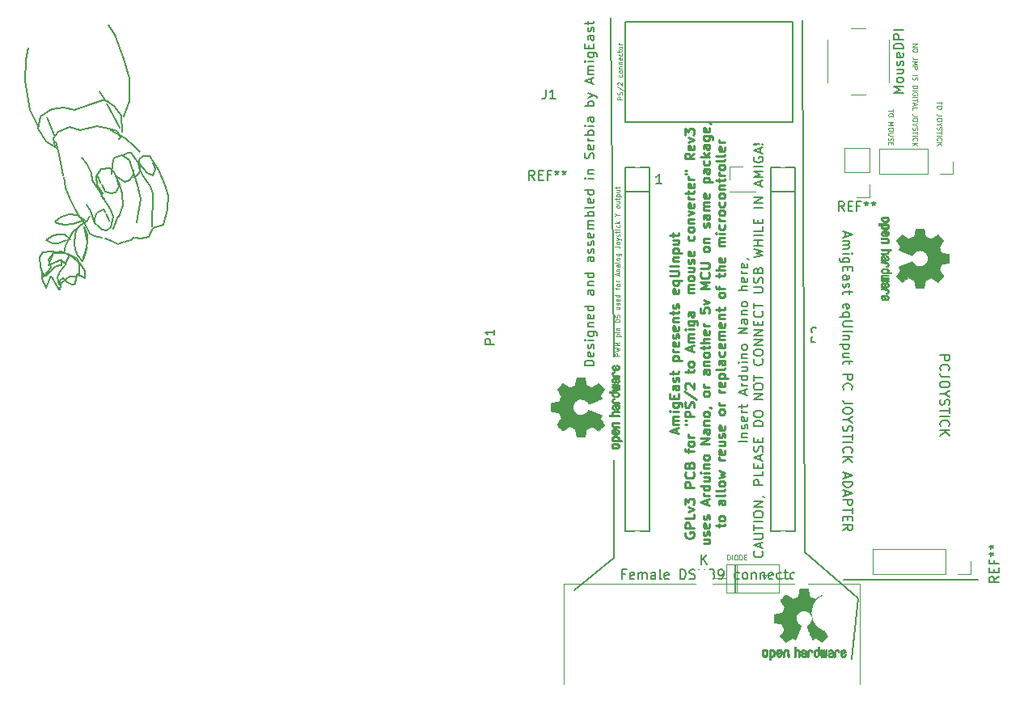
<source format=gbr>
%TF.GenerationSoftware,KiCad,Pcbnew,(6.0.2)*%
%TF.CreationDate,2024-03-24T20:04:16+01:00*%
%TF.ProjectId,amigaps2 revision1.5,616d6967-6170-4733-9220-726576697369,rev?*%
%TF.SameCoordinates,Original*%
%TF.FileFunction,Legend,Top*%
%TF.FilePolarity,Positive*%
%FSLAX46Y46*%
G04 Gerber Fmt 4.6, Leading zero omitted, Abs format (unit mm)*
G04 Created by KiCad (PCBNEW (6.0.2)) date 2024-03-24 20:04:16*
%MOMM*%
%LPD*%
G01*
G04 APERTURE LIST*
%ADD10C,0.150000*%
%ADD11C,0.250000*%
%ADD12C,0.050000*%
%ADD13C,0.100000*%
%ADD14C,0.125000*%
%ADD15C,0.120000*%
%ADD16C,0.010000*%
%ADD17O,2.032000X1.727200*%
%ADD18C,2.540000*%
%ADD19R,1.700000X1.700000*%
%ADD20O,1.700000X1.700000*%
%ADD21C,1.600000*%
%ADD22C,4.000000*%
%ADD23R,1.600000X1.600000*%
%ADD24R,1.800000X1.800000*%
%ADD25O,1.800000X1.800000*%
%ADD26C,1.524000*%
%ADD27C,3.300000*%
%ADD28C,2.000000*%
G04 APERTURE END LIST*
D10*
X84963000Y-70916800D02*
X85775800Y-71526400D01*
X87782400Y-68757800D02*
X87325200Y-69164200D01*
X80746600Y-81610200D02*
X80594200Y-82169000D01*
X83489800Y-62915800D02*
X84074000Y-63017400D01*
X82143600Y-76911200D02*
X81610200Y-75869800D01*
X81635600Y-80848200D02*
X81686400Y-81356200D01*
X87452200Y-77393800D02*
X88366600Y-77241400D01*
X81153000Y-76047600D02*
X80416400Y-76784200D01*
X89357200Y-70231000D02*
X88442800Y-68757800D01*
X82956400Y-71831200D02*
X83515200Y-72694800D01*
X77165200Y-81635600D02*
X77165200Y-81000600D01*
X81864200Y-75565000D02*
X81153000Y-76047600D01*
X87122000Y-69367400D02*
X86512400Y-68453000D01*
X81813400Y-77419200D02*
X81610200Y-76631800D01*
X80924400Y-81203800D02*
X80848200Y-81051400D01*
X81153000Y-66065400D02*
X82905600Y-65633600D01*
X82626200Y-75412600D02*
X82651600Y-75565000D01*
X80797400Y-76377800D02*
X80670400Y-77038200D01*
X88188800Y-70561200D02*
X88798400Y-70789800D01*
X78498700Y-75692000D02*
X79159100Y-75133200D01*
X88442800Y-68757800D02*
X87782400Y-68757800D01*
X137007600Y-110871000D02*
X137007600Y-100609400D01*
X82829400Y-70916800D02*
X82956400Y-71831200D01*
X80314800Y-82270600D02*
X79806800Y-82016600D01*
X83083400Y-76174600D02*
X83413600Y-76479400D01*
X85725000Y-58674000D02*
X84810600Y-56108600D01*
X81381600Y-81381600D02*
X80924400Y-81203800D01*
X84658200Y-63525400D02*
X83743800Y-62915800D01*
X79578200Y-78232000D02*
X79451200Y-78917800D01*
X82702400Y-75793600D02*
X83083400Y-76174600D01*
X83286600Y-71551800D02*
X83032600Y-70942200D01*
X87731600Y-70942200D02*
X88417400Y-71882000D01*
X86868000Y-77317600D02*
X87452200Y-77393800D01*
X86334600Y-71348600D02*
X86741000Y-70713600D01*
X88976200Y-70180200D02*
X88722200Y-69443600D01*
X83794600Y-72542400D02*
X84353400Y-72720200D01*
X82245200Y-74523600D02*
X82423000Y-75082400D01*
X87122000Y-71882000D02*
X86283800Y-69215000D01*
X86995000Y-70916800D02*
X86715600Y-70993000D01*
X81483200Y-79603600D02*
X81432400Y-79806800D01*
X87223600Y-69494400D02*
X87401400Y-70358000D01*
X80594200Y-78587600D02*
X80899000Y-79248000D01*
X84505800Y-69646800D02*
X84480400Y-70637400D01*
X80899000Y-79248000D02*
X81381600Y-79806800D01*
X81788000Y-73863200D02*
X82245200Y-74523600D01*
X88798400Y-70789800D02*
X88976200Y-70180200D01*
X82194400Y-75057000D02*
X81864200Y-75565000D01*
X76733400Y-65887600D02*
X76962000Y-64668400D01*
X81381600Y-79806800D02*
X81508600Y-79425800D01*
X81026000Y-81178400D02*
X81051400Y-80264000D01*
X78308200Y-78943200D02*
X79044800Y-78968600D01*
X85394800Y-66827400D02*
X85166200Y-67030600D01*
X89992200Y-71831200D02*
X89357200Y-70231000D01*
X75438000Y-58750200D02*
X75692000Y-57429400D01*
X78968600Y-82270600D02*
X80010000Y-81407000D01*
X80073500Y-74853800D02*
X80810100Y-75006200D01*
X80848200Y-79527400D02*
X80010000Y-79146400D01*
X175133000Y-113157000D02*
X161036000Y-113157000D01*
X79540100Y-75996800D02*
X78727300Y-75819000D01*
X81635600Y-79197200D02*
X81534000Y-79375000D01*
X80492600Y-74041000D02*
X80137000Y-73406000D01*
X81610200Y-75869800D02*
X80949800Y-75006200D01*
X77546200Y-77622400D02*
X78308200Y-77089000D01*
X83693000Y-73279000D02*
X83693000Y-73228200D01*
X85788500Y-77774800D02*
X86499700Y-77597000D01*
X78308200Y-77089000D02*
X78968600Y-76987400D01*
X85090000Y-78003400D02*
X85674200Y-77774800D01*
X75387200Y-60909200D02*
X75438000Y-58750200D01*
X77165200Y-81000600D02*
X77597000Y-81330800D01*
X86512400Y-68453000D02*
X86131400Y-68453000D01*
X79806800Y-82016600D02*
X79349600Y-81559400D01*
X83413600Y-71729600D02*
X83794600Y-72542400D01*
X84709000Y-70510400D02*
X84251800Y-70104000D01*
X79883000Y-77546200D02*
X80035400Y-77419200D01*
X83362800Y-72974200D02*
X83642200Y-73279000D01*
X83413600Y-77368400D02*
X82651600Y-77190600D01*
X84048600Y-73837800D02*
X83566000Y-73253600D01*
X80594200Y-82169000D02*
X80365600Y-82219800D01*
X82931000Y-74726800D02*
X82753200Y-75057000D01*
X84683600Y-68986400D02*
X84505800Y-69646800D01*
X82372200Y-71374000D02*
X82321400Y-70561200D01*
X80111600Y-77495400D02*
X79883000Y-77546200D01*
X88722200Y-76301600D02*
X89890600Y-75971400D01*
X80810100Y-75006200D02*
X81495900Y-75387200D01*
X81915000Y-77774800D02*
X81559400Y-76149200D01*
X156743400Y-54533800D02*
X157022800Y-110286800D01*
X79730600Y-77622400D02*
X78867000Y-77952600D01*
X81686400Y-81559400D02*
X81381600Y-81381600D01*
X77851000Y-80238600D02*
X78308200Y-78994000D01*
X76962000Y-64668400D02*
X78155800Y-63881000D01*
X84886800Y-72567800D02*
X85191600Y-72009000D01*
X81661000Y-76581000D02*
X81915000Y-77774800D01*
X78994000Y-82753200D02*
X78917800Y-82753200D01*
X87426800Y-68402200D02*
X86842600Y-67767200D01*
X85217000Y-71628000D02*
X84709000Y-70510400D01*
X87503000Y-73304400D02*
X87122000Y-71882000D01*
X83794600Y-77470000D02*
X84480400Y-77724000D01*
X79502000Y-77038200D02*
X80111600Y-77495400D01*
X78968600Y-76987400D02*
X79502000Y-77038200D01*
X83413600Y-76479400D02*
X83947000Y-76606400D01*
X85547200Y-72694800D02*
X85217000Y-71628000D01*
X78943200Y-68656200D02*
X78587600Y-67284600D01*
X78308200Y-66903600D02*
X78892400Y-66217800D01*
X86741000Y-70713600D02*
X86690200Y-70205600D01*
X79019400Y-80924400D02*
X78765400Y-81508600D01*
X81762600Y-78816200D02*
X81635600Y-79197200D01*
X79959200Y-77495400D02*
X79578200Y-78232000D01*
X77368400Y-81407000D02*
X78105000Y-80518000D01*
X78867000Y-77952600D02*
X78232000Y-77952600D01*
X84810600Y-56108600D02*
X84124800Y-55067200D01*
X87401400Y-70358000D02*
X87325200Y-70561200D01*
X78727300Y-75819000D02*
X78498700Y-75692000D01*
X80848200Y-81051400D02*
X80746600Y-81610200D01*
X78613000Y-80340200D02*
X79197200Y-80238600D01*
X89890600Y-75971400D02*
X90271600Y-74422000D01*
X85775800Y-71526400D02*
X86334600Y-71348600D01*
X78892400Y-66217800D02*
X80060800Y-65786000D01*
X84251800Y-70104000D02*
X83337400Y-70154800D01*
X162560000Y-115138200D02*
X161925000Y-121488200D01*
X90271600Y-74422000D02*
X90373200Y-72948800D01*
X81864200Y-77038200D02*
X81915000Y-77774800D01*
X85623400Y-73964800D02*
X85547200Y-72694800D01*
X79197200Y-79654400D02*
X77851000Y-80238600D01*
X83337400Y-70154800D02*
X82829400Y-70916800D01*
X88366600Y-77241400D02*
X88722200Y-76301600D01*
X82753200Y-75057000D02*
X82626200Y-75412600D01*
X79476600Y-63677800D02*
X80568800Y-63957200D01*
X86842600Y-67767200D02*
X85902800Y-66929000D01*
X84175600Y-75590400D02*
X83820000Y-74777600D01*
X80403700Y-75895200D02*
X79540100Y-75996800D01*
X81178400Y-80060800D02*
X81635600Y-80848200D01*
X81559400Y-76149200D02*
X81864200Y-77038200D01*
X78054200Y-81330800D02*
X77622400Y-82600800D01*
X84607400Y-75133200D02*
X84378800Y-74447400D01*
X78447900Y-66624200D02*
X77711300Y-64693800D01*
X86131400Y-68453000D02*
X85648800Y-68707000D01*
X81788000Y-69596000D02*
X81305400Y-68986400D01*
X85255100Y-65836800D02*
X83934300Y-63322200D01*
X78308200Y-78994000D02*
X79197200Y-78765400D01*
X76911200Y-79400400D02*
X77012800Y-80391000D01*
X80746600Y-81432400D02*
X81026000Y-81178400D01*
X82423000Y-75082400D02*
X82702400Y-75793600D01*
X87096600Y-75768200D02*
X87503000Y-73304400D01*
X79159100Y-75133200D02*
X80073500Y-74853800D01*
X85153500Y-75057000D02*
X84594700Y-76454000D01*
X82219800Y-63398400D02*
X83489800Y-62915800D01*
X81889600Y-78359000D02*
X81762600Y-78816200D01*
X136982200Y-89814400D02*
X136702800Y-54279800D01*
X80543400Y-77901800D02*
X80594200Y-78587600D01*
X132892800Y-114300000D02*
X137007600Y-110871000D01*
X81051400Y-80264000D02*
X80848200Y-79527400D01*
X79044800Y-78968600D02*
X79654400Y-78994000D01*
X80365600Y-76708000D02*
X80797400Y-76377800D01*
X77216000Y-78841600D02*
X76911200Y-79400400D01*
X87401400Y-70205600D02*
X87731600Y-70942200D01*
X79197200Y-78765400D02*
X80010000Y-79146400D01*
X84480400Y-77724000D02*
X85090000Y-78003400D01*
X78511400Y-67868800D02*
X78308200Y-66903600D01*
X80670400Y-77038200D02*
X80543400Y-77901800D01*
X85496400Y-64566800D02*
X84658200Y-63525400D01*
X77012800Y-80391000D02*
X77368400Y-81407000D01*
X77546200Y-67259200D02*
X76733400Y-65887600D01*
X80365600Y-82219800D02*
X80314800Y-82270600D01*
X81889600Y-77800200D02*
X81813400Y-77419200D01*
X83566000Y-74371200D02*
X82931000Y-74726800D01*
X78079600Y-78765400D02*
X77216000Y-78841600D01*
X79349600Y-81559400D02*
X79044800Y-81838800D01*
X79654400Y-78994000D02*
X80391000Y-79375000D01*
X81686400Y-81356200D02*
X81686400Y-81559400D01*
X78232000Y-77952600D02*
X77546200Y-77622400D01*
X84124800Y-65887600D02*
X85064600Y-66141600D01*
X85750400Y-64668400D02*
X86334600Y-63068200D01*
X79121000Y-79730600D02*
X79730600Y-80060800D01*
X79730600Y-80060800D02*
X79019400Y-80924400D01*
X83947000Y-76606400D02*
X84328000Y-76225400D01*
X80137000Y-73406000D02*
X79908400Y-72771000D01*
X81711800Y-78740000D02*
X81889600Y-77800200D01*
X79349600Y-70866000D02*
X78943200Y-68656200D01*
X79654400Y-72110600D02*
X79451200Y-71018400D01*
X80568800Y-63957200D02*
X82219800Y-63398400D01*
X83388200Y-72898000D02*
X82372200Y-71374000D01*
X157022800Y-110286800D02*
X162560000Y-115138200D01*
X78917800Y-82753200D02*
X78740000Y-82524600D01*
X85648800Y-68707000D02*
X85598000Y-68757800D01*
X78155800Y-63881000D02*
X79476600Y-63677800D01*
X85902800Y-66929000D02*
X84810600Y-66370200D01*
X80035400Y-77419200D02*
X80365600Y-76708000D01*
X83566000Y-73253600D02*
X83362800Y-72974200D01*
X81534000Y-79375000D02*
X81483200Y-79603600D01*
X77622400Y-82600800D02*
X77165200Y-81635600D01*
X78714600Y-67945000D02*
X77546200Y-67259200D01*
X87325200Y-69164200D02*
X87401400Y-70205600D01*
X87325200Y-70561200D02*
X86995000Y-70916800D01*
X84353400Y-72720200D02*
X84886800Y-72567800D01*
X82651600Y-77190600D02*
X82143600Y-76911200D01*
X86283800Y-69215000D02*
X85547200Y-68707000D01*
X85242400Y-75107800D02*
X85623400Y-73964800D01*
X80010000Y-81407000D02*
X80746600Y-81432400D01*
X79451200Y-78917800D02*
X78079600Y-78765400D01*
X86309200Y-60706000D02*
X85725000Y-58674000D01*
X78105000Y-80518000D02*
X77800200Y-79654400D01*
X80010000Y-79146400D02*
X79603600Y-80060800D01*
X79908400Y-72771000D02*
X79654400Y-72110600D01*
X81610200Y-76631800D02*
X81661000Y-76581000D01*
X84378800Y-74447400D02*
X84048600Y-73837800D01*
X86855300Y-77292200D02*
X86474300Y-77597000D01*
X88760300Y-72745600D02*
X88709500Y-76123800D01*
X80391000Y-79375000D02*
X81178400Y-80060800D01*
X83642200Y-73279000D02*
X83693000Y-73279000D01*
X80060800Y-65786000D02*
X81153000Y-66065400D01*
X90373200Y-72948800D02*
X89992200Y-71831200D01*
X84328000Y-76225400D02*
X84607400Y-75133200D01*
X85064600Y-66141600D02*
X85394800Y-66827400D01*
X81673700Y-75488800D02*
X80403700Y-75895200D01*
X80416400Y-76784200D02*
X79959200Y-77495400D01*
X83743800Y-62915800D02*
X83134200Y-62052200D01*
X82321400Y-70561200D02*
X81788000Y-69596000D01*
X85547200Y-66268600D02*
X85496400Y-64566800D01*
X86334600Y-63068200D02*
X86309200Y-60706000D01*
X82905600Y-65633600D02*
X84124800Y-65887600D01*
X79197200Y-80238600D02*
X79197200Y-79654400D01*
X79603600Y-80060800D02*
X79121000Y-79730600D01*
X77597000Y-81330800D02*
X78613000Y-80340200D01*
X78740000Y-82524600D02*
X78460600Y-81915000D01*
X75895200Y-63982600D02*
X75387200Y-60909200D01*
X88480900Y-71932800D02*
X88760300Y-72745600D01*
X87350600Y-69570600D02*
X88188800Y-70561200D01*
X79121000Y-82346800D02*
X78994000Y-82753200D01*
X85191600Y-72009000D02*
X85064600Y-71348600D01*
X80949800Y-75006200D02*
X80492600Y-74041000D01*
X78765400Y-81508600D02*
X78968600Y-82270600D01*
X81508600Y-79425800D02*
X81711800Y-78740000D01*
X76733400Y-65633600D02*
X75895200Y-63982600D01*
X77800200Y-79654400D02*
X78308200Y-78943200D01*
X81495900Y-75387200D02*
X81673700Y-75488800D01*
X79044800Y-81838800D02*
X79121000Y-82346800D01*
X78460600Y-81915000D02*
X78054200Y-81330800D01*
X83794600Y-74676000D02*
X83566000Y-74371200D01*
X84810600Y-66370200D02*
X84328000Y-66090800D01*
X85547200Y-68707000D02*
X84683600Y-68986400D01*
D11*
X143547666Y-97780761D02*
X143547666Y-97304571D01*
X143833380Y-97876000D02*
X142833380Y-97542666D01*
X143833380Y-97209333D01*
X143833380Y-96876000D02*
X143166714Y-96876000D01*
X143261952Y-96876000D02*
X143214333Y-96828380D01*
X143166714Y-96733142D01*
X143166714Y-96590285D01*
X143214333Y-96495047D01*
X143309571Y-96447428D01*
X143833380Y-96447428D01*
X143309571Y-96447428D02*
X143214333Y-96399809D01*
X143166714Y-96304571D01*
X143166714Y-96161714D01*
X143214333Y-96066476D01*
X143309571Y-96018857D01*
X143833380Y-96018857D01*
X143833380Y-95542666D02*
X143166714Y-95542666D01*
X142833380Y-95542666D02*
X142881000Y-95590285D01*
X142928619Y-95542666D01*
X142881000Y-95495047D01*
X142833380Y-95542666D01*
X142928619Y-95542666D01*
X143166714Y-94637904D02*
X143976238Y-94637904D01*
X144071476Y-94685523D01*
X144119095Y-94733142D01*
X144166714Y-94828380D01*
X144166714Y-94971238D01*
X144119095Y-95066476D01*
X143785761Y-94637904D02*
X143833380Y-94733142D01*
X143833380Y-94923619D01*
X143785761Y-95018857D01*
X143738142Y-95066476D01*
X143642904Y-95114095D01*
X143357190Y-95114095D01*
X143261952Y-95066476D01*
X143214333Y-95018857D01*
X143166714Y-94923619D01*
X143166714Y-94733142D01*
X143214333Y-94637904D01*
X143309571Y-94161714D02*
X143309571Y-93828380D01*
X143833380Y-93685523D02*
X143833380Y-94161714D01*
X142833380Y-94161714D01*
X142833380Y-93685523D01*
X143833380Y-92828380D02*
X143309571Y-92828380D01*
X143214333Y-92876000D01*
X143166714Y-92971238D01*
X143166714Y-93161714D01*
X143214333Y-93256952D01*
X143785761Y-92828380D02*
X143833380Y-92923619D01*
X143833380Y-93161714D01*
X143785761Y-93256952D01*
X143690523Y-93304571D01*
X143595285Y-93304571D01*
X143500047Y-93256952D01*
X143452428Y-93161714D01*
X143452428Y-92923619D01*
X143404809Y-92828380D01*
X143785761Y-92399809D02*
X143833380Y-92304571D01*
X143833380Y-92114095D01*
X143785761Y-92018857D01*
X143690523Y-91971238D01*
X143642904Y-91971238D01*
X143547666Y-92018857D01*
X143500047Y-92114095D01*
X143500047Y-92256952D01*
X143452428Y-92352190D01*
X143357190Y-92399809D01*
X143309571Y-92399809D01*
X143214333Y-92352190D01*
X143166714Y-92256952D01*
X143166714Y-92114095D01*
X143214333Y-92018857D01*
X143166714Y-91685523D02*
X143166714Y-91304571D01*
X142833380Y-91542666D02*
X143690523Y-91542666D01*
X143785761Y-91495047D01*
X143833380Y-91399809D01*
X143833380Y-91304571D01*
X143166714Y-90209333D02*
X144166714Y-90209333D01*
X143214333Y-90209333D02*
X143166714Y-90114095D01*
X143166714Y-89923619D01*
X143214333Y-89828380D01*
X143261952Y-89780761D01*
X143357190Y-89733142D01*
X143642904Y-89733142D01*
X143738142Y-89780761D01*
X143785761Y-89828380D01*
X143833380Y-89923619D01*
X143833380Y-90114095D01*
X143785761Y-90209333D01*
X143833380Y-89304571D02*
X143166714Y-89304571D01*
X143357190Y-89304571D02*
X143261952Y-89256952D01*
X143214333Y-89209333D01*
X143166714Y-89114095D01*
X143166714Y-89018857D01*
X143785761Y-88304571D02*
X143833380Y-88399809D01*
X143833380Y-88590285D01*
X143785761Y-88685523D01*
X143690523Y-88733142D01*
X143309571Y-88733142D01*
X143214333Y-88685523D01*
X143166714Y-88590285D01*
X143166714Y-88399809D01*
X143214333Y-88304571D01*
X143309571Y-88256952D01*
X143404809Y-88256952D01*
X143500047Y-88733142D01*
X143785761Y-87876000D02*
X143833380Y-87780761D01*
X143833380Y-87590285D01*
X143785761Y-87495047D01*
X143690523Y-87447428D01*
X143642904Y-87447428D01*
X143547666Y-87495047D01*
X143500047Y-87590285D01*
X143500047Y-87733142D01*
X143452428Y-87828380D01*
X143357190Y-87876000D01*
X143309571Y-87876000D01*
X143214333Y-87828380D01*
X143166714Y-87733142D01*
X143166714Y-87590285D01*
X143214333Y-87495047D01*
X143785761Y-86637904D02*
X143833380Y-86733142D01*
X143833380Y-86923619D01*
X143785761Y-87018857D01*
X143690523Y-87066476D01*
X143309571Y-87066476D01*
X143214333Y-87018857D01*
X143166714Y-86923619D01*
X143166714Y-86733142D01*
X143214333Y-86637904D01*
X143309571Y-86590285D01*
X143404809Y-86590285D01*
X143500047Y-87066476D01*
X143166714Y-86161714D02*
X143833380Y-86161714D01*
X143261952Y-86161714D02*
X143214333Y-86114095D01*
X143166714Y-86018857D01*
X143166714Y-85876000D01*
X143214333Y-85780761D01*
X143309571Y-85733142D01*
X143833380Y-85733142D01*
X143166714Y-85399809D02*
X143166714Y-85018857D01*
X142833380Y-85256952D02*
X143690523Y-85256952D01*
X143785761Y-85209333D01*
X143833380Y-85114095D01*
X143833380Y-85018857D01*
X143785761Y-84733142D02*
X143833380Y-84637904D01*
X143833380Y-84447428D01*
X143785761Y-84352190D01*
X143690523Y-84304571D01*
X143642904Y-84304571D01*
X143547666Y-84352190D01*
X143500047Y-84447428D01*
X143500047Y-84590285D01*
X143452428Y-84685523D01*
X143357190Y-84733142D01*
X143309571Y-84733142D01*
X143214333Y-84685523D01*
X143166714Y-84590285D01*
X143166714Y-84447428D01*
X143214333Y-84352190D01*
X143785761Y-82733142D02*
X143833380Y-82828380D01*
X143833380Y-83018857D01*
X143785761Y-83114095D01*
X143690523Y-83161714D01*
X143309571Y-83161714D01*
X143214333Y-83114095D01*
X143166714Y-83018857D01*
X143166714Y-82828380D01*
X143214333Y-82733142D01*
X143309571Y-82685523D01*
X143404809Y-82685523D01*
X143500047Y-83161714D01*
X143166714Y-81828380D02*
X144166714Y-81828380D01*
X143785761Y-81828380D02*
X143833380Y-81923619D01*
X143833380Y-82114095D01*
X143785761Y-82209333D01*
X143738142Y-82256952D01*
X143642904Y-82304571D01*
X143357190Y-82304571D01*
X143261952Y-82256952D01*
X143214333Y-82209333D01*
X143166714Y-82114095D01*
X143166714Y-81923619D01*
X143214333Y-81828380D01*
X142833380Y-81352190D02*
X143642904Y-81352190D01*
X143738142Y-81304571D01*
X143785761Y-81256952D01*
X143833380Y-81161714D01*
X143833380Y-80971238D01*
X143785761Y-80876000D01*
X143738142Y-80828380D01*
X143642904Y-80780761D01*
X142833380Y-80780761D01*
X143833380Y-80304571D02*
X142833380Y-80304571D01*
X143166714Y-79828380D02*
X143833380Y-79828380D01*
X143261952Y-79828380D02*
X143214333Y-79780761D01*
X143166714Y-79685523D01*
X143166714Y-79542666D01*
X143214333Y-79447428D01*
X143309571Y-79399809D01*
X143833380Y-79399809D01*
X143166714Y-78923619D02*
X144166714Y-78923619D01*
X143214333Y-78923619D02*
X143166714Y-78828380D01*
X143166714Y-78637904D01*
X143214333Y-78542666D01*
X143261952Y-78495047D01*
X143357190Y-78447428D01*
X143642904Y-78447428D01*
X143738142Y-78495047D01*
X143785761Y-78542666D01*
X143833380Y-78637904D01*
X143833380Y-78828380D01*
X143785761Y-78923619D01*
X143166714Y-77590285D02*
X143833380Y-77590285D01*
X143166714Y-78018857D02*
X143690523Y-78018857D01*
X143785761Y-77971238D01*
X143833380Y-77876000D01*
X143833380Y-77733142D01*
X143785761Y-77637904D01*
X143738142Y-77590285D01*
X143166714Y-77256952D02*
X143166714Y-76876000D01*
X142833380Y-77114095D02*
X143690523Y-77114095D01*
X143785761Y-77066476D01*
X143833380Y-76971238D01*
X143833380Y-76876000D01*
X144491000Y-108233142D02*
X144443380Y-108328380D01*
X144443380Y-108471238D01*
X144491000Y-108614095D01*
X144586238Y-108709333D01*
X144681476Y-108756952D01*
X144871952Y-108804571D01*
X145014809Y-108804571D01*
X145205285Y-108756952D01*
X145300523Y-108709333D01*
X145395761Y-108614095D01*
X145443380Y-108471238D01*
X145443380Y-108376000D01*
X145395761Y-108233142D01*
X145348142Y-108185523D01*
X145014809Y-108185523D01*
X145014809Y-108376000D01*
X145443380Y-107756952D02*
X144443380Y-107756952D01*
X144443380Y-107376000D01*
X144491000Y-107280761D01*
X144538619Y-107233142D01*
X144633857Y-107185523D01*
X144776714Y-107185523D01*
X144871952Y-107233142D01*
X144919571Y-107280761D01*
X144967190Y-107376000D01*
X144967190Y-107756952D01*
X145443380Y-106280761D02*
X145443380Y-106756952D01*
X144443380Y-106756952D01*
X144776714Y-106042666D02*
X145443380Y-105804571D01*
X144776714Y-105566476D01*
X144443380Y-105280761D02*
X144443380Y-104661714D01*
X144824333Y-104995047D01*
X144824333Y-104852190D01*
X144871952Y-104756952D01*
X144919571Y-104709333D01*
X145014809Y-104661714D01*
X145252904Y-104661714D01*
X145348142Y-104709333D01*
X145395761Y-104756952D01*
X145443380Y-104852190D01*
X145443380Y-105137904D01*
X145395761Y-105233142D01*
X145348142Y-105280761D01*
X145443380Y-103471238D02*
X144443380Y-103471238D01*
X144443380Y-103090285D01*
X144491000Y-102995047D01*
X144538619Y-102947428D01*
X144633857Y-102899809D01*
X144776714Y-102899809D01*
X144871952Y-102947428D01*
X144919571Y-102995047D01*
X144967190Y-103090285D01*
X144967190Y-103471238D01*
X145348142Y-101899809D02*
X145395761Y-101947428D01*
X145443380Y-102090285D01*
X145443380Y-102185523D01*
X145395761Y-102328380D01*
X145300523Y-102423619D01*
X145205285Y-102471238D01*
X145014809Y-102518857D01*
X144871952Y-102518857D01*
X144681476Y-102471238D01*
X144586238Y-102423619D01*
X144491000Y-102328380D01*
X144443380Y-102185523D01*
X144443380Y-102090285D01*
X144491000Y-101947428D01*
X144538619Y-101899809D01*
X144919571Y-101137904D02*
X144967190Y-100995047D01*
X145014809Y-100947428D01*
X145110047Y-100899809D01*
X145252904Y-100899809D01*
X145348142Y-100947428D01*
X145395761Y-100995047D01*
X145443380Y-101090285D01*
X145443380Y-101471238D01*
X144443380Y-101471238D01*
X144443380Y-101137904D01*
X144491000Y-101042666D01*
X144538619Y-100995047D01*
X144633857Y-100947428D01*
X144729095Y-100947428D01*
X144824333Y-100995047D01*
X144871952Y-101042666D01*
X144919571Y-101137904D01*
X144919571Y-101471238D01*
X144776714Y-99852190D02*
X144776714Y-99471238D01*
X145443380Y-99709333D02*
X144586238Y-99709333D01*
X144491000Y-99661714D01*
X144443380Y-99566476D01*
X144443380Y-99471238D01*
X145443380Y-98995047D02*
X145395761Y-99090285D01*
X145348142Y-99137904D01*
X145252904Y-99185523D01*
X144967190Y-99185523D01*
X144871952Y-99137904D01*
X144824333Y-99090285D01*
X144776714Y-98995047D01*
X144776714Y-98852190D01*
X144824333Y-98756952D01*
X144871952Y-98709333D01*
X144967190Y-98661714D01*
X145252904Y-98661714D01*
X145348142Y-98709333D01*
X145395761Y-98756952D01*
X145443380Y-98852190D01*
X145443380Y-98995047D01*
X145443380Y-98233142D02*
X144776714Y-98233142D01*
X144967190Y-98233142D02*
X144871952Y-98185523D01*
X144824333Y-98137904D01*
X144776714Y-98042666D01*
X144776714Y-97947428D01*
X144443380Y-96899809D02*
X144633857Y-96899809D01*
X144443380Y-96518857D02*
X144633857Y-96518857D01*
X145443380Y-96090285D02*
X144443380Y-96090285D01*
X144443380Y-95709333D01*
X144491000Y-95614095D01*
X144538619Y-95566476D01*
X144633857Y-95518857D01*
X144776714Y-95518857D01*
X144871952Y-95566476D01*
X144919571Y-95614095D01*
X144967190Y-95709333D01*
X144967190Y-96090285D01*
X145395761Y-95137904D02*
X145443380Y-94995047D01*
X145443380Y-94756952D01*
X145395761Y-94661714D01*
X145348142Y-94614095D01*
X145252904Y-94566476D01*
X145157666Y-94566476D01*
X145062428Y-94614095D01*
X145014809Y-94661714D01*
X144967190Y-94756952D01*
X144919571Y-94947428D01*
X144871952Y-95042666D01*
X144824333Y-95090285D01*
X144729095Y-95137904D01*
X144633857Y-95137904D01*
X144538619Y-95090285D01*
X144491000Y-95042666D01*
X144443380Y-94947428D01*
X144443380Y-94709333D01*
X144491000Y-94566476D01*
X144395761Y-93423619D02*
X145681476Y-94280761D01*
X144538619Y-93137904D02*
X144491000Y-93090285D01*
X144443380Y-92995047D01*
X144443380Y-92756952D01*
X144491000Y-92661714D01*
X144538619Y-92614095D01*
X144633857Y-92566476D01*
X144729095Y-92566476D01*
X144871952Y-92614095D01*
X145443380Y-93185523D01*
X145443380Y-92566476D01*
X144776714Y-91518857D02*
X144776714Y-91137904D01*
X144443380Y-91376000D02*
X145300523Y-91376000D01*
X145395761Y-91328380D01*
X145443380Y-91233142D01*
X145443380Y-91137904D01*
X145443380Y-90661714D02*
X145395761Y-90756952D01*
X145348142Y-90804571D01*
X145252904Y-90852190D01*
X144967190Y-90852190D01*
X144871952Y-90804571D01*
X144824333Y-90756952D01*
X144776714Y-90661714D01*
X144776714Y-90518857D01*
X144824333Y-90423619D01*
X144871952Y-90376000D01*
X144967190Y-90328380D01*
X145252904Y-90328380D01*
X145348142Y-90376000D01*
X145395761Y-90423619D01*
X145443380Y-90518857D01*
X145443380Y-90661714D01*
X145157666Y-89185523D02*
X145157666Y-88709333D01*
X145443380Y-89280761D02*
X144443380Y-88947428D01*
X145443380Y-88614095D01*
X145443380Y-88280761D02*
X144776714Y-88280761D01*
X144871952Y-88280761D02*
X144824333Y-88233142D01*
X144776714Y-88137904D01*
X144776714Y-87995047D01*
X144824333Y-87899809D01*
X144919571Y-87852190D01*
X145443380Y-87852190D01*
X144919571Y-87852190D02*
X144824333Y-87804571D01*
X144776714Y-87709333D01*
X144776714Y-87566476D01*
X144824333Y-87471238D01*
X144919571Y-87423619D01*
X145443380Y-87423619D01*
X145443380Y-86947428D02*
X144776714Y-86947428D01*
X144443380Y-86947428D02*
X144491000Y-86995047D01*
X144538619Y-86947428D01*
X144491000Y-86899809D01*
X144443380Y-86947428D01*
X144538619Y-86947428D01*
X144776714Y-86042666D02*
X145586238Y-86042666D01*
X145681476Y-86090285D01*
X145729095Y-86137904D01*
X145776714Y-86233142D01*
X145776714Y-86376000D01*
X145729095Y-86471238D01*
X145395761Y-86042666D02*
X145443380Y-86137904D01*
X145443380Y-86328380D01*
X145395761Y-86423619D01*
X145348142Y-86471238D01*
X145252904Y-86518857D01*
X144967190Y-86518857D01*
X144871952Y-86471238D01*
X144824333Y-86423619D01*
X144776714Y-86328380D01*
X144776714Y-86137904D01*
X144824333Y-86042666D01*
X145443380Y-85137904D02*
X144919571Y-85137904D01*
X144824333Y-85185523D01*
X144776714Y-85280761D01*
X144776714Y-85471238D01*
X144824333Y-85566476D01*
X145395761Y-85137904D02*
X145443380Y-85233142D01*
X145443380Y-85471238D01*
X145395761Y-85566476D01*
X145300523Y-85614095D01*
X145205285Y-85614095D01*
X145110047Y-85566476D01*
X145062428Y-85471238D01*
X145062428Y-85233142D01*
X145014809Y-85137904D01*
X145443380Y-83137904D02*
X144776714Y-83137904D01*
X144871952Y-83137904D02*
X144824333Y-83090285D01*
X144776714Y-82995047D01*
X144776714Y-82852190D01*
X144824333Y-82756952D01*
X144919571Y-82709333D01*
X145443380Y-82709333D01*
X144919571Y-82709333D02*
X144824333Y-82661714D01*
X144776714Y-82566476D01*
X144776714Y-82423619D01*
X144824333Y-82328380D01*
X144919571Y-82280761D01*
X145443380Y-82280761D01*
X145443380Y-81661714D02*
X145395761Y-81756952D01*
X145348142Y-81804571D01*
X145252904Y-81852190D01*
X144967190Y-81852190D01*
X144871952Y-81804571D01*
X144824333Y-81756952D01*
X144776714Y-81661714D01*
X144776714Y-81518857D01*
X144824333Y-81423619D01*
X144871952Y-81376000D01*
X144967190Y-81328380D01*
X145252904Y-81328380D01*
X145348142Y-81376000D01*
X145395761Y-81423619D01*
X145443380Y-81518857D01*
X145443380Y-81661714D01*
X144776714Y-80471238D02*
X145443380Y-80471238D01*
X144776714Y-80899809D02*
X145300523Y-80899809D01*
X145395761Y-80852190D01*
X145443380Y-80756952D01*
X145443380Y-80614095D01*
X145395761Y-80518857D01*
X145348142Y-80471238D01*
X145395761Y-80042666D02*
X145443380Y-79947428D01*
X145443380Y-79756952D01*
X145395761Y-79661714D01*
X145300523Y-79614095D01*
X145252904Y-79614095D01*
X145157666Y-79661714D01*
X145110047Y-79756952D01*
X145110047Y-79899809D01*
X145062428Y-79995047D01*
X144967190Y-80042666D01*
X144919571Y-80042666D01*
X144824333Y-79995047D01*
X144776714Y-79899809D01*
X144776714Y-79756952D01*
X144824333Y-79661714D01*
X145395761Y-78804571D02*
X145443380Y-78899809D01*
X145443380Y-79090285D01*
X145395761Y-79185523D01*
X145300523Y-79233142D01*
X144919571Y-79233142D01*
X144824333Y-79185523D01*
X144776714Y-79090285D01*
X144776714Y-78899809D01*
X144824333Y-78804571D01*
X144919571Y-78756952D01*
X145014809Y-78756952D01*
X145110047Y-79233142D01*
X145395761Y-77137904D02*
X145443380Y-77233142D01*
X145443380Y-77423619D01*
X145395761Y-77518857D01*
X145348142Y-77566476D01*
X145252904Y-77614095D01*
X144967190Y-77614095D01*
X144871952Y-77566476D01*
X144824333Y-77518857D01*
X144776714Y-77423619D01*
X144776714Y-77233142D01*
X144824333Y-77137904D01*
X145443380Y-76566476D02*
X145395761Y-76661714D01*
X145348142Y-76709333D01*
X145252904Y-76756952D01*
X144967190Y-76756952D01*
X144871952Y-76709333D01*
X144824333Y-76661714D01*
X144776714Y-76566476D01*
X144776714Y-76423619D01*
X144824333Y-76328380D01*
X144871952Y-76280761D01*
X144967190Y-76233142D01*
X145252904Y-76233142D01*
X145348142Y-76280761D01*
X145395761Y-76328380D01*
X145443380Y-76423619D01*
X145443380Y-76566476D01*
X144776714Y-75804571D02*
X145443380Y-75804571D01*
X144871952Y-75804571D02*
X144824333Y-75756952D01*
X144776714Y-75661714D01*
X144776714Y-75518857D01*
X144824333Y-75423619D01*
X144919571Y-75376000D01*
X145443380Y-75376000D01*
X144776714Y-74995047D02*
X145443380Y-74756952D01*
X144776714Y-74518857D01*
X145395761Y-73756952D02*
X145443380Y-73852190D01*
X145443380Y-74042666D01*
X145395761Y-74137904D01*
X145300523Y-74185523D01*
X144919571Y-74185523D01*
X144824333Y-74137904D01*
X144776714Y-74042666D01*
X144776714Y-73852190D01*
X144824333Y-73756952D01*
X144919571Y-73709333D01*
X145014809Y-73709333D01*
X145110047Y-74185523D01*
X145443380Y-73280761D02*
X144776714Y-73280761D01*
X144967190Y-73280761D02*
X144871952Y-73233142D01*
X144824333Y-73185523D01*
X144776714Y-73090285D01*
X144776714Y-72995047D01*
X144776714Y-72804571D02*
X144776714Y-72423619D01*
X144443380Y-72661714D02*
X145300523Y-72661714D01*
X145395761Y-72614095D01*
X145443380Y-72518857D01*
X145443380Y-72423619D01*
X145395761Y-71709333D02*
X145443380Y-71804571D01*
X145443380Y-71995047D01*
X145395761Y-72090285D01*
X145300523Y-72137904D01*
X144919571Y-72137904D01*
X144824333Y-72090285D01*
X144776714Y-71995047D01*
X144776714Y-71804571D01*
X144824333Y-71709333D01*
X144919571Y-71661714D01*
X145014809Y-71661714D01*
X145110047Y-72137904D01*
X145443380Y-71233142D02*
X144776714Y-71233142D01*
X144967190Y-71233142D02*
X144871952Y-71185523D01*
X144824333Y-71137904D01*
X144776714Y-71042666D01*
X144776714Y-70947428D01*
X144443380Y-70661714D02*
X144633857Y-70661714D01*
X144443380Y-70280761D02*
X144633857Y-70280761D01*
X145443380Y-68518857D02*
X144967190Y-68852190D01*
X145443380Y-69090285D02*
X144443380Y-69090285D01*
X144443380Y-68709333D01*
X144491000Y-68614095D01*
X144538619Y-68566476D01*
X144633857Y-68518857D01*
X144776714Y-68518857D01*
X144871952Y-68566476D01*
X144919571Y-68614095D01*
X144967190Y-68709333D01*
X144967190Y-69090285D01*
X145395761Y-67709333D02*
X145443380Y-67804571D01*
X145443380Y-67995047D01*
X145395761Y-68090285D01*
X145300523Y-68137904D01*
X144919571Y-68137904D01*
X144824333Y-68090285D01*
X144776714Y-67995047D01*
X144776714Y-67804571D01*
X144824333Y-67709333D01*
X144919571Y-67661714D01*
X145014809Y-67661714D01*
X145110047Y-68137904D01*
X144776714Y-67328380D02*
X145443380Y-67090285D01*
X144776714Y-66852190D01*
X144443380Y-66566476D02*
X144443380Y-65947428D01*
X144824333Y-66280761D01*
X144824333Y-66137904D01*
X144871952Y-66042666D01*
X144919571Y-65995047D01*
X145014809Y-65947428D01*
X145252904Y-65947428D01*
X145348142Y-65995047D01*
X145395761Y-66042666D01*
X145443380Y-66137904D01*
X145443380Y-66423619D01*
X145395761Y-66518857D01*
X145348142Y-66566476D01*
X146386714Y-108947428D02*
X147053380Y-108947428D01*
X146386714Y-109376000D02*
X146910523Y-109376000D01*
X147005761Y-109328380D01*
X147053380Y-109233142D01*
X147053380Y-109090285D01*
X147005761Y-108995047D01*
X146958142Y-108947428D01*
X147005761Y-108518857D02*
X147053380Y-108423619D01*
X147053380Y-108233142D01*
X147005761Y-108137904D01*
X146910523Y-108090285D01*
X146862904Y-108090285D01*
X146767666Y-108137904D01*
X146720047Y-108233142D01*
X146720047Y-108376000D01*
X146672428Y-108471238D01*
X146577190Y-108518857D01*
X146529571Y-108518857D01*
X146434333Y-108471238D01*
X146386714Y-108376000D01*
X146386714Y-108233142D01*
X146434333Y-108137904D01*
X147005761Y-107280761D02*
X147053380Y-107376000D01*
X147053380Y-107566476D01*
X147005761Y-107661714D01*
X146910523Y-107709333D01*
X146529571Y-107709333D01*
X146434333Y-107661714D01*
X146386714Y-107566476D01*
X146386714Y-107376000D01*
X146434333Y-107280761D01*
X146529571Y-107233142D01*
X146624809Y-107233142D01*
X146720047Y-107709333D01*
X147005761Y-106852190D02*
X147053380Y-106756952D01*
X147053380Y-106566476D01*
X147005761Y-106471238D01*
X146910523Y-106423619D01*
X146862904Y-106423619D01*
X146767666Y-106471238D01*
X146720047Y-106566476D01*
X146720047Y-106709333D01*
X146672428Y-106804571D01*
X146577190Y-106852190D01*
X146529571Y-106852190D01*
X146434333Y-106804571D01*
X146386714Y-106709333D01*
X146386714Y-106566476D01*
X146434333Y-106471238D01*
X146767666Y-105280761D02*
X146767666Y-104804571D01*
X147053380Y-105376000D02*
X146053380Y-105042666D01*
X147053380Y-104709333D01*
X147053380Y-104376000D02*
X146386714Y-104376000D01*
X146577190Y-104376000D02*
X146481952Y-104328380D01*
X146434333Y-104280761D01*
X146386714Y-104185523D01*
X146386714Y-104090285D01*
X147053380Y-103328380D02*
X146053380Y-103328380D01*
X147005761Y-103328380D02*
X147053380Y-103423619D01*
X147053380Y-103614095D01*
X147005761Y-103709333D01*
X146958142Y-103756952D01*
X146862904Y-103804571D01*
X146577190Y-103804571D01*
X146481952Y-103756952D01*
X146434333Y-103709333D01*
X146386714Y-103614095D01*
X146386714Y-103423619D01*
X146434333Y-103328380D01*
X146386714Y-102423619D02*
X147053380Y-102423619D01*
X146386714Y-102852190D02*
X146910523Y-102852190D01*
X147005761Y-102804571D01*
X147053380Y-102709333D01*
X147053380Y-102566476D01*
X147005761Y-102471238D01*
X146958142Y-102423619D01*
X147053380Y-101947428D02*
X146386714Y-101947428D01*
X146053380Y-101947428D02*
X146101000Y-101995047D01*
X146148619Y-101947428D01*
X146101000Y-101899809D01*
X146053380Y-101947428D01*
X146148619Y-101947428D01*
X146386714Y-101471238D02*
X147053380Y-101471238D01*
X146481952Y-101471238D02*
X146434333Y-101423619D01*
X146386714Y-101328380D01*
X146386714Y-101185523D01*
X146434333Y-101090285D01*
X146529571Y-101042666D01*
X147053380Y-101042666D01*
X147053380Y-100423619D02*
X147005761Y-100518857D01*
X146958142Y-100566476D01*
X146862904Y-100614095D01*
X146577190Y-100614095D01*
X146481952Y-100566476D01*
X146434333Y-100518857D01*
X146386714Y-100423619D01*
X146386714Y-100280761D01*
X146434333Y-100185523D01*
X146481952Y-100137904D01*
X146577190Y-100090285D01*
X146862904Y-100090285D01*
X146958142Y-100137904D01*
X147005761Y-100185523D01*
X147053380Y-100280761D01*
X147053380Y-100423619D01*
X147053380Y-98899809D02*
X146053380Y-98899809D01*
X147053380Y-98328380D01*
X146053380Y-98328380D01*
X147053380Y-97423619D02*
X146529571Y-97423619D01*
X146434333Y-97471238D01*
X146386714Y-97566476D01*
X146386714Y-97756952D01*
X146434333Y-97852190D01*
X147005761Y-97423619D02*
X147053380Y-97518857D01*
X147053380Y-97756952D01*
X147005761Y-97852190D01*
X146910523Y-97899809D01*
X146815285Y-97899809D01*
X146720047Y-97852190D01*
X146672428Y-97756952D01*
X146672428Y-97518857D01*
X146624809Y-97423619D01*
X146386714Y-96947428D02*
X147053380Y-96947428D01*
X146481952Y-96947428D02*
X146434333Y-96899809D01*
X146386714Y-96804571D01*
X146386714Y-96661714D01*
X146434333Y-96566476D01*
X146529571Y-96518857D01*
X147053380Y-96518857D01*
X147053380Y-95899809D02*
X147005761Y-95995047D01*
X146958142Y-96042666D01*
X146862904Y-96090285D01*
X146577190Y-96090285D01*
X146481952Y-96042666D01*
X146434333Y-95995047D01*
X146386714Y-95899809D01*
X146386714Y-95756952D01*
X146434333Y-95661714D01*
X146481952Y-95614095D01*
X146577190Y-95566476D01*
X146862904Y-95566476D01*
X146958142Y-95614095D01*
X147005761Y-95661714D01*
X147053380Y-95756952D01*
X147053380Y-95899809D01*
X147005761Y-95090285D02*
X147053380Y-95090285D01*
X147148619Y-95137904D01*
X147196238Y-95185523D01*
X147053380Y-93756952D02*
X147005761Y-93852190D01*
X146958142Y-93899809D01*
X146862904Y-93947428D01*
X146577190Y-93947428D01*
X146481952Y-93899809D01*
X146434333Y-93852190D01*
X146386714Y-93756952D01*
X146386714Y-93614095D01*
X146434333Y-93518857D01*
X146481952Y-93471238D01*
X146577190Y-93423619D01*
X146862904Y-93423619D01*
X146958142Y-93471238D01*
X147005761Y-93518857D01*
X147053380Y-93614095D01*
X147053380Y-93756952D01*
X147053380Y-92995047D02*
X146386714Y-92995047D01*
X146577190Y-92995047D02*
X146481952Y-92947428D01*
X146434333Y-92899809D01*
X146386714Y-92804571D01*
X146386714Y-92709333D01*
X147053380Y-91185523D02*
X146529571Y-91185523D01*
X146434333Y-91233142D01*
X146386714Y-91328380D01*
X146386714Y-91518857D01*
X146434333Y-91614095D01*
X147005761Y-91185523D02*
X147053380Y-91280761D01*
X147053380Y-91518857D01*
X147005761Y-91614095D01*
X146910523Y-91661714D01*
X146815285Y-91661714D01*
X146720047Y-91614095D01*
X146672428Y-91518857D01*
X146672428Y-91280761D01*
X146624809Y-91185523D01*
X146386714Y-90709333D02*
X147053380Y-90709333D01*
X146481952Y-90709333D02*
X146434333Y-90661714D01*
X146386714Y-90566476D01*
X146386714Y-90423619D01*
X146434333Y-90328380D01*
X146529571Y-90280761D01*
X147053380Y-90280761D01*
X147053380Y-89661714D02*
X147005761Y-89756952D01*
X146958142Y-89804571D01*
X146862904Y-89852190D01*
X146577190Y-89852190D01*
X146481952Y-89804571D01*
X146434333Y-89756952D01*
X146386714Y-89661714D01*
X146386714Y-89518857D01*
X146434333Y-89423619D01*
X146481952Y-89376000D01*
X146577190Y-89328380D01*
X146862904Y-89328380D01*
X146958142Y-89376000D01*
X147005761Y-89423619D01*
X147053380Y-89518857D01*
X147053380Y-89661714D01*
X146386714Y-89042666D02*
X146386714Y-88661714D01*
X146053380Y-88899809D02*
X146910523Y-88899809D01*
X147005761Y-88852190D01*
X147053380Y-88756952D01*
X147053380Y-88661714D01*
X147053380Y-88328380D02*
X146053380Y-88328380D01*
X147053380Y-87899809D02*
X146529571Y-87899809D01*
X146434333Y-87947428D01*
X146386714Y-88042666D01*
X146386714Y-88185523D01*
X146434333Y-88280761D01*
X146481952Y-88328380D01*
X147005761Y-87042666D02*
X147053380Y-87137904D01*
X147053380Y-87328380D01*
X147005761Y-87423619D01*
X146910523Y-87471238D01*
X146529571Y-87471238D01*
X146434333Y-87423619D01*
X146386714Y-87328380D01*
X146386714Y-87137904D01*
X146434333Y-87042666D01*
X146529571Y-86995047D01*
X146624809Y-86995047D01*
X146720047Y-87471238D01*
X147053380Y-86566476D02*
X146386714Y-86566476D01*
X146577190Y-86566476D02*
X146481952Y-86518857D01*
X146434333Y-86471238D01*
X146386714Y-86376000D01*
X146386714Y-86280761D01*
X146053380Y-84709333D02*
X146053380Y-85185523D01*
X146529571Y-85233142D01*
X146481952Y-85185523D01*
X146434333Y-85090285D01*
X146434333Y-84852190D01*
X146481952Y-84756952D01*
X146529571Y-84709333D01*
X146624809Y-84661714D01*
X146862904Y-84661714D01*
X146958142Y-84709333D01*
X147005761Y-84756952D01*
X147053380Y-84852190D01*
X147053380Y-85090285D01*
X147005761Y-85185523D01*
X146958142Y-85233142D01*
X146386714Y-84328380D02*
X147053380Y-84090285D01*
X146386714Y-83852190D01*
X147053380Y-82709333D02*
X146053380Y-82709333D01*
X146767666Y-82376000D01*
X146053380Y-82042666D01*
X147053380Y-82042666D01*
X146958142Y-80995047D02*
X147005761Y-81042666D01*
X147053380Y-81185523D01*
X147053380Y-81280761D01*
X147005761Y-81423619D01*
X146910523Y-81518857D01*
X146815285Y-81566476D01*
X146624809Y-81614095D01*
X146481952Y-81614095D01*
X146291476Y-81566476D01*
X146196238Y-81518857D01*
X146101000Y-81423619D01*
X146053380Y-81280761D01*
X146053380Y-81185523D01*
X146101000Y-81042666D01*
X146148619Y-80995047D01*
X146053380Y-80566476D02*
X146862904Y-80566476D01*
X146958142Y-80518857D01*
X147005761Y-80471238D01*
X147053380Y-80376000D01*
X147053380Y-80185523D01*
X147005761Y-80090285D01*
X146958142Y-80042666D01*
X146862904Y-79995047D01*
X146053380Y-79995047D01*
X147053380Y-78614095D02*
X147005761Y-78709333D01*
X146958142Y-78756952D01*
X146862904Y-78804571D01*
X146577190Y-78804571D01*
X146481952Y-78756952D01*
X146434333Y-78709333D01*
X146386714Y-78614095D01*
X146386714Y-78471238D01*
X146434333Y-78376000D01*
X146481952Y-78328380D01*
X146577190Y-78280761D01*
X146862904Y-78280761D01*
X146958142Y-78328380D01*
X147005761Y-78376000D01*
X147053380Y-78471238D01*
X147053380Y-78614095D01*
X146386714Y-77852190D02*
X147053380Y-77852190D01*
X146481952Y-77852190D02*
X146434333Y-77804571D01*
X146386714Y-77709333D01*
X146386714Y-77566476D01*
X146434333Y-77471238D01*
X146529571Y-77423619D01*
X147053380Y-77423619D01*
X147005761Y-76233142D02*
X147053380Y-76137904D01*
X147053380Y-75947428D01*
X147005761Y-75852190D01*
X146910523Y-75804571D01*
X146862904Y-75804571D01*
X146767666Y-75852190D01*
X146720047Y-75947428D01*
X146720047Y-76090285D01*
X146672428Y-76185523D01*
X146577190Y-76233142D01*
X146529571Y-76233142D01*
X146434333Y-76185523D01*
X146386714Y-76090285D01*
X146386714Y-75947428D01*
X146434333Y-75852190D01*
X147053380Y-74947428D02*
X146529571Y-74947428D01*
X146434333Y-74995047D01*
X146386714Y-75090285D01*
X146386714Y-75280761D01*
X146434333Y-75376000D01*
X147005761Y-74947428D02*
X147053380Y-75042666D01*
X147053380Y-75280761D01*
X147005761Y-75376000D01*
X146910523Y-75423619D01*
X146815285Y-75423619D01*
X146720047Y-75376000D01*
X146672428Y-75280761D01*
X146672428Y-75042666D01*
X146624809Y-74947428D01*
X147053380Y-74471238D02*
X146386714Y-74471238D01*
X146481952Y-74471238D02*
X146434333Y-74423619D01*
X146386714Y-74328380D01*
X146386714Y-74185523D01*
X146434333Y-74090285D01*
X146529571Y-74042666D01*
X147053380Y-74042666D01*
X146529571Y-74042666D02*
X146434333Y-73995047D01*
X146386714Y-73899809D01*
X146386714Y-73756952D01*
X146434333Y-73661714D01*
X146529571Y-73614095D01*
X147053380Y-73614095D01*
X147005761Y-72756952D02*
X147053380Y-72852190D01*
X147053380Y-73042666D01*
X147005761Y-73137904D01*
X146910523Y-73185523D01*
X146529571Y-73185523D01*
X146434333Y-73137904D01*
X146386714Y-73042666D01*
X146386714Y-72852190D01*
X146434333Y-72756952D01*
X146529571Y-72709333D01*
X146624809Y-72709333D01*
X146720047Y-73185523D01*
X146386714Y-71518857D02*
X147386714Y-71518857D01*
X146434333Y-71518857D02*
X146386714Y-71423619D01*
X146386714Y-71233142D01*
X146434333Y-71137904D01*
X146481952Y-71090285D01*
X146577190Y-71042666D01*
X146862904Y-71042666D01*
X146958142Y-71090285D01*
X147005761Y-71137904D01*
X147053380Y-71233142D01*
X147053380Y-71423619D01*
X147005761Y-71518857D01*
X147053380Y-70185523D02*
X146529571Y-70185523D01*
X146434333Y-70233142D01*
X146386714Y-70328380D01*
X146386714Y-70518857D01*
X146434333Y-70614095D01*
X147005761Y-70185523D02*
X147053380Y-70280761D01*
X147053380Y-70518857D01*
X147005761Y-70614095D01*
X146910523Y-70661714D01*
X146815285Y-70661714D01*
X146720047Y-70614095D01*
X146672428Y-70518857D01*
X146672428Y-70280761D01*
X146624809Y-70185523D01*
X147005761Y-69280761D02*
X147053380Y-69376000D01*
X147053380Y-69566476D01*
X147005761Y-69661714D01*
X146958142Y-69709333D01*
X146862904Y-69756952D01*
X146577190Y-69756952D01*
X146481952Y-69709333D01*
X146434333Y-69661714D01*
X146386714Y-69566476D01*
X146386714Y-69376000D01*
X146434333Y-69280761D01*
X147053380Y-68852190D02*
X146053380Y-68852190D01*
X146672428Y-68756952D02*
X147053380Y-68471238D01*
X146386714Y-68471238D02*
X146767666Y-68852190D01*
X147053380Y-67614095D02*
X146529571Y-67614095D01*
X146434333Y-67661714D01*
X146386714Y-67756952D01*
X146386714Y-67947428D01*
X146434333Y-68042666D01*
X147005761Y-67614095D02*
X147053380Y-67709333D01*
X147053380Y-67947428D01*
X147005761Y-68042666D01*
X146910523Y-68090285D01*
X146815285Y-68090285D01*
X146720047Y-68042666D01*
X146672428Y-67947428D01*
X146672428Y-67709333D01*
X146624809Y-67614095D01*
X146386714Y-66709333D02*
X147196238Y-66709333D01*
X147291476Y-66756952D01*
X147339095Y-66804571D01*
X147386714Y-66899809D01*
X147386714Y-67042666D01*
X147339095Y-67137904D01*
X147005761Y-66709333D02*
X147053380Y-66804571D01*
X147053380Y-66995047D01*
X147005761Y-67090285D01*
X146958142Y-67137904D01*
X146862904Y-67185523D01*
X146577190Y-67185523D01*
X146481952Y-67137904D01*
X146434333Y-67090285D01*
X146386714Y-66995047D01*
X146386714Y-66804571D01*
X146434333Y-66709333D01*
X147005761Y-65852190D02*
X147053380Y-65947428D01*
X147053380Y-66137904D01*
X147005761Y-66233142D01*
X146910523Y-66280761D01*
X146529571Y-66280761D01*
X146434333Y-66233142D01*
X146386714Y-66137904D01*
X146386714Y-65947428D01*
X146434333Y-65852190D01*
X146529571Y-65804571D01*
X146624809Y-65804571D01*
X146720047Y-66280761D01*
X147005761Y-65328380D02*
X147053380Y-65328380D01*
X147148619Y-65376000D01*
X147196238Y-65423619D01*
X147996714Y-107661714D02*
X147996714Y-107280761D01*
X147663380Y-107518857D02*
X148520523Y-107518857D01*
X148615761Y-107471238D01*
X148663380Y-107376000D01*
X148663380Y-107280761D01*
X148663380Y-106804571D02*
X148615761Y-106899809D01*
X148568142Y-106947428D01*
X148472904Y-106995047D01*
X148187190Y-106995047D01*
X148091952Y-106947428D01*
X148044333Y-106899809D01*
X147996714Y-106804571D01*
X147996714Y-106661714D01*
X148044333Y-106566476D01*
X148091952Y-106518857D01*
X148187190Y-106471238D01*
X148472904Y-106471238D01*
X148568142Y-106518857D01*
X148615761Y-106566476D01*
X148663380Y-106661714D01*
X148663380Y-106804571D01*
X148663380Y-104852190D02*
X148139571Y-104852190D01*
X148044333Y-104899809D01*
X147996714Y-104995047D01*
X147996714Y-105185523D01*
X148044333Y-105280761D01*
X148615761Y-104852190D02*
X148663380Y-104947428D01*
X148663380Y-105185523D01*
X148615761Y-105280761D01*
X148520523Y-105328380D01*
X148425285Y-105328380D01*
X148330047Y-105280761D01*
X148282428Y-105185523D01*
X148282428Y-104947428D01*
X148234809Y-104852190D01*
X148663380Y-104233142D02*
X148615761Y-104328380D01*
X148520523Y-104376000D01*
X147663380Y-104376000D01*
X148663380Y-103709333D02*
X148615761Y-103804571D01*
X148520523Y-103852190D01*
X147663380Y-103852190D01*
X148663380Y-103185523D02*
X148615761Y-103280761D01*
X148568142Y-103328380D01*
X148472904Y-103376000D01*
X148187190Y-103376000D01*
X148091952Y-103328380D01*
X148044333Y-103280761D01*
X147996714Y-103185523D01*
X147996714Y-103042666D01*
X148044333Y-102947428D01*
X148091952Y-102899809D01*
X148187190Y-102852190D01*
X148472904Y-102852190D01*
X148568142Y-102899809D01*
X148615761Y-102947428D01*
X148663380Y-103042666D01*
X148663380Y-103185523D01*
X147996714Y-102518857D02*
X148663380Y-102328380D01*
X148187190Y-102137904D01*
X148663380Y-101947428D01*
X147996714Y-101756952D01*
X148663380Y-100614095D02*
X147996714Y-100614095D01*
X148187190Y-100614095D02*
X148091952Y-100566476D01*
X148044333Y-100518857D01*
X147996714Y-100423619D01*
X147996714Y-100328380D01*
X148615761Y-99614095D02*
X148663380Y-99709333D01*
X148663380Y-99899809D01*
X148615761Y-99995047D01*
X148520523Y-100042666D01*
X148139571Y-100042666D01*
X148044333Y-99995047D01*
X147996714Y-99899809D01*
X147996714Y-99709333D01*
X148044333Y-99614095D01*
X148139571Y-99566476D01*
X148234809Y-99566476D01*
X148330047Y-100042666D01*
X147996714Y-98709333D02*
X148663380Y-98709333D01*
X147996714Y-99137904D02*
X148520523Y-99137904D01*
X148615761Y-99090285D01*
X148663380Y-98995047D01*
X148663380Y-98852190D01*
X148615761Y-98756952D01*
X148568142Y-98709333D01*
X148615761Y-98280761D02*
X148663380Y-98185523D01*
X148663380Y-97995047D01*
X148615761Y-97899809D01*
X148520523Y-97852190D01*
X148472904Y-97852190D01*
X148377666Y-97899809D01*
X148330047Y-97995047D01*
X148330047Y-98137904D01*
X148282428Y-98233142D01*
X148187190Y-98280761D01*
X148139571Y-98280761D01*
X148044333Y-98233142D01*
X147996714Y-98137904D01*
X147996714Y-97995047D01*
X148044333Y-97899809D01*
X148615761Y-97042666D02*
X148663380Y-97137904D01*
X148663380Y-97328380D01*
X148615761Y-97423619D01*
X148520523Y-97471238D01*
X148139571Y-97471238D01*
X148044333Y-97423619D01*
X147996714Y-97328380D01*
X147996714Y-97137904D01*
X148044333Y-97042666D01*
X148139571Y-96995047D01*
X148234809Y-96995047D01*
X148330047Y-97471238D01*
X148663380Y-95661714D02*
X148615761Y-95756952D01*
X148568142Y-95804571D01*
X148472904Y-95852190D01*
X148187190Y-95852190D01*
X148091952Y-95804571D01*
X148044333Y-95756952D01*
X147996714Y-95661714D01*
X147996714Y-95518857D01*
X148044333Y-95423619D01*
X148091952Y-95376000D01*
X148187190Y-95328380D01*
X148472904Y-95328380D01*
X148568142Y-95376000D01*
X148615761Y-95423619D01*
X148663380Y-95518857D01*
X148663380Y-95661714D01*
X148663380Y-94899809D02*
X147996714Y-94899809D01*
X148187190Y-94899809D02*
X148091952Y-94852190D01*
X148044333Y-94804571D01*
X147996714Y-94709333D01*
X147996714Y-94614095D01*
X148663380Y-93518857D02*
X147996714Y-93518857D01*
X148187190Y-93518857D02*
X148091952Y-93471238D01*
X148044333Y-93423619D01*
X147996714Y-93328380D01*
X147996714Y-93233142D01*
X148615761Y-92518857D02*
X148663380Y-92614095D01*
X148663380Y-92804571D01*
X148615761Y-92899809D01*
X148520523Y-92947428D01*
X148139571Y-92947428D01*
X148044333Y-92899809D01*
X147996714Y-92804571D01*
X147996714Y-92614095D01*
X148044333Y-92518857D01*
X148139571Y-92471238D01*
X148234809Y-92471238D01*
X148330047Y-92947428D01*
X147996714Y-92042666D02*
X148996714Y-92042666D01*
X148044333Y-92042666D02*
X147996714Y-91947428D01*
X147996714Y-91756952D01*
X148044333Y-91661714D01*
X148091952Y-91614095D01*
X148187190Y-91566476D01*
X148472904Y-91566476D01*
X148568142Y-91614095D01*
X148615761Y-91661714D01*
X148663380Y-91756952D01*
X148663380Y-91947428D01*
X148615761Y-92042666D01*
X148663380Y-90995047D02*
X148615761Y-91090285D01*
X148520523Y-91137904D01*
X147663380Y-91137904D01*
X148663380Y-90185523D02*
X148139571Y-90185523D01*
X148044333Y-90233142D01*
X147996714Y-90328380D01*
X147996714Y-90518857D01*
X148044333Y-90614095D01*
X148615761Y-90185523D02*
X148663380Y-90280761D01*
X148663380Y-90518857D01*
X148615761Y-90614095D01*
X148520523Y-90661714D01*
X148425285Y-90661714D01*
X148330047Y-90614095D01*
X148282428Y-90518857D01*
X148282428Y-90280761D01*
X148234809Y-90185523D01*
X148615761Y-89280761D02*
X148663380Y-89376000D01*
X148663380Y-89566476D01*
X148615761Y-89661714D01*
X148568142Y-89709333D01*
X148472904Y-89756952D01*
X148187190Y-89756952D01*
X148091952Y-89709333D01*
X148044333Y-89661714D01*
X147996714Y-89566476D01*
X147996714Y-89376000D01*
X148044333Y-89280761D01*
X148615761Y-88471238D02*
X148663380Y-88566476D01*
X148663380Y-88756952D01*
X148615761Y-88852190D01*
X148520523Y-88899809D01*
X148139571Y-88899809D01*
X148044333Y-88852190D01*
X147996714Y-88756952D01*
X147996714Y-88566476D01*
X148044333Y-88471238D01*
X148139571Y-88423619D01*
X148234809Y-88423619D01*
X148330047Y-88899809D01*
X148663380Y-87995047D02*
X147996714Y-87995047D01*
X148091952Y-87995047D02*
X148044333Y-87947428D01*
X147996714Y-87852190D01*
X147996714Y-87709333D01*
X148044333Y-87614095D01*
X148139571Y-87566476D01*
X148663380Y-87566476D01*
X148139571Y-87566476D02*
X148044333Y-87518857D01*
X147996714Y-87423619D01*
X147996714Y-87280761D01*
X148044333Y-87185523D01*
X148139571Y-87137904D01*
X148663380Y-87137904D01*
X148615761Y-86280761D02*
X148663380Y-86376000D01*
X148663380Y-86566476D01*
X148615761Y-86661714D01*
X148520523Y-86709333D01*
X148139571Y-86709333D01*
X148044333Y-86661714D01*
X147996714Y-86566476D01*
X147996714Y-86376000D01*
X148044333Y-86280761D01*
X148139571Y-86233142D01*
X148234809Y-86233142D01*
X148330047Y-86709333D01*
X147996714Y-85804571D02*
X148663380Y-85804571D01*
X148091952Y-85804571D02*
X148044333Y-85756952D01*
X147996714Y-85661714D01*
X147996714Y-85518857D01*
X148044333Y-85423619D01*
X148139571Y-85376000D01*
X148663380Y-85376000D01*
X147996714Y-85042666D02*
X147996714Y-84661714D01*
X147663380Y-84899809D02*
X148520523Y-84899809D01*
X148615761Y-84852190D01*
X148663380Y-84756952D01*
X148663380Y-84661714D01*
X148663380Y-83423619D02*
X148615761Y-83518857D01*
X148568142Y-83566476D01*
X148472904Y-83614095D01*
X148187190Y-83614095D01*
X148091952Y-83566476D01*
X148044333Y-83518857D01*
X147996714Y-83423619D01*
X147996714Y-83280761D01*
X148044333Y-83185523D01*
X148091952Y-83137904D01*
X148187190Y-83090285D01*
X148472904Y-83090285D01*
X148568142Y-83137904D01*
X148615761Y-83185523D01*
X148663380Y-83280761D01*
X148663380Y-83423619D01*
X147996714Y-82804571D02*
X147996714Y-82423619D01*
X148663380Y-82661714D02*
X147806238Y-82661714D01*
X147711000Y-82614095D01*
X147663380Y-82518857D01*
X147663380Y-82423619D01*
X147996714Y-81471238D02*
X147996714Y-81090285D01*
X147663380Y-81328380D02*
X148520523Y-81328380D01*
X148615761Y-81280761D01*
X148663380Y-81185523D01*
X148663380Y-81090285D01*
X148663380Y-80756952D02*
X147663380Y-80756952D01*
X148663380Y-80328380D02*
X148139571Y-80328380D01*
X148044333Y-80376000D01*
X147996714Y-80471238D01*
X147996714Y-80614095D01*
X148044333Y-80709333D01*
X148091952Y-80756952D01*
X148615761Y-79471238D02*
X148663380Y-79566476D01*
X148663380Y-79756952D01*
X148615761Y-79852190D01*
X148520523Y-79899809D01*
X148139571Y-79899809D01*
X148044333Y-79852190D01*
X147996714Y-79756952D01*
X147996714Y-79566476D01*
X148044333Y-79471238D01*
X148139571Y-79423619D01*
X148234809Y-79423619D01*
X148330047Y-79899809D01*
X148663380Y-78233142D02*
X147996714Y-78233142D01*
X148091952Y-78233142D02*
X148044333Y-78185523D01*
X147996714Y-78090285D01*
X147996714Y-77947428D01*
X148044333Y-77852190D01*
X148139571Y-77804571D01*
X148663380Y-77804571D01*
X148139571Y-77804571D02*
X148044333Y-77756952D01*
X147996714Y-77661714D01*
X147996714Y-77518857D01*
X148044333Y-77423619D01*
X148139571Y-77376000D01*
X148663380Y-77376000D01*
X148663380Y-76899809D02*
X147996714Y-76899809D01*
X147663380Y-76899809D02*
X147711000Y-76947428D01*
X147758619Y-76899809D01*
X147711000Y-76852190D01*
X147663380Y-76899809D01*
X147758619Y-76899809D01*
X148615761Y-75995047D02*
X148663380Y-76090285D01*
X148663380Y-76280761D01*
X148615761Y-76376000D01*
X148568142Y-76423619D01*
X148472904Y-76471238D01*
X148187190Y-76471238D01*
X148091952Y-76423619D01*
X148044333Y-76376000D01*
X147996714Y-76280761D01*
X147996714Y-76090285D01*
X148044333Y-75995047D01*
X148663380Y-75566476D02*
X147996714Y-75566476D01*
X148187190Y-75566476D02*
X148091952Y-75518857D01*
X148044333Y-75471238D01*
X147996714Y-75376000D01*
X147996714Y-75280761D01*
X148663380Y-74804571D02*
X148615761Y-74899809D01*
X148568142Y-74947428D01*
X148472904Y-74995047D01*
X148187190Y-74995047D01*
X148091952Y-74947428D01*
X148044333Y-74899809D01*
X147996714Y-74804571D01*
X147996714Y-74661714D01*
X148044333Y-74566476D01*
X148091952Y-74518857D01*
X148187190Y-74471238D01*
X148472904Y-74471238D01*
X148568142Y-74518857D01*
X148615761Y-74566476D01*
X148663380Y-74661714D01*
X148663380Y-74804571D01*
X148615761Y-73614095D02*
X148663380Y-73709333D01*
X148663380Y-73899809D01*
X148615761Y-73995047D01*
X148568142Y-74042666D01*
X148472904Y-74090285D01*
X148187190Y-74090285D01*
X148091952Y-74042666D01*
X148044333Y-73995047D01*
X147996714Y-73899809D01*
X147996714Y-73709333D01*
X148044333Y-73614095D01*
X148663380Y-73042666D02*
X148615761Y-73137904D01*
X148568142Y-73185523D01*
X148472904Y-73233142D01*
X148187190Y-73233142D01*
X148091952Y-73185523D01*
X148044333Y-73137904D01*
X147996714Y-73042666D01*
X147996714Y-72899809D01*
X148044333Y-72804571D01*
X148091952Y-72756952D01*
X148187190Y-72709333D01*
X148472904Y-72709333D01*
X148568142Y-72756952D01*
X148615761Y-72804571D01*
X148663380Y-72899809D01*
X148663380Y-73042666D01*
X147996714Y-72280761D02*
X148663380Y-72280761D01*
X148091952Y-72280761D02*
X148044333Y-72233142D01*
X147996714Y-72137904D01*
X147996714Y-71995047D01*
X148044333Y-71899809D01*
X148139571Y-71852190D01*
X148663380Y-71852190D01*
X147996714Y-71518857D02*
X147996714Y-71137904D01*
X147663380Y-71376000D02*
X148520523Y-71376000D01*
X148615761Y-71328380D01*
X148663380Y-71233142D01*
X148663380Y-71137904D01*
X148663380Y-70804571D02*
X147996714Y-70804571D01*
X148187190Y-70804571D02*
X148091952Y-70756952D01*
X148044333Y-70709333D01*
X147996714Y-70614095D01*
X147996714Y-70518857D01*
X148663380Y-70042666D02*
X148615761Y-70137904D01*
X148568142Y-70185523D01*
X148472904Y-70233142D01*
X148187190Y-70233142D01*
X148091952Y-70185523D01*
X148044333Y-70137904D01*
X147996714Y-70042666D01*
X147996714Y-69899809D01*
X148044333Y-69804571D01*
X148091952Y-69756952D01*
X148187190Y-69709333D01*
X148472904Y-69709333D01*
X148568142Y-69756952D01*
X148615761Y-69804571D01*
X148663380Y-69899809D01*
X148663380Y-70042666D01*
X148663380Y-69137904D02*
X148615761Y-69233142D01*
X148520523Y-69280761D01*
X147663380Y-69280761D01*
X148663380Y-68614095D02*
X148615761Y-68709333D01*
X148520523Y-68756952D01*
X147663380Y-68756952D01*
X148615761Y-67852190D02*
X148663380Y-67947428D01*
X148663380Y-68137904D01*
X148615761Y-68233142D01*
X148520523Y-68280761D01*
X148139571Y-68280761D01*
X148044333Y-68233142D01*
X147996714Y-68137904D01*
X147996714Y-67947428D01*
X148044333Y-67852190D01*
X148139571Y-67804571D01*
X148234809Y-67804571D01*
X148330047Y-68280761D01*
X148663380Y-67376000D02*
X147996714Y-67376000D01*
X148187190Y-67376000D02*
X148091952Y-67328380D01*
X148044333Y-67280761D01*
X147996714Y-67185523D01*
X147996714Y-67090285D01*
D12*
X168302809Y-57047476D02*
X168802809Y-57047476D01*
X168302809Y-57333190D01*
X168802809Y-57333190D01*
X168802809Y-57666523D02*
X168802809Y-57761761D01*
X168779000Y-57809380D01*
X168731380Y-57857000D01*
X168636142Y-57880809D01*
X168469476Y-57880809D01*
X168374238Y-57857000D01*
X168326619Y-57809380D01*
X168302809Y-57761761D01*
X168302809Y-57666523D01*
X168326619Y-57618904D01*
X168374238Y-57571285D01*
X168469476Y-57547476D01*
X168636142Y-57547476D01*
X168731380Y-57571285D01*
X168779000Y-57618904D01*
X168802809Y-57666523D01*
X168802809Y-58618904D02*
X168445666Y-58618904D01*
X168374238Y-58595095D01*
X168326619Y-58547476D01*
X168302809Y-58476047D01*
X168302809Y-58428428D01*
X168302809Y-58857000D02*
X168802809Y-58857000D01*
X168445666Y-59023666D01*
X168802809Y-59190333D01*
X168302809Y-59190333D01*
X168302809Y-59428428D02*
X168802809Y-59428428D01*
X168802809Y-59618904D01*
X168779000Y-59666523D01*
X168755190Y-59690333D01*
X168707571Y-59714142D01*
X168636142Y-59714142D01*
X168588523Y-59690333D01*
X168564714Y-59666523D01*
X168540904Y-59618904D01*
X168540904Y-59428428D01*
X168302809Y-60309380D02*
X168802809Y-60309380D01*
X168326619Y-60523666D02*
X168302809Y-60595095D01*
X168302809Y-60714142D01*
X168326619Y-60761761D01*
X168350428Y-60785571D01*
X168398047Y-60809380D01*
X168445666Y-60809380D01*
X168493285Y-60785571D01*
X168517095Y-60761761D01*
X168540904Y-60714142D01*
X168564714Y-60618904D01*
X168588523Y-60571285D01*
X168612333Y-60547476D01*
X168659952Y-60523666D01*
X168707571Y-60523666D01*
X168755190Y-60547476D01*
X168779000Y-60571285D01*
X168802809Y-60618904D01*
X168802809Y-60737952D01*
X168779000Y-60809380D01*
X168302809Y-61404619D02*
X168802809Y-61404619D01*
X168802809Y-61523666D01*
X168779000Y-61595095D01*
X168731380Y-61642714D01*
X168683761Y-61666523D01*
X168588523Y-61690333D01*
X168517095Y-61690333D01*
X168421857Y-61666523D01*
X168374238Y-61642714D01*
X168326619Y-61595095D01*
X168302809Y-61523666D01*
X168302809Y-61404619D01*
X168302809Y-61904619D02*
X168802809Y-61904619D01*
X168779000Y-62404619D02*
X168802809Y-62357000D01*
X168802809Y-62285571D01*
X168779000Y-62214142D01*
X168731380Y-62166523D01*
X168683761Y-62142714D01*
X168588523Y-62118904D01*
X168517095Y-62118904D01*
X168421857Y-62142714D01*
X168374238Y-62166523D01*
X168326619Y-62214142D01*
X168302809Y-62285571D01*
X168302809Y-62333190D01*
X168326619Y-62404619D01*
X168350428Y-62428428D01*
X168517095Y-62428428D01*
X168517095Y-62333190D01*
X168302809Y-62642714D02*
X168802809Y-62642714D01*
X168802809Y-62809380D02*
X168802809Y-63095095D01*
X168302809Y-62952238D02*
X168802809Y-62952238D01*
X168445666Y-63237952D02*
X168445666Y-63476047D01*
X168302809Y-63190333D02*
X168802809Y-63357000D01*
X168302809Y-63523666D01*
X168302809Y-63928428D02*
X168302809Y-63690333D01*
X168802809Y-63690333D01*
X168802809Y-64618904D02*
X168445666Y-64618904D01*
X168374238Y-64595095D01*
X168326619Y-64547476D01*
X168302809Y-64476047D01*
X168302809Y-64428428D01*
X168802809Y-64952238D02*
X168802809Y-65047476D01*
X168779000Y-65095095D01*
X168731380Y-65142714D01*
X168636142Y-65166523D01*
X168469476Y-65166523D01*
X168374238Y-65142714D01*
X168326619Y-65095095D01*
X168302809Y-65047476D01*
X168302809Y-64952238D01*
X168326619Y-64904619D01*
X168374238Y-64857000D01*
X168469476Y-64833190D01*
X168636142Y-64833190D01*
X168731380Y-64857000D01*
X168779000Y-64904619D01*
X168802809Y-64952238D01*
X168540904Y-65476047D02*
X168302809Y-65476047D01*
X168802809Y-65309380D02*
X168540904Y-65476047D01*
X168802809Y-65642714D01*
X168326619Y-65785571D02*
X168302809Y-65857000D01*
X168302809Y-65976047D01*
X168326619Y-66023666D01*
X168350428Y-66047476D01*
X168398047Y-66071285D01*
X168445666Y-66071285D01*
X168493285Y-66047476D01*
X168517095Y-66023666D01*
X168540904Y-65976047D01*
X168564714Y-65880809D01*
X168588523Y-65833190D01*
X168612333Y-65809380D01*
X168659952Y-65785571D01*
X168707571Y-65785571D01*
X168755190Y-65809380D01*
X168779000Y-65833190D01*
X168802809Y-65880809D01*
X168802809Y-65999857D01*
X168779000Y-66071285D01*
X168802809Y-66214142D02*
X168802809Y-66499857D01*
X168302809Y-66357000D02*
X168802809Y-66357000D01*
X168302809Y-66666523D02*
X168802809Y-66666523D01*
X168350428Y-67190333D02*
X168326619Y-67166523D01*
X168302809Y-67095095D01*
X168302809Y-67047476D01*
X168326619Y-66976047D01*
X168374238Y-66928428D01*
X168421857Y-66904619D01*
X168517095Y-66880809D01*
X168588523Y-66880809D01*
X168683761Y-66904619D01*
X168731380Y-66928428D01*
X168779000Y-66976047D01*
X168802809Y-67047476D01*
X168802809Y-67095095D01*
X168779000Y-67166523D01*
X168755190Y-67190333D01*
X168302809Y-67404619D02*
X168802809Y-67404619D01*
X168302809Y-67690333D02*
X168588523Y-67476047D01*
X168802809Y-67690333D02*
X168517095Y-67404619D01*
X166262809Y-63916952D02*
X166262809Y-64202666D01*
X165762809Y-64059809D02*
X166262809Y-64059809D01*
X166262809Y-64464571D02*
X166262809Y-64559809D01*
X166239000Y-64607428D01*
X166191380Y-64655047D01*
X166096142Y-64678857D01*
X165929476Y-64678857D01*
X165834238Y-64655047D01*
X165786619Y-64607428D01*
X165762809Y-64559809D01*
X165762809Y-64464571D01*
X165786619Y-64416952D01*
X165834238Y-64369333D01*
X165929476Y-64345523D01*
X166096142Y-64345523D01*
X166191380Y-64369333D01*
X166239000Y-64416952D01*
X166262809Y-64464571D01*
X165762809Y-65274095D02*
X166262809Y-65274095D01*
X165905666Y-65440761D01*
X166262809Y-65607428D01*
X165762809Y-65607428D01*
X166262809Y-65940761D02*
X166262809Y-66036000D01*
X166239000Y-66083619D01*
X166191380Y-66131238D01*
X166096142Y-66155047D01*
X165929476Y-66155047D01*
X165834238Y-66131238D01*
X165786619Y-66083619D01*
X165762809Y-66036000D01*
X165762809Y-65940761D01*
X165786619Y-65893142D01*
X165834238Y-65845523D01*
X165929476Y-65821714D01*
X166096142Y-65821714D01*
X166191380Y-65845523D01*
X166239000Y-65893142D01*
X166262809Y-65940761D01*
X166262809Y-66369333D02*
X165858047Y-66369333D01*
X165810428Y-66393142D01*
X165786619Y-66416952D01*
X165762809Y-66464571D01*
X165762809Y-66559809D01*
X165786619Y-66607428D01*
X165810428Y-66631238D01*
X165858047Y-66655047D01*
X166262809Y-66655047D01*
X165786619Y-66869333D02*
X165762809Y-66940761D01*
X165762809Y-67059809D01*
X165786619Y-67107428D01*
X165810428Y-67131238D01*
X165858047Y-67155047D01*
X165905666Y-67155047D01*
X165953285Y-67131238D01*
X165977095Y-67107428D01*
X166000904Y-67059809D01*
X166024714Y-66964571D01*
X166048523Y-66916952D01*
X166072333Y-66893142D01*
X166119952Y-66869333D01*
X166167571Y-66869333D01*
X166215190Y-66893142D01*
X166239000Y-66916952D01*
X166262809Y-66964571D01*
X166262809Y-67083619D01*
X166239000Y-67155047D01*
X166024714Y-67369333D02*
X166024714Y-67536000D01*
X165762809Y-67607428D02*
X165762809Y-67369333D01*
X166262809Y-67369333D01*
X166262809Y-67607428D01*
D13*
X137640190Y-89720428D02*
X137140190Y-89720428D01*
X137140190Y-89529952D01*
X137164000Y-89482333D01*
X137187809Y-89458523D01*
X137235428Y-89434714D01*
X137306857Y-89434714D01*
X137354476Y-89458523D01*
X137378285Y-89482333D01*
X137402095Y-89529952D01*
X137402095Y-89720428D01*
X137140190Y-89268047D02*
X137640190Y-89149000D01*
X137283047Y-89053761D01*
X137640190Y-88958523D01*
X137140190Y-88839476D01*
X137640190Y-88649000D02*
X137140190Y-88649000D01*
X137497333Y-88482333D01*
X137140190Y-88315666D01*
X137640190Y-88315666D01*
X137306857Y-87696619D02*
X137806857Y-87696619D01*
X137330666Y-87696619D02*
X137306857Y-87649000D01*
X137306857Y-87553761D01*
X137330666Y-87506142D01*
X137354476Y-87482333D01*
X137402095Y-87458523D01*
X137544952Y-87458523D01*
X137592571Y-87482333D01*
X137616380Y-87506142D01*
X137640190Y-87553761D01*
X137640190Y-87649000D01*
X137616380Y-87696619D01*
X137640190Y-87244238D02*
X137306857Y-87244238D01*
X137140190Y-87244238D02*
X137164000Y-87268047D01*
X137187809Y-87244238D01*
X137164000Y-87220428D01*
X137140190Y-87244238D01*
X137187809Y-87244238D01*
X137306857Y-87006142D02*
X137640190Y-87006142D01*
X137354476Y-87006142D02*
X137330666Y-86982333D01*
X137306857Y-86934714D01*
X137306857Y-86863285D01*
X137330666Y-86815666D01*
X137378285Y-86791857D01*
X137640190Y-86791857D01*
X137640190Y-86172809D02*
X137140190Y-86172809D01*
X137140190Y-86053761D01*
X137164000Y-85982333D01*
X137211619Y-85934714D01*
X137259238Y-85910904D01*
X137354476Y-85887095D01*
X137425904Y-85887095D01*
X137521142Y-85910904D01*
X137568761Y-85934714D01*
X137616380Y-85982333D01*
X137640190Y-86053761D01*
X137640190Y-86172809D01*
X137140190Y-85434714D02*
X137140190Y-85672809D01*
X137378285Y-85696619D01*
X137354476Y-85672809D01*
X137330666Y-85625190D01*
X137330666Y-85506142D01*
X137354476Y-85458523D01*
X137378285Y-85434714D01*
X137425904Y-85410904D01*
X137544952Y-85410904D01*
X137592571Y-85434714D01*
X137616380Y-85458523D01*
X137640190Y-85506142D01*
X137640190Y-85625190D01*
X137616380Y-85672809D01*
X137592571Y-85696619D01*
X137306857Y-84601380D02*
X137640190Y-84601380D01*
X137306857Y-84815666D02*
X137568761Y-84815666D01*
X137616380Y-84791857D01*
X137640190Y-84744238D01*
X137640190Y-84672809D01*
X137616380Y-84625190D01*
X137592571Y-84601380D01*
X137616380Y-84387095D02*
X137640190Y-84339476D01*
X137640190Y-84244238D01*
X137616380Y-84196619D01*
X137568761Y-84172809D01*
X137544952Y-84172809D01*
X137497333Y-84196619D01*
X137473523Y-84244238D01*
X137473523Y-84315666D01*
X137449714Y-84363285D01*
X137402095Y-84387095D01*
X137378285Y-84387095D01*
X137330666Y-84363285D01*
X137306857Y-84315666D01*
X137306857Y-84244238D01*
X137330666Y-84196619D01*
X137616380Y-83768047D02*
X137640190Y-83815666D01*
X137640190Y-83910904D01*
X137616380Y-83958523D01*
X137568761Y-83982333D01*
X137378285Y-83982333D01*
X137330666Y-83958523D01*
X137306857Y-83910904D01*
X137306857Y-83815666D01*
X137330666Y-83768047D01*
X137378285Y-83744238D01*
X137425904Y-83744238D01*
X137473523Y-83982333D01*
X137640190Y-83315666D02*
X137140190Y-83315666D01*
X137616380Y-83315666D02*
X137640190Y-83363285D01*
X137640190Y-83458523D01*
X137616380Y-83506142D01*
X137592571Y-83529952D01*
X137544952Y-83553761D01*
X137402095Y-83553761D01*
X137354476Y-83529952D01*
X137330666Y-83506142D01*
X137306857Y-83458523D01*
X137306857Y-83363285D01*
X137330666Y-83315666D01*
X137306857Y-82768047D02*
X137306857Y-82577571D01*
X137640190Y-82696619D02*
X137211619Y-82696619D01*
X137164000Y-82672809D01*
X137140190Y-82625190D01*
X137140190Y-82577571D01*
X137640190Y-82339476D02*
X137616380Y-82387095D01*
X137592571Y-82410904D01*
X137544952Y-82434714D01*
X137402095Y-82434714D01*
X137354476Y-82410904D01*
X137330666Y-82387095D01*
X137306857Y-82339476D01*
X137306857Y-82268047D01*
X137330666Y-82220428D01*
X137354476Y-82196619D01*
X137402095Y-82172809D01*
X137544952Y-82172809D01*
X137592571Y-82196619D01*
X137616380Y-82220428D01*
X137640190Y-82268047D01*
X137640190Y-82339476D01*
X137640190Y-81958523D02*
X137306857Y-81958523D01*
X137402095Y-81958523D02*
X137354476Y-81934714D01*
X137330666Y-81910904D01*
X137306857Y-81863285D01*
X137306857Y-81815666D01*
X137497333Y-81291857D02*
X137497333Y-81053761D01*
X137640190Y-81339476D02*
X137140190Y-81172809D01*
X137640190Y-81006142D01*
X137306857Y-80839476D02*
X137640190Y-80839476D01*
X137354476Y-80839476D02*
X137330666Y-80815666D01*
X137306857Y-80768047D01*
X137306857Y-80696619D01*
X137330666Y-80649000D01*
X137378285Y-80625190D01*
X137640190Y-80625190D01*
X137640190Y-80172809D02*
X137378285Y-80172809D01*
X137330666Y-80196619D01*
X137306857Y-80244238D01*
X137306857Y-80339476D01*
X137330666Y-80387095D01*
X137616380Y-80172809D02*
X137640190Y-80220428D01*
X137640190Y-80339476D01*
X137616380Y-80387095D01*
X137568761Y-80410904D01*
X137521142Y-80410904D01*
X137473523Y-80387095D01*
X137449714Y-80339476D01*
X137449714Y-80220428D01*
X137425904Y-80172809D01*
X137640190Y-79863285D02*
X137616380Y-79910904D01*
X137568761Y-79934714D01*
X137140190Y-79934714D01*
X137640190Y-79601380D02*
X137616380Y-79649000D01*
X137592571Y-79672809D01*
X137544952Y-79696619D01*
X137402095Y-79696619D01*
X137354476Y-79672809D01*
X137330666Y-79649000D01*
X137306857Y-79601380D01*
X137306857Y-79529952D01*
X137330666Y-79482333D01*
X137354476Y-79458523D01*
X137402095Y-79434714D01*
X137544952Y-79434714D01*
X137592571Y-79458523D01*
X137616380Y-79482333D01*
X137640190Y-79529952D01*
X137640190Y-79601380D01*
X137306857Y-79006142D02*
X137711619Y-79006142D01*
X137759238Y-79029952D01*
X137783047Y-79053761D01*
X137806857Y-79101380D01*
X137806857Y-79172809D01*
X137783047Y-79220428D01*
X137616380Y-79006142D02*
X137640190Y-79053761D01*
X137640190Y-79149000D01*
X137616380Y-79196619D01*
X137592571Y-79220428D01*
X137544952Y-79244238D01*
X137402095Y-79244238D01*
X137354476Y-79220428D01*
X137330666Y-79196619D01*
X137306857Y-79149000D01*
X137306857Y-79053761D01*
X137330666Y-79006142D01*
X137140190Y-78244238D02*
X137497333Y-78244238D01*
X137568761Y-78268047D01*
X137616380Y-78315666D01*
X137640190Y-78387095D01*
X137640190Y-78434714D01*
X137640190Y-77934714D02*
X137616380Y-77982333D01*
X137592571Y-78006142D01*
X137544952Y-78029952D01*
X137402095Y-78029952D01*
X137354476Y-78006142D01*
X137330666Y-77982333D01*
X137306857Y-77934714D01*
X137306857Y-77863285D01*
X137330666Y-77815666D01*
X137354476Y-77791857D01*
X137402095Y-77768047D01*
X137544952Y-77768047D01*
X137592571Y-77791857D01*
X137616380Y-77815666D01*
X137640190Y-77863285D01*
X137640190Y-77934714D01*
X137306857Y-77601380D02*
X137640190Y-77482333D01*
X137306857Y-77363285D02*
X137640190Y-77482333D01*
X137759238Y-77529952D01*
X137783047Y-77553761D01*
X137806857Y-77601380D01*
X137616380Y-77196619D02*
X137640190Y-77149000D01*
X137640190Y-77053761D01*
X137616380Y-77006142D01*
X137568761Y-76982333D01*
X137544952Y-76982333D01*
X137497333Y-77006142D01*
X137473523Y-77053761D01*
X137473523Y-77125190D01*
X137449714Y-77172809D01*
X137402095Y-77196619D01*
X137378285Y-77196619D01*
X137330666Y-77172809D01*
X137306857Y-77125190D01*
X137306857Y-77053761D01*
X137330666Y-77006142D01*
X137306857Y-76839476D02*
X137306857Y-76649000D01*
X137140190Y-76768047D02*
X137568761Y-76768047D01*
X137616380Y-76744238D01*
X137640190Y-76696619D01*
X137640190Y-76649000D01*
X137640190Y-76482333D02*
X137306857Y-76482333D01*
X137140190Y-76482333D02*
X137164000Y-76506142D01*
X137187809Y-76482333D01*
X137164000Y-76458523D01*
X137140190Y-76482333D01*
X137187809Y-76482333D01*
X137616380Y-76029952D02*
X137640190Y-76077571D01*
X137640190Y-76172809D01*
X137616380Y-76220428D01*
X137592571Y-76244238D01*
X137544952Y-76268047D01*
X137402095Y-76268047D01*
X137354476Y-76244238D01*
X137330666Y-76220428D01*
X137306857Y-76172809D01*
X137306857Y-76077571D01*
X137330666Y-76029952D01*
X137640190Y-75815666D02*
X137140190Y-75815666D01*
X137449714Y-75768047D02*
X137640190Y-75625190D01*
X137306857Y-75625190D02*
X137497333Y-75815666D01*
X137402095Y-74934714D02*
X137640190Y-74934714D01*
X137140190Y-75101380D02*
X137402095Y-74934714D01*
X137140190Y-74768047D01*
X137640190Y-74149000D02*
X137616380Y-74196619D01*
X137592571Y-74220428D01*
X137544952Y-74244238D01*
X137402095Y-74244238D01*
X137354476Y-74220428D01*
X137330666Y-74196619D01*
X137306857Y-74149000D01*
X137306857Y-74077571D01*
X137330666Y-74029952D01*
X137354476Y-74006142D01*
X137402095Y-73982333D01*
X137544952Y-73982333D01*
X137592571Y-74006142D01*
X137616380Y-74029952D01*
X137640190Y-74077571D01*
X137640190Y-74149000D01*
X137306857Y-73553761D02*
X137640190Y-73553761D01*
X137306857Y-73768047D02*
X137568761Y-73768047D01*
X137616380Y-73744238D01*
X137640190Y-73696619D01*
X137640190Y-73625190D01*
X137616380Y-73577571D01*
X137592571Y-73553761D01*
X137306857Y-73387095D02*
X137306857Y-73196619D01*
X137140190Y-73315666D02*
X137568761Y-73315666D01*
X137616380Y-73291857D01*
X137640190Y-73244238D01*
X137640190Y-73196619D01*
X137306857Y-73029952D02*
X137806857Y-73029952D01*
X137330666Y-73029952D02*
X137306857Y-72982333D01*
X137306857Y-72887095D01*
X137330666Y-72839476D01*
X137354476Y-72815666D01*
X137402095Y-72791857D01*
X137544952Y-72791857D01*
X137592571Y-72815666D01*
X137616380Y-72839476D01*
X137640190Y-72887095D01*
X137640190Y-72982333D01*
X137616380Y-73029952D01*
X137306857Y-72363285D02*
X137640190Y-72363285D01*
X137306857Y-72577571D02*
X137568761Y-72577571D01*
X137616380Y-72553761D01*
X137640190Y-72506142D01*
X137640190Y-72434714D01*
X137616380Y-72387095D01*
X137592571Y-72363285D01*
X137306857Y-72196619D02*
X137306857Y-72006142D01*
X137140190Y-72125190D02*
X137568761Y-72125190D01*
X137616380Y-72101380D01*
X137640190Y-72053761D01*
X137640190Y-72006142D01*
D10*
X171150019Y-89662523D02*
X172150019Y-89662523D01*
X172150019Y-90043476D01*
X172102400Y-90138714D01*
X172054780Y-90186333D01*
X171959542Y-90233952D01*
X171816685Y-90233952D01*
X171721447Y-90186333D01*
X171673828Y-90138714D01*
X171626209Y-90043476D01*
X171626209Y-89662523D01*
X171245257Y-91233952D02*
X171197638Y-91186333D01*
X171150019Y-91043476D01*
X171150019Y-90948238D01*
X171197638Y-90805380D01*
X171292876Y-90710142D01*
X171388114Y-90662523D01*
X171578590Y-90614904D01*
X171721447Y-90614904D01*
X171911923Y-90662523D01*
X172007161Y-90710142D01*
X172102400Y-90805380D01*
X172150019Y-90948238D01*
X172150019Y-91043476D01*
X172102400Y-91186333D01*
X172054780Y-91233952D01*
X172150019Y-91948238D02*
X171435733Y-91948238D01*
X171292876Y-91900619D01*
X171197638Y-91805380D01*
X171150019Y-91662523D01*
X171150019Y-91567285D01*
X172150019Y-92614904D02*
X172150019Y-92805380D01*
X172102400Y-92900619D01*
X172007161Y-92995857D01*
X171816685Y-93043476D01*
X171483352Y-93043476D01*
X171292876Y-92995857D01*
X171197638Y-92900619D01*
X171150019Y-92805380D01*
X171150019Y-92614904D01*
X171197638Y-92519666D01*
X171292876Y-92424428D01*
X171483352Y-92376809D01*
X171816685Y-92376809D01*
X172007161Y-92424428D01*
X172102400Y-92519666D01*
X172150019Y-92614904D01*
X171626209Y-93662523D02*
X171150019Y-93662523D01*
X172150019Y-93329190D02*
X171626209Y-93662523D01*
X172150019Y-93995857D01*
X171197638Y-94281571D02*
X171150019Y-94424428D01*
X171150019Y-94662523D01*
X171197638Y-94757761D01*
X171245257Y-94805380D01*
X171340495Y-94853000D01*
X171435733Y-94853000D01*
X171530971Y-94805380D01*
X171578590Y-94757761D01*
X171626209Y-94662523D01*
X171673828Y-94472047D01*
X171721447Y-94376809D01*
X171769066Y-94329190D01*
X171864304Y-94281571D01*
X171959542Y-94281571D01*
X172054780Y-94329190D01*
X172102400Y-94376809D01*
X172150019Y-94472047D01*
X172150019Y-94710142D01*
X172102400Y-94853000D01*
X172150019Y-95138714D02*
X172150019Y-95710142D01*
X171150019Y-95424428D02*
X172150019Y-95424428D01*
X171150019Y-96043476D02*
X172150019Y-96043476D01*
X171245257Y-97091095D02*
X171197638Y-97043476D01*
X171150019Y-96900619D01*
X171150019Y-96805380D01*
X171197638Y-96662523D01*
X171292876Y-96567285D01*
X171388114Y-96519666D01*
X171578590Y-96472047D01*
X171721447Y-96472047D01*
X171911923Y-96519666D01*
X172007161Y-96567285D01*
X172102400Y-96662523D01*
X172150019Y-96805380D01*
X172150019Y-96900619D01*
X172102400Y-97043476D01*
X172054780Y-97091095D01*
X171150019Y-97519666D02*
X172150019Y-97519666D01*
X171150019Y-98091095D02*
X171721447Y-97662523D01*
X172150019Y-98091095D02*
X171578590Y-97519666D01*
X134945380Y-90747190D02*
X133945380Y-90747190D01*
X133945380Y-90509095D01*
X133993000Y-90366238D01*
X134088238Y-90271000D01*
X134183476Y-90223380D01*
X134373952Y-90175761D01*
X134516809Y-90175761D01*
X134707285Y-90223380D01*
X134802523Y-90271000D01*
X134897761Y-90366238D01*
X134945380Y-90509095D01*
X134945380Y-90747190D01*
X134897761Y-89366238D02*
X134945380Y-89461476D01*
X134945380Y-89651952D01*
X134897761Y-89747190D01*
X134802523Y-89794809D01*
X134421571Y-89794809D01*
X134326333Y-89747190D01*
X134278714Y-89651952D01*
X134278714Y-89461476D01*
X134326333Y-89366238D01*
X134421571Y-89318619D01*
X134516809Y-89318619D01*
X134612047Y-89794809D01*
X134897761Y-88937666D02*
X134945380Y-88842428D01*
X134945380Y-88651952D01*
X134897761Y-88556714D01*
X134802523Y-88509095D01*
X134754904Y-88509095D01*
X134659666Y-88556714D01*
X134612047Y-88651952D01*
X134612047Y-88794809D01*
X134564428Y-88890047D01*
X134469190Y-88937666D01*
X134421571Y-88937666D01*
X134326333Y-88890047D01*
X134278714Y-88794809D01*
X134278714Y-88651952D01*
X134326333Y-88556714D01*
X134945380Y-88080523D02*
X134278714Y-88080523D01*
X133945380Y-88080523D02*
X133993000Y-88128142D01*
X134040619Y-88080523D01*
X133993000Y-88032904D01*
X133945380Y-88080523D01*
X134040619Y-88080523D01*
X134278714Y-87175761D02*
X135088238Y-87175761D01*
X135183476Y-87223380D01*
X135231095Y-87271000D01*
X135278714Y-87366238D01*
X135278714Y-87509095D01*
X135231095Y-87604333D01*
X134897761Y-87175761D02*
X134945380Y-87271000D01*
X134945380Y-87461476D01*
X134897761Y-87556714D01*
X134850142Y-87604333D01*
X134754904Y-87651952D01*
X134469190Y-87651952D01*
X134373952Y-87604333D01*
X134326333Y-87556714D01*
X134278714Y-87461476D01*
X134278714Y-87271000D01*
X134326333Y-87175761D01*
X134278714Y-86699571D02*
X134945380Y-86699571D01*
X134373952Y-86699571D02*
X134326333Y-86651952D01*
X134278714Y-86556714D01*
X134278714Y-86413857D01*
X134326333Y-86318619D01*
X134421571Y-86271000D01*
X134945380Y-86271000D01*
X134897761Y-85413857D02*
X134945380Y-85509095D01*
X134945380Y-85699571D01*
X134897761Y-85794809D01*
X134802523Y-85842428D01*
X134421571Y-85842428D01*
X134326333Y-85794809D01*
X134278714Y-85699571D01*
X134278714Y-85509095D01*
X134326333Y-85413857D01*
X134421571Y-85366238D01*
X134516809Y-85366238D01*
X134612047Y-85842428D01*
X134945380Y-84509095D02*
X133945380Y-84509095D01*
X134897761Y-84509095D02*
X134945380Y-84604333D01*
X134945380Y-84794809D01*
X134897761Y-84890047D01*
X134850142Y-84937666D01*
X134754904Y-84985285D01*
X134469190Y-84985285D01*
X134373952Y-84937666D01*
X134326333Y-84890047D01*
X134278714Y-84794809D01*
X134278714Y-84604333D01*
X134326333Y-84509095D01*
X134945380Y-82842428D02*
X134421571Y-82842428D01*
X134326333Y-82890047D01*
X134278714Y-82985285D01*
X134278714Y-83175761D01*
X134326333Y-83271000D01*
X134897761Y-82842428D02*
X134945380Y-82937666D01*
X134945380Y-83175761D01*
X134897761Y-83271000D01*
X134802523Y-83318619D01*
X134707285Y-83318619D01*
X134612047Y-83271000D01*
X134564428Y-83175761D01*
X134564428Y-82937666D01*
X134516809Y-82842428D01*
X134278714Y-82366238D02*
X134945380Y-82366238D01*
X134373952Y-82366238D02*
X134326333Y-82318619D01*
X134278714Y-82223380D01*
X134278714Y-82080523D01*
X134326333Y-81985285D01*
X134421571Y-81937666D01*
X134945380Y-81937666D01*
X134945380Y-81032904D02*
X133945380Y-81032904D01*
X134897761Y-81032904D02*
X134945380Y-81128142D01*
X134945380Y-81318619D01*
X134897761Y-81413857D01*
X134850142Y-81461476D01*
X134754904Y-81509095D01*
X134469190Y-81509095D01*
X134373952Y-81461476D01*
X134326333Y-81413857D01*
X134278714Y-81318619D01*
X134278714Y-81128142D01*
X134326333Y-81032904D01*
X134945380Y-79366238D02*
X134421571Y-79366238D01*
X134326333Y-79413857D01*
X134278714Y-79509095D01*
X134278714Y-79699571D01*
X134326333Y-79794809D01*
X134897761Y-79366238D02*
X134945380Y-79461476D01*
X134945380Y-79699571D01*
X134897761Y-79794809D01*
X134802523Y-79842428D01*
X134707285Y-79842428D01*
X134612047Y-79794809D01*
X134564428Y-79699571D01*
X134564428Y-79461476D01*
X134516809Y-79366238D01*
X134897761Y-78937666D02*
X134945380Y-78842428D01*
X134945380Y-78651952D01*
X134897761Y-78556714D01*
X134802523Y-78509095D01*
X134754904Y-78509095D01*
X134659666Y-78556714D01*
X134612047Y-78651952D01*
X134612047Y-78794809D01*
X134564428Y-78890047D01*
X134469190Y-78937666D01*
X134421571Y-78937666D01*
X134326333Y-78890047D01*
X134278714Y-78794809D01*
X134278714Y-78651952D01*
X134326333Y-78556714D01*
X134897761Y-78128142D02*
X134945380Y-78032904D01*
X134945380Y-77842428D01*
X134897761Y-77747190D01*
X134802523Y-77699571D01*
X134754904Y-77699571D01*
X134659666Y-77747190D01*
X134612047Y-77842428D01*
X134612047Y-77985285D01*
X134564428Y-78080523D01*
X134469190Y-78128142D01*
X134421571Y-78128142D01*
X134326333Y-78080523D01*
X134278714Y-77985285D01*
X134278714Y-77842428D01*
X134326333Y-77747190D01*
X134897761Y-76890047D02*
X134945380Y-76985285D01*
X134945380Y-77175761D01*
X134897761Y-77271000D01*
X134802523Y-77318619D01*
X134421571Y-77318619D01*
X134326333Y-77271000D01*
X134278714Y-77175761D01*
X134278714Y-76985285D01*
X134326333Y-76890047D01*
X134421571Y-76842428D01*
X134516809Y-76842428D01*
X134612047Y-77318619D01*
X134945380Y-76413857D02*
X134278714Y-76413857D01*
X134373952Y-76413857D02*
X134326333Y-76366238D01*
X134278714Y-76271000D01*
X134278714Y-76128142D01*
X134326333Y-76032904D01*
X134421571Y-75985285D01*
X134945380Y-75985285D01*
X134421571Y-75985285D02*
X134326333Y-75937666D01*
X134278714Y-75842428D01*
X134278714Y-75699571D01*
X134326333Y-75604333D01*
X134421571Y-75556714D01*
X134945380Y-75556714D01*
X134945380Y-75080523D02*
X133945380Y-75080523D01*
X134326333Y-75080523D02*
X134278714Y-74985285D01*
X134278714Y-74794809D01*
X134326333Y-74699571D01*
X134373952Y-74651952D01*
X134469190Y-74604333D01*
X134754904Y-74604333D01*
X134850142Y-74651952D01*
X134897761Y-74699571D01*
X134945380Y-74794809D01*
X134945380Y-74985285D01*
X134897761Y-75080523D01*
X134945380Y-74032904D02*
X134897761Y-74128142D01*
X134802523Y-74175761D01*
X133945380Y-74175761D01*
X134897761Y-73271000D02*
X134945380Y-73366238D01*
X134945380Y-73556714D01*
X134897761Y-73651952D01*
X134802523Y-73699571D01*
X134421571Y-73699571D01*
X134326333Y-73651952D01*
X134278714Y-73556714D01*
X134278714Y-73366238D01*
X134326333Y-73271000D01*
X134421571Y-73223380D01*
X134516809Y-73223380D01*
X134612047Y-73699571D01*
X134945380Y-72366238D02*
X133945380Y-72366238D01*
X134897761Y-72366238D02*
X134945380Y-72461476D01*
X134945380Y-72651952D01*
X134897761Y-72747190D01*
X134850142Y-72794809D01*
X134754904Y-72842428D01*
X134469190Y-72842428D01*
X134373952Y-72794809D01*
X134326333Y-72747190D01*
X134278714Y-72651952D01*
X134278714Y-72461476D01*
X134326333Y-72366238D01*
X134945380Y-71128142D02*
X134278714Y-71128142D01*
X133945380Y-71128142D02*
X133993000Y-71175761D01*
X134040619Y-71128142D01*
X133993000Y-71080523D01*
X133945380Y-71128142D01*
X134040619Y-71128142D01*
X134278714Y-70651952D02*
X134945380Y-70651952D01*
X134373952Y-70651952D02*
X134326333Y-70604333D01*
X134278714Y-70509095D01*
X134278714Y-70366238D01*
X134326333Y-70271000D01*
X134421571Y-70223380D01*
X134945380Y-70223380D01*
X134897761Y-69032904D02*
X134945380Y-68890047D01*
X134945380Y-68651952D01*
X134897761Y-68556714D01*
X134850142Y-68509095D01*
X134754904Y-68461476D01*
X134659666Y-68461476D01*
X134564428Y-68509095D01*
X134516809Y-68556714D01*
X134469190Y-68651952D01*
X134421571Y-68842428D01*
X134373952Y-68937666D01*
X134326333Y-68985285D01*
X134231095Y-69032904D01*
X134135857Y-69032904D01*
X134040619Y-68985285D01*
X133993000Y-68937666D01*
X133945380Y-68842428D01*
X133945380Y-68604333D01*
X133993000Y-68461476D01*
X134897761Y-67651952D02*
X134945380Y-67747190D01*
X134945380Y-67937666D01*
X134897761Y-68032904D01*
X134802523Y-68080523D01*
X134421571Y-68080523D01*
X134326333Y-68032904D01*
X134278714Y-67937666D01*
X134278714Y-67747190D01*
X134326333Y-67651952D01*
X134421571Y-67604333D01*
X134516809Y-67604333D01*
X134612047Y-68080523D01*
X134945380Y-67175761D02*
X134278714Y-67175761D01*
X134469190Y-67175761D02*
X134373952Y-67128142D01*
X134326333Y-67080523D01*
X134278714Y-66985285D01*
X134278714Y-66890047D01*
X134945380Y-66556714D02*
X133945380Y-66556714D01*
X134326333Y-66556714D02*
X134278714Y-66461476D01*
X134278714Y-66271000D01*
X134326333Y-66175761D01*
X134373952Y-66128142D01*
X134469190Y-66080523D01*
X134754904Y-66080523D01*
X134850142Y-66128142D01*
X134897761Y-66175761D01*
X134945380Y-66271000D01*
X134945380Y-66461476D01*
X134897761Y-66556714D01*
X134945380Y-65651952D02*
X134278714Y-65651952D01*
X133945380Y-65651952D02*
X133993000Y-65699571D01*
X134040619Y-65651952D01*
X133993000Y-65604333D01*
X133945380Y-65651952D01*
X134040619Y-65651952D01*
X134945380Y-64747190D02*
X134421571Y-64747190D01*
X134326333Y-64794809D01*
X134278714Y-64890047D01*
X134278714Y-65080523D01*
X134326333Y-65175761D01*
X134897761Y-64747190D02*
X134945380Y-64842428D01*
X134945380Y-65080523D01*
X134897761Y-65175761D01*
X134802523Y-65223380D01*
X134707285Y-65223380D01*
X134612047Y-65175761D01*
X134564428Y-65080523D01*
X134564428Y-64842428D01*
X134516809Y-64747190D01*
X134945380Y-63509095D02*
X133945380Y-63509095D01*
X134326333Y-63509095D02*
X134278714Y-63413857D01*
X134278714Y-63223380D01*
X134326333Y-63128142D01*
X134373952Y-63080523D01*
X134469190Y-63032904D01*
X134754904Y-63032904D01*
X134850142Y-63080523D01*
X134897761Y-63128142D01*
X134945380Y-63223380D01*
X134945380Y-63413857D01*
X134897761Y-63509095D01*
X134278714Y-62699571D02*
X134945380Y-62461476D01*
X134278714Y-62223380D02*
X134945380Y-62461476D01*
X135183476Y-62556714D01*
X135231095Y-62604333D01*
X135278714Y-62699571D01*
X134659666Y-61128142D02*
X134659666Y-60651952D01*
X134945380Y-61223380D02*
X133945380Y-60890047D01*
X134945380Y-60556714D01*
X134945380Y-60223380D02*
X134278714Y-60223380D01*
X134373952Y-60223380D02*
X134326333Y-60175761D01*
X134278714Y-60080523D01*
X134278714Y-59937666D01*
X134326333Y-59842428D01*
X134421571Y-59794809D01*
X134945380Y-59794809D01*
X134421571Y-59794809D02*
X134326333Y-59747190D01*
X134278714Y-59651952D01*
X134278714Y-59509095D01*
X134326333Y-59413857D01*
X134421571Y-59366238D01*
X134945380Y-59366238D01*
X134945380Y-58890047D02*
X134278714Y-58890047D01*
X133945380Y-58890047D02*
X133993000Y-58937666D01*
X134040619Y-58890047D01*
X133993000Y-58842428D01*
X133945380Y-58890047D01*
X134040619Y-58890047D01*
X134278714Y-57985285D02*
X135088238Y-57985285D01*
X135183476Y-58032904D01*
X135231095Y-58080523D01*
X135278714Y-58175761D01*
X135278714Y-58318619D01*
X135231095Y-58413857D01*
X134897761Y-57985285D02*
X134945380Y-58080523D01*
X134945380Y-58271000D01*
X134897761Y-58366238D01*
X134850142Y-58413857D01*
X134754904Y-58461476D01*
X134469190Y-58461476D01*
X134373952Y-58413857D01*
X134326333Y-58366238D01*
X134278714Y-58271000D01*
X134278714Y-58080523D01*
X134326333Y-57985285D01*
X134421571Y-57509095D02*
X134421571Y-57175761D01*
X134945380Y-57032904D02*
X134945380Y-57509095D01*
X133945380Y-57509095D01*
X133945380Y-57032904D01*
X134945380Y-56175761D02*
X134421571Y-56175761D01*
X134326333Y-56223380D01*
X134278714Y-56318619D01*
X134278714Y-56509095D01*
X134326333Y-56604333D01*
X134897761Y-56175761D02*
X134945380Y-56271000D01*
X134945380Y-56509095D01*
X134897761Y-56604333D01*
X134802523Y-56651952D01*
X134707285Y-56651952D01*
X134612047Y-56604333D01*
X134564428Y-56509095D01*
X134564428Y-56271000D01*
X134516809Y-56175761D01*
X134897761Y-55747190D02*
X134945380Y-55651952D01*
X134945380Y-55461476D01*
X134897761Y-55366238D01*
X134802523Y-55318619D01*
X134754904Y-55318619D01*
X134659666Y-55366238D01*
X134612047Y-55461476D01*
X134612047Y-55604333D01*
X134564428Y-55699571D01*
X134469190Y-55747190D01*
X134421571Y-55747190D01*
X134326333Y-55699571D01*
X134278714Y-55604333D01*
X134278714Y-55461476D01*
X134326333Y-55366238D01*
X134278714Y-55032904D02*
X134278714Y-54651952D01*
X133945380Y-54890047D02*
X134802523Y-54890047D01*
X134897761Y-54842428D01*
X134945380Y-54747190D01*
X134945380Y-54651952D01*
X161275733Y-76760752D02*
X161275733Y-77236942D01*
X160990019Y-76665514D02*
X161990019Y-76998847D01*
X160990019Y-77332180D01*
X160990019Y-77665514D02*
X161656685Y-77665514D01*
X161561447Y-77665514D02*
X161609066Y-77713133D01*
X161656685Y-77808371D01*
X161656685Y-77951228D01*
X161609066Y-78046466D01*
X161513828Y-78094085D01*
X160990019Y-78094085D01*
X161513828Y-78094085D02*
X161609066Y-78141704D01*
X161656685Y-78236942D01*
X161656685Y-78379800D01*
X161609066Y-78475038D01*
X161513828Y-78522657D01*
X160990019Y-78522657D01*
X160990019Y-78998847D02*
X161656685Y-78998847D01*
X161990019Y-78998847D02*
X161942400Y-78951228D01*
X161894780Y-78998847D01*
X161942400Y-79046466D01*
X161990019Y-78998847D01*
X161894780Y-78998847D01*
X161656685Y-79903609D02*
X160847161Y-79903609D01*
X160751923Y-79855990D01*
X160704304Y-79808371D01*
X160656685Y-79713133D01*
X160656685Y-79570276D01*
X160704304Y-79475038D01*
X161037638Y-79903609D02*
X160990019Y-79808371D01*
X160990019Y-79617895D01*
X161037638Y-79522657D01*
X161085257Y-79475038D01*
X161180495Y-79427419D01*
X161466209Y-79427419D01*
X161561447Y-79475038D01*
X161609066Y-79522657D01*
X161656685Y-79617895D01*
X161656685Y-79808371D01*
X161609066Y-79903609D01*
X161513828Y-80379800D02*
X161513828Y-80713133D01*
X160990019Y-80855990D02*
X160990019Y-80379800D01*
X161990019Y-80379800D01*
X161990019Y-80855990D01*
X160990019Y-81713133D02*
X161513828Y-81713133D01*
X161609066Y-81665514D01*
X161656685Y-81570276D01*
X161656685Y-81379800D01*
X161609066Y-81284561D01*
X161037638Y-81713133D02*
X160990019Y-81617895D01*
X160990019Y-81379800D01*
X161037638Y-81284561D01*
X161132876Y-81236942D01*
X161228114Y-81236942D01*
X161323352Y-81284561D01*
X161370971Y-81379800D01*
X161370971Y-81617895D01*
X161418590Y-81713133D01*
X161037638Y-82141704D02*
X160990019Y-82236942D01*
X160990019Y-82427419D01*
X161037638Y-82522657D01*
X161132876Y-82570276D01*
X161180495Y-82570276D01*
X161275733Y-82522657D01*
X161323352Y-82427419D01*
X161323352Y-82284561D01*
X161370971Y-82189323D01*
X161466209Y-82141704D01*
X161513828Y-82141704D01*
X161609066Y-82189323D01*
X161656685Y-82284561D01*
X161656685Y-82427419D01*
X161609066Y-82522657D01*
X161656685Y-82855990D02*
X161656685Y-83236942D01*
X161990019Y-82998847D02*
X161132876Y-82998847D01*
X161037638Y-83046466D01*
X160990019Y-83141704D01*
X160990019Y-83236942D01*
X161037638Y-84713133D02*
X160990019Y-84617895D01*
X160990019Y-84427419D01*
X161037638Y-84332180D01*
X161132876Y-84284561D01*
X161513828Y-84284561D01*
X161609066Y-84332180D01*
X161656685Y-84427419D01*
X161656685Y-84617895D01*
X161609066Y-84713133D01*
X161513828Y-84760752D01*
X161418590Y-84760752D01*
X161323352Y-84284561D01*
X161656685Y-85617895D02*
X160656685Y-85617895D01*
X161037638Y-85617895D02*
X160990019Y-85522657D01*
X160990019Y-85332180D01*
X161037638Y-85236942D01*
X161085257Y-85189323D01*
X161180495Y-85141704D01*
X161466209Y-85141704D01*
X161561447Y-85189323D01*
X161609066Y-85236942D01*
X161656685Y-85332180D01*
X161656685Y-85522657D01*
X161609066Y-85617895D01*
X161990019Y-86094085D02*
X161180495Y-86094085D01*
X161085257Y-86141704D01*
X161037638Y-86189323D01*
X160990019Y-86284561D01*
X160990019Y-86475038D01*
X161037638Y-86570276D01*
X161085257Y-86617895D01*
X161180495Y-86665514D01*
X161990019Y-86665514D01*
X160990019Y-87141704D02*
X161990019Y-87141704D01*
X161656685Y-87617895D02*
X160990019Y-87617895D01*
X161561447Y-87617895D02*
X161609066Y-87665514D01*
X161656685Y-87760752D01*
X161656685Y-87903609D01*
X161609066Y-87998847D01*
X161513828Y-88046466D01*
X160990019Y-88046466D01*
X161656685Y-88522657D02*
X160656685Y-88522657D01*
X161609066Y-88522657D02*
X161656685Y-88617895D01*
X161656685Y-88808371D01*
X161609066Y-88903609D01*
X161561447Y-88951228D01*
X161466209Y-88998847D01*
X161180495Y-88998847D01*
X161085257Y-88951228D01*
X161037638Y-88903609D01*
X160990019Y-88808371D01*
X160990019Y-88617895D01*
X161037638Y-88522657D01*
X161656685Y-89855990D02*
X160990019Y-89855990D01*
X161656685Y-89427419D02*
X161132876Y-89427419D01*
X161037638Y-89475038D01*
X160990019Y-89570276D01*
X160990019Y-89713133D01*
X161037638Y-89808371D01*
X161085257Y-89855990D01*
X161656685Y-90189323D02*
X161656685Y-90570276D01*
X161990019Y-90332180D02*
X161132876Y-90332180D01*
X161037638Y-90379800D01*
X160990019Y-90475038D01*
X160990019Y-90570276D01*
X160990019Y-91665514D02*
X161990019Y-91665514D01*
X161990019Y-92046466D01*
X161942400Y-92141704D01*
X161894780Y-92189323D01*
X161799542Y-92236942D01*
X161656685Y-92236942D01*
X161561447Y-92189323D01*
X161513828Y-92141704D01*
X161466209Y-92046466D01*
X161466209Y-91665514D01*
X161085257Y-93236942D02*
X161037638Y-93189323D01*
X160990019Y-93046466D01*
X160990019Y-92951228D01*
X161037638Y-92808371D01*
X161132876Y-92713133D01*
X161228114Y-92665514D01*
X161418590Y-92617895D01*
X161561447Y-92617895D01*
X161751923Y-92665514D01*
X161847161Y-92713133D01*
X161942400Y-92808371D01*
X161990019Y-92951228D01*
X161990019Y-93046466D01*
X161942400Y-93189323D01*
X161894780Y-93236942D01*
X161990019Y-94713133D02*
X161275733Y-94713133D01*
X161132876Y-94665514D01*
X161037638Y-94570276D01*
X160990019Y-94427419D01*
X160990019Y-94332180D01*
X161990019Y-95379800D02*
X161990019Y-95570276D01*
X161942400Y-95665514D01*
X161847161Y-95760752D01*
X161656685Y-95808371D01*
X161323352Y-95808371D01*
X161132876Y-95760752D01*
X161037638Y-95665514D01*
X160990019Y-95570276D01*
X160990019Y-95379800D01*
X161037638Y-95284561D01*
X161132876Y-95189323D01*
X161323352Y-95141704D01*
X161656685Y-95141704D01*
X161847161Y-95189323D01*
X161942400Y-95284561D01*
X161990019Y-95379800D01*
X161466209Y-96427419D02*
X160990019Y-96427419D01*
X161990019Y-96094085D02*
X161466209Y-96427419D01*
X161990019Y-96760752D01*
X161037638Y-97046466D02*
X160990019Y-97189323D01*
X160990019Y-97427419D01*
X161037638Y-97522657D01*
X161085257Y-97570276D01*
X161180495Y-97617895D01*
X161275733Y-97617895D01*
X161370971Y-97570276D01*
X161418590Y-97522657D01*
X161466209Y-97427419D01*
X161513828Y-97236942D01*
X161561447Y-97141704D01*
X161609066Y-97094085D01*
X161704304Y-97046466D01*
X161799542Y-97046466D01*
X161894780Y-97094085D01*
X161942400Y-97141704D01*
X161990019Y-97236942D01*
X161990019Y-97475038D01*
X161942400Y-97617895D01*
X161990019Y-97903609D02*
X161990019Y-98475038D01*
X160990019Y-98189323D02*
X161990019Y-98189323D01*
X160990019Y-98808371D02*
X161990019Y-98808371D01*
X161085257Y-99855990D02*
X161037638Y-99808371D01*
X160990019Y-99665514D01*
X160990019Y-99570276D01*
X161037638Y-99427419D01*
X161132876Y-99332180D01*
X161228114Y-99284561D01*
X161418590Y-99236942D01*
X161561447Y-99236942D01*
X161751923Y-99284561D01*
X161847161Y-99332180D01*
X161942400Y-99427419D01*
X161990019Y-99570276D01*
X161990019Y-99665514D01*
X161942400Y-99808371D01*
X161894780Y-99855990D01*
X160990019Y-100284561D02*
X161990019Y-100284561D01*
X160990019Y-100855990D02*
X161561447Y-100427419D01*
X161990019Y-100855990D02*
X161418590Y-100284561D01*
X161275733Y-101998847D02*
X161275733Y-102475038D01*
X160990019Y-101903609D02*
X161990019Y-102236942D01*
X160990019Y-102570276D01*
X160990019Y-102903609D02*
X161990019Y-102903609D01*
X161990019Y-103141704D01*
X161942400Y-103284561D01*
X161847161Y-103379800D01*
X161751923Y-103427419D01*
X161561447Y-103475038D01*
X161418590Y-103475038D01*
X161228114Y-103427419D01*
X161132876Y-103379800D01*
X161037638Y-103284561D01*
X160990019Y-103141704D01*
X160990019Y-102903609D01*
X161275733Y-103855990D02*
X161275733Y-104332180D01*
X160990019Y-103760752D02*
X161990019Y-104094085D01*
X160990019Y-104427419D01*
X160990019Y-104760752D02*
X161990019Y-104760752D01*
X161990019Y-105141704D01*
X161942400Y-105236942D01*
X161894780Y-105284561D01*
X161799542Y-105332180D01*
X161656685Y-105332180D01*
X161561447Y-105284561D01*
X161513828Y-105236942D01*
X161466209Y-105141704D01*
X161466209Y-104760752D01*
X161990019Y-105617895D02*
X161990019Y-106189323D01*
X160990019Y-105903609D02*
X161990019Y-105903609D01*
X161513828Y-106522657D02*
X161513828Y-106855990D01*
X160990019Y-106998847D02*
X160990019Y-106522657D01*
X161990019Y-106522657D01*
X161990019Y-106998847D01*
X160990019Y-107998847D02*
X161466209Y-107665514D01*
X160990019Y-107427419D02*
X161990019Y-107427419D01*
X161990019Y-107808371D01*
X161942400Y-107903609D01*
X161894780Y-107951228D01*
X161799542Y-107998847D01*
X161656685Y-107998847D01*
X161561447Y-107951228D01*
X161513828Y-107903609D01*
X161466209Y-107808371D01*
X161466209Y-107427419D01*
D12*
X171342809Y-63095476D02*
X171342809Y-63381190D01*
X170842809Y-63238333D02*
X171342809Y-63238333D01*
X171342809Y-63643095D02*
X171342809Y-63738333D01*
X171319000Y-63785952D01*
X171271380Y-63833571D01*
X171176142Y-63857380D01*
X171009476Y-63857380D01*
X170914238Y-63833571D01*
X170866619Y-63785952D01*
X170842809Y-63738333D01*
X170842809Y-63643095D01*
X170866619Y-63595476D01*
X170914238Y-63547857D01*
X171009476Y-63524047D01*
X171176142Y-63524047D01*
X171271380Y-63547857D01*
X171319000Y-63595476D01*
X171342809Y-63643095D01*
X171342809Y-64595476D02*
X170985666Y-64595476D01*
X170914238Y-64571666D01*
X170866619Y-64524047D01*
X170842809Y-64452619D01*
X170842809Y-64405000D01*
X171342809Y-64928809D02*
X171342809Y-65024047D01*
X171319000Y-65071666D01*
X171271380Y-65119285D01*
X171176142Y-65143095D01*
X171009476Y-65143095D01*
X170914238Y-65119285D01*
X170866619Y-65071666D01*
X170842809Y-65024047D01*
X170842809Y-64928809D01*
X170866619Y-64881190D01*
X170914238Y-64833571D01*
X171009476Y-64809761D01*
X171176142Y-64809761D01*
X171271380Y-64833571D01*
X171319000Y-64881190D01*
X171342809Y-64928809D01*
X171080904Y-65452619D02*
X170842809Y-65452619D01*
X171342809Y-65285952D02*
X171080904Y-65452619D01*
X171342809Y-65619285D01*
X170866619Y-65762142D02*
X170842809Y-65833571D01*
X170842809Y-65952619D01*
X170866619Y-66000238D01*
X170890428Y-66024047D01*
X170938047Y-66047857D01*
X170985666Y-66047857D01*
X171033285Y-66024047D01*
X171057095Y-66000238D01*
X171080904Y-65952619D01*
X171104714Y-65857380D01*
X171128523Y-65809761D01*
X171152333Y-65785952D01*
X171199952Y-65762142D01*
X171247571Y-65762142D01*
X171295190Y-65785952D01*
X171319000Y-65809761D01*
X171342809Y-65857380D01*
X171342809Y-65976428D01*
X171319000Y-66047857D01*
X171342809Y-66190714D02*
X171342809Y-66476428D01*
X170842809Y-66333571D02*
X171342809Y-66333571D01*
X170842809Y-66643095D02*
X171342809Y-66643095D01*
X170890428Y-67166904D02*
X170866619Y-67143095D01*
X170842809Y-67071666D01*
X170842809Y-67024047D01*
X170866619Y-66952619D01*
X170914238Y-66905000D01*
X170961857Y-66881190D01*
X171057095Y-66857380D01*
X171128523Y-66857380D01*
X171223761Y-66881190D01*
X171271380Y-66905000D01*
X171319000Y-66952619D01*
X171342809Y-67024047D01*
X171342809Y-67071666D01*
X171319000Y-67143095D01*
X171295190Y-67166904D01*
X170842809Y-67381190D02*
X171342809Y-67381190D01*
X170842809Y-67666904D02*
X171128523Y-67452619D01*
X171342809Y-67666904D02*
X171057095Y-67381190D01*
D10*
X142017714Y-71699380D02*
X141446285Y-71699380D01*
X141732000Y-71699380D02*
X141732000Y-70699380D01*
X141636761Y-70842238D01*
X141541523Y-70937476D01*
X141446285Y-70985095D01*
X151031380Y-98701619D02*
X150031380Y-98701619D01*
X150364714Y-98225428D02*
X151031380Y-98225428D01*
X150459952Y-98225428D02*
X150412333Y-98177809D01*
X150364714Y-98082571D01*
X150364714Y-97939714D01*
X150412333Y-97844476D01*
X150507571Y-97796857D01*
X151031380Y-97796857D01*
X150983761Y-97368285D02*
X151031380Y-97273047D01*
X151031380Y-97082571D01*
X150983761Y-96987333D01*
X150888523Y-96939714D01*
X150840904Y-96939714D01*
X150745666Y-96987333D01*
X150698047Y-97082571D01*
X150698047Y-97225428D01*
X150650428Y-97320666D01*
X150555190Y-97368285D01*
X150507571Y-97368285D01*
X150412333Y-97320666D01*
X150364714Y-97225428D01*
X150364714Y-97082571D01*
X150412333Y-96987333D01*
X150983761Y-96130190D02*
X151031380Y-96225428D01*
X151031380Y-96415904D01*
X150983761Y-96511142D01*
X150888523Y-96558761D01*
X150507571Y-96558761D01*
X150412333Y-96511142D01*
X150364714Y-96415904D01*
X150364714Y-96225428D01*
X150412333Y-96130190D01*
X150507571Y-96082571D01*
X150602809Y-96082571D01*
X150698047Y-96558761D01*
X151031380Y-95654000D02*
X150364714Y-95654000D01*
X150555190Y-95654000D02*
X150459952Y-95606380D01*
X150412333Y-95558761D01*
X150364714Y-95463523D01*
X150364714Y-95368285D01*
X150364714Y-95177809D02*
X150364714Y-94796857D01*
X150031380Y-95034952D02*
X150888523Y-95034952D01*
X150983761Y-94987333D01*
X151031380Y-94892095D01*
X151031380Y-94796857D01*
X150745666Y-93749238D02*
X150745666Y-93273047D01*
X151031380Y-93844476D02*
X150031380Y-93511142D01*
X151031380Y-93177809D01*
X151031380Y-92844476D02*
X150364714Y-92844476D01*
X150555190Y-92844476D02*
X150459952Y-92796857D01*
X150412333Y-92749238D01*
X150364714Y-92654000D01*
X150364714Y-92558761D01*
X151031380Y-91796857D02*
X150031380Y-91796857D01*
X150983761Y-91796857D02*
X151031380Y-91892095D01*
X151031380Y-92082571D01*
X150983761Y-92177809D01*
X150936142Y-92225428D01*
X150840904Y-92273047D01*
X150555190Y-92273047D01*
X150459952Y-92225428D01*
X150412333Y-92177809D01*
X150364714Y-92082571D01*
X150364714Y-91892095D01*
X150412333Y-91796857D01*
X150364714Y-90892095D02*
X151031380Y-90892095D01*
X150364714Y-91320666D02*
X150888523Y-91320666D01*
X150983761Y-91273047D01*
X151031380Y-91177809D01*
X151031380Y-91034952D01*
X150983761Y-90939714D01*
X150936142Y-90892095D01*
X151031380Y-90415904D02*
X150364714Y-90415904D01*
X150031380Y-90415904D02*
X150079000Y-90463523D01*
X150126619Y-90415904D01*
X150079000Y-90368285D01*
X150031380Y-90415904D01*
X150126619Y-90415904D01*
X150364714Y-89939714D02*
X151031380Y-89939714D01*
X150459952Y-89939714D02*
X150412333Y-89892095D01*
X150364714Y-89796857D01*
X150364714Y-89654000D01*
X150412333Y-89558761D01*
X150507571Y-89511142D01*
X151031380Y-89511142D01*
X151031380Y-88892095D02*
X150983761Y-88987333D01*
X150936142Y-89034952D01*
X150840904Y-89082571D01*
X150555190Y-89082571D01*
X150459952Y-89034952D01*
X150412333Y-88987333D01*
X150364714Y-88892095D01*
X150364714Y-88749238D01*
X150412333Y-88654000D01*
X150459952Y-88606380D01*
X150555190Y-88558761D01*
X150840904Y-88558761D01*
X150936142Y-88606380D01*
X150983761Y-88654000D01*
X151031380Y-88749238D01*
X151031380Y-88892095D01*
X151031380Y-87368285D02*
X150031380Y-87368285D01*
X151031380Y-86796857D01*
X150031380Y-86796857D01*
X151031380Y-85892095D02*
X150507571Y-85892095D01*
X150412333Y-85939714D01*
X150364714Y-86034952D01*
X150364714Y-86225428D01*
X150412333Y-86320666D01*
X150983761Y-85892095D02*
X151031380Y-85987333D01*
X151031380Y-86225428D01*
X150983761Y-86320666D01*
X150888523Y-86368285D01*
X150793285Y-86368285D01*
X150698047Y-86320666D01*
X150650428Y-86225428D01*
X150650428Y-85987333D01*
X150602809Y-85892095D01*
X150364714Y-85415904D02*
X151031380Y-85415904D01*
X150459952Y-85415904D02*
X150412333Y-85368285D01*
X150364714Y-85273047D01*
X150364714Y-85130190D01*
X150412333Y-85034952D01*
X150507571Y-84987333D01*
X151031380Y-84987333D01*
X151031380Y-84368285D02*
X150983761Y-84463523D01*
X150936142Y-84511142D01*
X150840904Y-84558761D01*
X150555190Y-84558761D01*
X150459952Y-84511142D01*
X150412333Y-84463523D01*
X150364714Y-84368285D01*
X150364714Y-84225428D01*
X150412333Y-84130190D01*
X150459952Y-84082571D01*
X150555190Y-84034952D01*
X150840904Y-84034952D01*
X150936142Y-84082571D01*
X150983761Y-84130190D01*
X151031380Y-84225428D01*
X151031380Y-84368285D01*
X151031380Y-82844476D02*
X150031380Y-82844476D01*
X151031380Y-82415904D02*
X150507571Y-82415904D01*
X150412333Y-82463523D01*
X150364714Y-82558761D01*
X150364714Y-82701619D01*
X150412333Y-82796857D01*
X150459952Y-82844476D01*
X150983761Y-81558761D02*
X151031380Y-81654000D01*
X151031380Y-81844476D01*
X150983761Y-81939714D01*
X150888523Y-81987333D01*
X150507571Y-81987333D01*
X150412333Y-81939714D01*
X150364714Y-81844476D01*
X150364714Y-81654000D01*
X150412333Y-81558761D01*
X150507571Y-81511142D01*
X150602809Y-81511142D01*
X150698047Y-81987333D01*
X151031380Y-81082571D02*
X150364714Y-81082571D01*
X150555190Y-81082571D02*
X150459952Y-81034952D01*
X150412333Y-80987333D01*
X150364714Y-80892095D01*
X150364714Y-80796857D01*
X150983761Y-80082571D02*
X151031380Y-80177809D01*
X151031380Y-80368285D01*
X150983761Y-80463523D01*
X150888523Y-80511142D01*
X150507571Y-80511142D01*
X150412333Y-80463523D01*
X150364714Y-80368285D01*
X150364714Y-80177809D01*
X150412333Y-80082571D01*
X150507571Y-80034952D01*
X150602809Y-80034952D01*
X150698047Y-80511142D01*
X150983761Y-79558761D02*
X151031380Y-79558761D01*
X151126619Y-79606380D01*
X151174238Y-79654000D01*
X152546142Y-110177809D02*
X152593761Y-110225428D01*
X152641380Y-110368285D01*
X152641380Y-110463523D01*
X152593761Y-110606380D01*
X152498523Y-110701619D01*
X152403285Y-110749238D01*
X152212809Y-110796857D01*
X152069952Y-110796857D01*
X151879476Y-110749238D01*
X151784238Y-110701619D01*
X151689000Y-110606380D01*
X151641380Y-110463523D01*
X151641380Y-110368285D01*
X151689000Y-110225428D01*
X151736619Y-110177809D01*
X152355666Y-109796857D02*
X152355666Y-109320666D01*
X152641380Y-109892095D02*
X151641380Y-109558761D01*
X152641380Y-109225428D01*
X151641380Y-108892095D02*
X152450904Y-108892095D01*
X152546142Y-108844476D01*
X152593761Y-108796857D01*
X152641380Y-108701619D01*
X152641380Y-108511142D01*
X152593761Y-108415904D01*
X152546142Y-108368285D01*
X152450904Y-108320666D01*
X151641380Y-108320666D01*
X151641380Y-107987333D02*
X151641380Y-107415904D01*
X152641380Y-107701619D02*
X151641380Y-107701619D01*
X152641380Y-107082571D02*
X151641380Y-107082571D01*
X151641380Y-106415904D02*
X151641380Y-106225428D01*
X151689000Y-106130190D01*
X151784238Y-106034952D01*
X151974714Y-105987333D01*
X152308047Y-105987333D01*
X152498523Y-106034952D01*
X152593761Y-106130190D01*
X152641380Y-106225428D01*
X152641380Y-106415904D01*
X152593761Y-106511142D01*
X152498523Y-106606380D01*
X152308047Y-106654000D01*
X151974714Y-106654000D01*
X151784238Y-106606380D01*
X151689000Y-106511142D01*
X151641380Y-106415904D01*
X152641380Y-105558761D02*
X151641380Y-105558761D01*
X152641380Y-104987333D01*
X151641380Y-104987333D01*
X152593761Y-104463523D02*
X152641380Y-104463523D01*
X152736619Y-104511142D01*
X152784238Y-104558761D01*
X152641380Y-103273047D02*
X151641380Y-103273047D01*
X151641380Y-102892095D01*
X151689000Y-102796857D01*
X151736619Y-102749238D01*
X151831857Y-102701619D01*
X151974714Y-102701619D01*
X152069952Y-102749238D01*
X152117571Y-102796857D01*
X152165190Y-102892095D01*
X152165190Y-103273047D01*
X152641380Y-101796857D02*
X152641380Y-102273047D01*
X151641380Y-102273047D01*
X152117571Y-101463523D02*
X152117571Y-101130190D01*
X152641380Y-100987333D02*
X152641380Y-101463523D01*
X151641380Y-101463523D01*
X151641380Y-100987333D01*
X152355666Y-100606380D02*
X152355666Y-100130190D01*
X152641380Y-100701619D02*
X151641380Y-100368285D01*
X152641380Y-100034952D01*
X152593761Y-99749238D02*
X152641380Y-99606380D01*
X152641380Y-99368285D01*
X152593761Y-99273047D01*
X152546142Y-99225428D01*
X152450904Y-99177809D01*
X152355666Y-99177809D01*
X152260428Y-99225428D01*
X152212809Y-99273047D01*
X152165190Y-99368285D01*
X152117571Y-99558761D01*
X152069952Y-99654000D01*
X152022333Y-99701619D01*
X151927095Y-99749238D01*
X151831857Y-99749238D01*
X151736619Y-99701619D01*
X151689000Y-99654000D01*
X151641380Y-99558761D01*
X151641380Y-99320666D01*
X151689000Y-99177809D01*
X152117571Y-98749238D02*
X152117571Y-98415904D01*
X152641380Y-98273047D02*
X152641380Y-98749238D01*
X151641380Y-98749238D01*
X151641380Y-98273047D01*
X152641380Y-97082571D02*
X151641380Y-97082571D01*
X151641380Y-96844476D01*
X151689000Y-96701619D01*
X151784238Y-96606380D01*
X151879476Y-96558761D01*
X152069952Y-96511142D01*
X152212809Y-96511142D01*
X152403285Y-96558761D01*
X152498523Y-96606380D01*
X152593761Y-96701619D01*
X152641380Y-96844476D01*
X152641380Y-97082571D01*
X151641380Y-95892095D02*
X151641380Y-95701619D01*
X151689000Y-95606380D01*
X151784238Y-95511142D01*
X151974714Y-95463523D01*
X152308047Y-95463523D01*
X152498523Y-95511142D01*
X152593761Y-95606380D01*
X152641380Y-95701619D01*
X152641380Y-95892095D01*
X152593761Y-95987333D01*
X152498523Y-96082571D01*
X152308047Y-96130190D01*
X151974714Y-96130190D01*
X151784238Y-96082571D01*
X151689000Y-95987333D01*
X151641380Y-95892095D01*
X152641380Y-94273047D02*
X151641380Y-94273047D01*
X152641380Y-93701619D01*
X151641380Y-93701619D01*
X151641380Y-93034952D02*
X151641380Y-92844476D01*
X151689000Y-92749238D01*
X151784238Y-92654000D01*
X151974714Y-92606380D01*
X152308047Y-92606380D01*
X152498523Y-92654000D01*
X152593761Y-92749238D01*
X152641380Y-92844476D01*
X152641380Y-93034952D01*
X152593761Y-93130190D01*
X152498523Y-93225428D01*
X152308047Y-93273047D01*
X151974714Y-93273047D01*
X151784238Y-93225428D01*
X151689000Y-93130190D01*
X151641380Y-93034952D01*
X151641380Y-92320666D02*
X151641380Y-91749238D01*
X152641380Y-92034952D02*
X151641380Y-92034952D01*
X152546142Y-90082571D02*
X152593761Y-90130190D01*
X152641380Y-90273047D01*
X152641380Y-90368285D01*
X152593761Y-90511142D01*
X152498523Y-90606380D01*
X152403285Y-90654000D01*
X152212809Y-90701619D01*
X152069952Y-90701619D01*
X151879476Y-90654000D01*
X151784238Y-90606380D01*
X151689000Y-90511142D01*
X151641380Y-90368285D01*
X151641380Y-90273047D01*
X151689000Y-90130190D01*
X151736619Y-90082571D01*
X151641380Y-89463523D02*
X151641380Y-89273047D01*
X151689000Y-89177809D01*
X151784238Y-89082571D01*
X151974714Y-89034952D01*
X152308047Y-89034952D01*
X152498523Y-89082571D01*
X152593761Y-89177809D01*
X152641380Y-89273047D01*
X152641380Y-89463523D01*
X152593761Y-89558761D01*
X152498523Y-89654000D01*
X152308047Y-89701619D01*
X151974714Y-89701619D01*
X151784238Y-89654000D01*
X151689000Y-89558761D01*
X151641380Y-89463523D01*
X152641380Y-88606380D02*
X151641380Y-88606380D01*
X152641380Y-88034952D01*
X151641380Y-88034952D01*
X152641380Y-87558761D02*
X151641380Y-87558761D01*
X152641380Y-86987333D01*
X151641380Y-86987333D01*
X152117571Y-86511142D02*
X152117571Y-86177809D01*
X152641380Y-86034952D02*
X152641380Y-86511142D01*
X151641380Y-86511142D01*
X151641380Y-86034952D01*
X152546142Y-85034952D02*
X152593761Y-85082571D01*
X152641380Y-85225428D01*
X152641380Y-85320666D01*
X152593761Y-85463523D01*
X152498523Y-85558761D01*
X152403285Y-85606380D01*
X152212809Y-85654000D01*
X152069952Y-85654000D01*
X151879476Y-85606380D01*
X151784238Y-85558761D01*
X151689000Y-85463523D01*
X151641380Y-85320666D01*
X151641380Y-85225428D01*
X151689000Y-85082571D01*
X151736619Y-85034952D01*
X151641380Y-84749238D02*
X151641380Y-84177809D01*
X152641380Y-84463523D02*
X151641380Y-84463523D01*
X151641380Y-83082571D02*
X152450904Y-83082571D01*
X152546142Y-83034952D01*
X152593761Y-82987333D01*
X152641380Y-82892095D01*
X152641380Y-82701619D01*
X152593761Y-82606380D01*
X152546142Y-82558761D01*
X152450904Y-82511142D01*
X151641380Y-82511142D01*
X152593761Y-82082571D02*
X152641380Y-81939714D01*
X152641380Y-81701619D01*
X152593761Y-81606380D01*
X152546142Y-81558761D01*
X152450904Y-81511142D01*
X152355666Y-81511142D01*
X152260428Y-81558761D01*
X152212809Y-81606380D01*
X152165190Y-81701619D01*
X152117571Y-81892095D01*
X152069952Y-81987333D01*
X152022333Y-82034952D01*
X151927095Y-82082571D01*
X151831857Y-82082571D01*
X151736619Y-82034952D01*
X151689000Y-81987333D01*
X151641380Y-81892095D01*
X151641380Y-81654000D01*
X151689000Y-81511142D01*
X152117571Y-80749238D02*
X152165190Y-80606380D01*
X152212809Y-80558761D01*
X152308047Y-80511142D01*
X152450904Y-80511142D01*
X152546142Y-80558761D01*
X152593761Y-80606380D01*
X152641380Y-80701619D01*
X152641380Y-81082571D01*
X151641380Y-81082571D01*
X151641380Y-80749238D01*
X151689000Y-80654000D01*
X151736619Y-80606380D01*
X151831857Y-80558761D01*
X151927095Y-80558761D01*
X152022333Y-80606380D01*
X152069952Y-80654000D01*
X152117571Y-80749238D01*
X152117571Y-81082571D01*
X151641380Y-79415904D02*
X152641380Y-79177809D01*
X151927095Y-78987333D01*
X152641380Y-78796857D01*
X151641380Y-78558761D01*
X152641380Y-78177809D02*
X151641380Y-78177809D01*
X152117571Y-78177809D02*
X152117571Y-77606380D01*
X152641380Y-77606380D02*
X151641380Y-77606380D01*
X152641380Y-77130190D02*
X151641380Y-77130190D01*
X152641380Y-76177809D02*
X152641380Y-76654000D01*
X151641380Y-76654000D01*
X152117571Y-75844476D02*
X152117571Y-75511142D01*
X152641380Y-75368285D02*
X152641380Y-75844476D01*
X151641380Y-75844476D01*
X151641380Y-75368285D01*
X152641380Y-74177809D02*
X151641380Y-74177809D01*
X152641380Y-73701619D02*
X151641380Y-73701619D01*
X152641380Y-73130190D01*
X151641380Y-73130190D01*
X152355666Y-71939714D02*
X152355666Y-71463523D01*
X152641380Y-72034952D02*
X151641380Y-71701619D01*
X152641380Y-71368285D01*
X152641380Y-71034952D02*
X151641380Y-71034952D01*
X152355666Y-70701619D01*
X151641380Y-70368285D01*
X152641380Y-70368285D01*
X152641380Y-69892095D02*
X151641380Y-69892095D01*
X151689000Y-68892095D02*
X151641380Y-68987333D01*
X151641380Y-69130190D01*
X151689000Y-69273047D01*
X151784238Y-69368285D01*
X151879476Y-69415904D01*
X152069952Y-69463523D01*
X152212809Y-69463523D01*
X152403285Y-69415904D01*
X152498523Y-69368285D01*
X152593761Y-69273047D01*
X152641380Y-69130190D01*
X152641380Y-69034952D01*
X152593761Y-68892095D01*
X152546142Y-68844476D01*
X152212809Y-68844476D01*
X152212809Y-69034952D01*
X152355666Y-68463523D02*
X152355666Y-67987333D01*
X152641380Y-68558761D02*
X151641380Y-68225428D01*
X152641380Y-67892095D01*
X152546142Y-67558761D02*
X152593761Y-67511142D01*
X152641380Y-67558761D01*
X152593761Y-67606380D01*
X152546142Y-67558761D01*
X152641380Y-67558761D01*
X152260428Y-67558761D02*
X151689000Y-67606380D01*
X151641380Y-67558761D01*
X151689000Y-67511142D01*
X152260428Y-67558761D01*
X151641380Y-67558761D01*
D14*
X137894190Y-62848761D02*
X137394190Y-62848761D01*
X137394190Y-62658285D01*
X137418000Y-62610666D01*
X137441809Y-62586857D01*
X137489428Y-62563047D01*
X137560857Y-62563047D01*
X137608476Y-62586857D01*
X137632285Y-62610666D01*
X137656095Y-62658285D01*
X137656095Y-62848761D01*
X137870380Y-62372571D02*
X137894190Y-62301142D01*
X137894190Y-62182095D01*
X137870380Y-62134476D01*
X137846571Y-62110666D01*
X137798952Y-62086857D01*
X137751333Y-62086857D01*
X137703714Y-62110666D01*
X137679904Y-62134476D01*
X137656095Y-62182095D01*
X137632285Y-62277333D01*
X137608476Y-62324952D01*
X137584666Y-62348761D01*
X137537047Y-62372571D01*
X137489428Y-62372571D01*
X137441809Y-62348761D01*
X137418000Y-62324952D01*
X137394190Y-62277333D01*
X137394190Y-62158285D01*
X137418000Y-62086857D01*
X137370380Y-61515428D02*
X138013238Y-61944000D01*
X137441809Y-61372571D02*
X137418000Y-61348761D01*
X137394190Y-61301142D01*
X137394190Y-61182095D01*
X137418000Y-61134476D01*
X137441809Y-61110666D01*
X137489428Y-61086857D01*
X137537047Y-61086857D01*
X137608476Y-61110666D01*
X137894190Y-61396380D01*
X137894190Y-61086857D01*
X137870380Y-60277333D02*
X137894190Y-60324952D01*
X137894190Y-60420190D01*
X137870380Y-60467809D01*
X137846571Y-60491619D01*
X137798952Y-60515428D01*
X137656095Y-60515428D01*
X137608476Y-60491619D01*
X137584666Y-60467809D01*
X137560857Y-60420190D01*
X137560857Y-60324952D01*
X137584666Y-60277333D01*
X137894190Y-59991619D02*
X137870380Y-60039238D01*
X137846571Y-60063047D01*
X137798952Y-60086857D01*
X137656095Y-60086857D01*
X137608476Y-60063047D01*
X137584666Y-60039238D01*
X137560857Y-59991619D01*
X137560857Y-59920190D01*
X137584666Y-59872571D01*
X137608476Y-59848761D01*
X137656095Y-59824952D01*
X137798952Y-59824952D01*
X137846571Y-59848761D01*
X137870380Y-59872571D01*
X137894190Y-59920190D01*
X137894190Y-59991619D01*
X137560857Y-59610666D02*
X137894190Y-59610666D01*
X137608476Y-59610666D02*
X137584666Y-59586857D01*
X137560857Y-59539238D01*
X137560857Y-59467809D01*
X137584666Y-59420190D01*
X137632285Y-59396380D01*
X137894190Y-59396380D01*
X137560857Y-59158285D02*
X137894190Y-59158285D01*
X137608476Y-59158285D02*
X137584666Y-59134476D01*
X137560857Y-59086857D01*
X137560857Y-59015428D01*
X137584666Y-58967809D01*
X137632285Y-58944000D01*
X137894190Y-58944000D01*
X137870380Y-58515428D02*
X137894190Y-58563047D01*
X137894190Y-58658285D01*
X137870380Y-58705904D01*
X137822761Y-58729714D01*
X137632285Y-58729714D01*
X137584666Y-58705904D01*
X137560857Y-58658285D01*
X137560857Y-58563047D01*
X137584666Y-58515428D01*
X137632285Y-58491619D01*
X137679904Y-58491619D01*
X137727523Y-58729714D01*
X137870380Y-58063047D02*
X137894190Y-58110666D01*
X137894190Y-58205904D01*
X137870380Y-58253523D01*
X137846571Y-58277333D01*
X137798952Y-58301142D01*
X137656095Y-58301142D01*
X137608476Y-58277333D01*
X137584666Y-58253523D01*
X137560857Y-58205904D01*
X137560857Y-58110666D01*
X137584666Y-58063047D01*
X137560857Y-57920190D02*
X137560857Y-57729714D01*
X137394190Y-57848761D02*
X137822761Y-57848761D01*
X137870380Y-57824952D01*
X137894190Y-57777333D01*
X137894190Y-57729714D01*
X137894190Y-57491619D02*
X137870380Y-57539238D01*
X137846571Y-57563047D01*
X137798952Y-57586857D01*
X137656095Y-57586857D01*
X137608476Y-57563047D01*
X137584666Y-57539238D01*
X137560857Y-57491619D01*
X137560857Y-57420190D01*
X137584666Y-57372571D01*
X137608476Y-57348761D01*
X137656095Y-57324952D01*
X137798952Y-57324952D01*
X137846571Y-57348761D01*
X137870380Y-57372571D01*
X137894190Y-57420190D01*
X137894190Y-57491619D01*
X137894190Y-57110666D02*
X137560857Y-57110666D01*
X137656095Y-57110666D02*
X137608476Y-57086857D01*
X137584666Y-57063047D01*
X137560857Y-57015428D01*
X137560857Y-56967809D01*
D10*
%TO.C,P1*%
X124531380Y-88495095D02*
X123531380Y-88495095D01*
X123531380Y-88114142D01*
X123579000Y-88018904D01*
X123626619Y-87971285D01*
X123721857Y-87923666D01*
X123864714Y-87923666D01*
X123959952Y-87971285D01*
X124007571Y-88018904D01*
X124055190Y-88114142D01*
X124055190Y-88495095D01*
X124531380Y-86971285D02*
X124531380Y-87542714D01*
X124531380Y-87257000D02*
X123531380Y-87257000D01*
X123674238Y-87352238D01*
X123769476Y-87447476D01*
X123817095Y-87542714D01*
%TO.C,P2*%
X158694380Y-88241095D02*
X157694380Y-88241095D01*
X157694380Y-87860142D01*
X157742000Y-87764904D01*
X157789619Y-87717285D01*
X157884857Y-87669666D01*
X158027714Y-87669666D01*
X158122952Y-87717285D01*
X158170571Y-87764904D01*
X158218190Y-87860142D01*
X158218190Y-88241095D01*
X157789619Y-87288714D02*
X157742000Y-87241095D01*
X157694380Y-87145857D01*
X157694380Y-86907761D01*
X157742000Y-86812523D01*
X157789619Y-86764904D01*
X157884857Y-86717285D01*
X157980095Y-86717285D01*
X158122952Y-86764904D01*
X158694380Y-87336333D01*
X158694380Y-86717285D01*
%TO.C,*%
%TO.C,REF\u002A\u002A*%
X161125066Y-74562780D02*
X160791733Y-74086590D01*
X160553638Y-74562780D02*
X160553638Y-73562780D01*
X160934590Y-73562780D01*
X161029828Y-73610400D01*
X161077447Y-73658019D01*
X161125066Y-73753257D01*
X161125066Y-73896114D01*
X161077447Y-73991352D01*
X161029828Y-74038971D01*
X160934590Y-74086590D01*
X160553638Y-74086590D01*
X161553638Y-74038971D02*
X161886971Y-74038971D01*
X162029828Y-74562780D02*
X161553638Y-74562780D01*
X161553638Y-73562780D01*
X162029828Y-73562780D01*
X162791733Y-74038971D02*
X162458400Y-74038971D01*
X162458400Y-74562780D02*
X162458400Y-73562780D01*
X162934590Y-73562780D01*
X163458400Y-73562780D02*
X163458400Y-73800876D01*
X163220304Y-73705638D02*
X163458400Y-73800876D01*
X163696495Y-73705638D01*
X163315542Y-73991352D02*
X163458400Y-73800876D01*
X163601257Y-73991352D01*
X164220304Y-73562780D02*
X164220304Y-73800876D01*
X163982209Y-73705638D02*
X164220304Y-73800876D01*
X164458400Y-73705638D01*
X164077447Y-73991352D02*
X164220304Y-73800876D01*
X164363161Y-73991352D01*
%TO.C,*%
%TO.C,Female DSUB9 connector*%
X138217190Y-112560571D02*
X137883857Y-112560571D01*
X137883857Y-113084380D02*
X137883857Y-112084380D01*
X138360047Y-112084380D01*
X139121952Y-113036761D02*
X139026714Y-113084380D01*
X138836238Y-113084380D01*
X138741000Y-113036761D01*
X138693380Y-112941523D01*
X138693380Y-112560571D01*
X138741000Y-112465333D01*
X138836238Y-112417714D01*
X139026714Y-112417714D01*
X139121952Y-112465333D01*
X139169571Y-112560571D01*
X139169571Y-112655809D01*
X138693380Y-112751047D01*
X139598142Y-113084380D02*
X139598142Y-112417714D01*
X139598142Y-112512952D02*
X139645761Y-112465333D01*
X139741000Y-112417714D01*
X139883857Y-112417714D01*
X139979095Y-112465333D01*
X140026714Y-112560571D01*
X140026714Y-113084380D01*
X140026714Y-112560571D02*
X140074333Y-112465333D01*
X140169571Y-112417714D01*
X140312428Y-112417714D01*
X140407666Y-112465333D01*
X140455285Y-112560571D01*
X140455285Y-113084380D01*
X141360047Y-113084380D02*
X141360047Y-112560571D01*
X141312428Y-112465333D01*
X141217190Y-112417714D01*
X141026714Y-112417714D01*
X140931476Y-112465333D01*
X141360047Y-113036761D02*
X141264809Y-113084380D01*
X141026714Y-113084380D01*
X140931476Y-113036761D01*
X140883857Y-112941523D01*
X140883857Y-112846285D01*
X140931476Y-112751047D01*
X141026714Y-112703428D01*
X141264809Y-112703428D01*
X141360047Y-112655809D01*
X141979095Y-113084380D02*
X141883857Y-113036761D01*
X141836238Y-112941523D01*
X141836238Y-112084380D01*
X142741000Y-113036761D02*
X142645761Y-113084380D01*
X142455285Y-113084380D01*
X142360047Y-113036761D01*
X142312428Y-112941523D01*
X142312428Y-112560571D01*
X142360047Y-112465333D01*
X142455285Y-112417714D01*
X142645761Y-112417714D01*
X142741000Y-112465333D01*
X142788619Y-112560571D01*
X142788619Y-112655809D01*
X142312428Y-112751047D01*
X143979095Y-113084380D02*
X143979095Y-112084380D01*
X144217190Y-112084380D01*
X144360047Y-112132000D01*
X144455285Y-112227238D01*
X144502904Y-112322476D01*
X144550523Y-112512952D01*
X144550523Y-112655809D01*
X144502904Y-112846285D01*
X144455285Y-112941523D01*
X144360047Y-113036761D01*
X144217190Y-113084380D01*
X143979095Y-113084380D01*
X144931476Y-113036761D02*
X145074333Y-113084380D01*
X145312428Y-113084380D01*
X145407666Y-113036761D01*
X145455285Y-112989142D01*
X145502904Y-112893904D01*
X145502904Y-112798666D01*
X145455285Y-112703428D01*
X145407666Y-112655809D01*
X145312428Y-112608190D01*
X145121952Y-112560571D01*
X145026714Y-112512952D01*
X144979095Y-112465333D01*
X144931476Y-112370095D01*
X144931476Y-112274857D01*
X144979095Y-112179619D01*
X145026714Y-112132000D01*
X145121952Y-112084380D01*
X145360047Y-112084380D01*
X145502904Y-112132000D01*
X145931476Y-112084380D02*
X145931476Y-112893904D01*
X145979095Y-112989142D01*
X146026714Y-113036761D01*
X146121952Y-113084380D01*
X146312428Y-113084380D01*
X146407666Y-113036761D01*
X146455285Y-112989142D01*
X146502904Y-112893904D01*
X146502904Y-112084380D01*
X147312428Y-112560571D02*
X147455285Y-112608190D01*
X147502904Y-112655809D01*
X147550523Y-112751047D01*
X147550523Y-112893904D01*
X147502904Y-112989142D01*
X147455285Y-113036761D01*
X147360047Y-113084380D01*
X146979095Y-113084380D01*
X146979095Y-112084380D01*
X147312428Y-112084380D01*
X147407666Y-112132000D01*
X147455285Y-112179619D01*
X147502904Y-112274857D01*
X147502904Y-112370095D01*
X147455285Y-112465333D01*
X147407666Y-112512952D01*
X147312428Y-112560571D01*
X146979095Y-112560571D01*
X148026714Y-113084380D02*
X148217190Y-113084380D01*
X148312428Y-113036761D01*
X148360047Y-112989142D01*
X148455285Y-112846285D01*
X148502904Y-112655809D01*
X148502904Y-112274857D01*
X148455285Y-112179619D01*
X148407666Y-112132000D01*
X148312428Y-112084380D01*
X148121952Y-112084380D01*
X148026714Y-112132000D01*
X147979095Y-112179619D01*
X147931476Y-112274857D01*
X147931476Y-112512952D01*
X147979095Y-112608190D01*
X148026714Y-112655809D01*
X148121952Y-112703428D01*
X148312428Y-112703428D01*
X148407666Y-112655809D01*
X148455285Y-112608190D01*
X148502904Y-112512952D01*
X150121952Y-113036761D02*
X150026714Y-113084380D01*
X149836238Y-113084380D01*
X149741000Y-113036761D01*
X149693380Y-112989142D01*
X149645761Y-112893904D01*
X149645761Y-112608190D01*
X149693380Y-112512952D01*
X149741000Y-112465333D01*
X149836238Y-112417714D01*
X150026714Y-112417714D01*
X150121952Y-112465333D01*
X150693380Y-113084380D02*
X150598142Y-113036761D01*
X150550523Y-112989142D01*
X150502904Y-112893904D01*
X150502904Y-112608190D01*
X150550523Y-112512952D01*
X150598142Y-112465333D01*
X150693380Y-112417714D01*
X150836238Y-112417714D01*
X150931476Y-112465333D01*
X150979095Y-112512952D01*
X151026714Y-112608190D01*
X151026714Y-112893904D01*
X150979095Y-112989142D01*
X150931476Y-113036761D01*
X150836238Y-113084380D01*
X150693380Y-113084380D01*
X151455285Y-112417714D02*
X151455285Y-113084380D01*
X151455285Y-112512952D02*
X151502904Y-112465333D01*
X151598142Y-112417714D01*
X151741000Y-112417714D01*
X151836238Y-112465333D01*
X151883857Y-112560571D01*
X151883857Y-113084380D01*
X152360047Y-112417714D02*
X152360047Y-113084380D01*
X152360047Y-112512952D02*
X152407666Y-112465333D01*
X152502904Y-112417714D01*
X152645761Y-112417714D01*
X152741000Y-112465333D01*
X152788619Y-112560571D01*
X152788619Y-113084380D01*
X153645761Y-113036761D02*
X153550523Y-113084380D01*
X153360047Y-113084380D01*
X153264809Y-113036761D01*
X153217190Y-112941523D01*
X153217190Y-112560571D01*
X153264809Y-112465333D01*
X153360047Y-112417714D01*
X153550523Y-112417714D01*
X153645761Y-112465333D01*
X153693380Y-112560571D01*
X153693380Y-112655809D01*
X153217190Y-112751047D01*
X154550523Y-113036761D02*
X154455285Y-113084380D01*
X154264809Y-113084380D01*
X154169571Y-113036761D01*
X154121952Y-112989142D01*
X154074333Y-112893904D01*
X154074333Y-112608190D01*
X154121952Y-112512952D01*
X154169571Y-112465333D01*
X154264809Y-112417714D01*
X154455285Y-112417714D01*
X154550523Y-112465333D01*
X154836238Y-112417714D02*
X155217190Y-112417714D01*
X154979095Y-112084380D02*
X154979095Y-112941523D01*
X155026714Y-113036761D01*
X155121952Y-113084380D01*
X155217190Y-113084380D01*
X155693380Y-113084380D02*
X155598142Y-113036761D01*
X155550523Y-112989142D01*
X155502904Y-112893904D01*
X155502904Y-112608190D01*
X155550523Y-112512952D01*
X155598142Y-112465333D01*
X155693380Y-112417714D01*
X155836238Y-112417714D01*
X155931476Y-112465333D01*
X155979095Y-112512952D01*
X156026714Y-112608190D01*
X156026714Y-112893904D01*
X155979095Y-112989142D01*
X155931476Y-113036761D01*
X155836238Y-113084380D01*
X155693380Y-113084380D01*
X156455285Y-113084380D02*
X156455285Y-112417714D01*
X156455285Y-112608190D02*
X156502904Y-112512952D01*
X156550523Y-112465333D01*
X156645761Y-112417714D01*
X156741000Y-112417714D01*
D14*
%TO.C,DIODE*%
X148910904Y-111077190D02*
X148910904Y-110577190D01*
X149029952Y-110577190D01*
X149101380Y-110601000D01*
X149149000Y-110648619D01*
X149172809Y-110696238D01*
X149196619Y-110791476D01*
X149196619Y-110862904D01*
X149172809Y-110958142D01*
X149149000Y-111005761D01*
X149101380Y-111053380D01*
X149029952Y-111077190D01*
X148910904Y-111077190D01*
X149410904Y-111077190D02*
X149410904Y-110577190D01*
X149744238Y-110577190D02*
X149839476Y-110577190D01*
X149887095Y-110601000D01*
X149934714Y-110648619D01*
X149958523Y-110743857D01*
X149958523Y-110910523D01*
X149934714Y-111005761D01*
X149887095Y-111053380D01*
X149839476Y-111077190D01*
X149744238Y-111077190D01*
X149696619Y-111053380D01*
X149649000Y-111005761D01*
X149625190Y-110910523D01*
X149625190Y-110743857D01*
X149649000Y-110648619D01*
X149696619Y-110601000D01*
X149744238Y-110577190D01*
X150172809Y-111077190D02*
X150172809Y-110577190D01*
X150291857Y-110577190D01*
X150363285Y-110601000D01*
X150410904Y-110648619D01*
X150434714Y-110696238D01*
X150458523Y-110791476D01*
X150458523Y-110862904D01*
X150434714Y-110958142D01*
X150410904Y-111005761D01*
X150363285Y-111053380D01*
X150291857Y-111077190D01*
X150172809Y-111077190D01*
X150672809Y-110815285D02*
X150839476Y-110815285D01*
X150910904Y-111077190D02*
X150672809Y-111077190D01*
X150672809Y-110577190D01*
X150910904Y-110577190D01*
D10*
X146208095Y-111562380D02*
X146208095Y-110562380D01*
X146779523Y-111562380D02*
X146350952Y-110990952D01*
X146779523Y-110562380D02*
X146208095Y-111133809D01*
%TO.C,*%
%TO.C,J1*%
X129896066Y-61818380D02*
X129896066Y-62532666D01*
X129848447Y-62675523D01*
X129753209Y-62770761D01*
X129610352Y-62818380D01*
X129515114Y-62818380D01*
X130896066Y-62818380D02*
X130324638Y-62818380D01*
X130610352Y-62818380D02*
X130610352Y-61818380D01*
X130515114Y-61961238D01*
X130419876Y-62056476D01*
X130324638Y-62104095D01*
%TO.C,*%
%TO.C,REF\u002A\u002A*%
X177304780Y-112821733D02*
X176828590Y-113155066D01*
X177304780Y-113393161D02*
X176304780Y-113393161D01*
X176304780Y-113012209D01*
X176352400Y-112916971D01*
X176400019Y-112869352D01*
X176495257Y-112821733D01*
X176638114Y-112821733D01*
X176733352Y-112869352D01*
X176780971Y-112916971D01*
X176828590Y-113012209D01*
X176828590Y-113393161D01*
X176780971Y-112393161D02*
X176780971Y-112059828D01*
X177304780Y-111916971D02*
X177304780Y-112393161D01*
X176304780Y-112393161D01*
X176304780Y-111916971D01*
X176780971Y-111155066D02*
X176780971Y-111488400D01*
X177304780Y-111488400D02*
X176304780Y-111488400D01*
X176304780Y-111012209D01*
X176304780Y-110488400D02*
X176542876Y-110488400D01*
X176447638Y-110726495D02*
X176542876Y-110488400D01*
X176447638Y-110250304D01*
X176733352Y-110631257D02*
X176542876Y-110488400D01*
X176733352Y-110345542D01*
X176304780Y-109726495D02*
X176542876Y-109726495D01*
X176447638Y-109964590D02*
X176542876Y-109726495D01*
X176447638Y-109488400D01*
X176733352Y-109869352D02*
X176542876Y-109726495D01*
X176733352Y-109583638D01*
%TO.C,*%
%TO.C,MouseDPI*%
X167298380Y-62185523D02*
X166298380Y-62185523D01*
X167012666Y-61852190D01*
X166298380Y-61518857D01*
X167298380Y-61518857D01*
X167298380Y-60899809D02*
X167250761Y-60995047D01*
X167203142Y-61042666D01*
X167107904Y-61090285D01*
X166822190Y-61090285D01*
X166726952Y-61042666D01*
X166679333Y-60995047D01*
X166631714Y-60899809D01*
X166631714Y-60756952D01*
X166679333Y-60661714D01*
X166726952Y-60614095D01*
X166822190Y-60566476D01*
X167107904Y-60566476D01*
X167203142Y-60614095D01*
X167250761Y-60661714D01*
X167298380Y-60756952D01*
X167298380Y-60899809D01*
X166631714Y-59709333D02*
X167298380Y-59709333D01*
X166631714Y-60137904D02*
X167155523Y-60137904D01*
X167250761Y-60090285D01*
X167298380Y-59995047D01*
X167298380Y-59852190D01*
X167250761Y-59756952D01*
X167203142Y-59709333D01*
X167250761Y-59280761D02*
X167298380Y-59185523D01*
X167298380Y-58995047D01*
X167250761Y-58899809D01*
X167155523Y-58852190D01*
X167107904Y-58852190D01*
X167012666Y-58899809D01*
X166965047Y-58995047D01*
X166965047Y-59137904D01*
X166917428Y-59233142D01*
X166822190Y-59280761D01*
X166774571Y-59280761D01*
X166679333Y-59233142D01*
X166631714Y-59137904D01*
X166631714Y-58995047D01*
X166679333Y-58899809D01*
X167250761Y-58042666D02*
X167298380Y-58137904D01*
X167298380Y-58328380D01*
X167250761Y-58423619D01*
X167155523Y-58471238D01*
X166774571Y-58471238D01*
X166679333Y-58423619D01*
X166631714Y-58328380D01*
X166631714Y-58137904D01*
X166679333Y-58042666D01*
X166774571Y-57995047D01*
X166869809Y-57995047D01*
X166965047Y-58471238D01*
X167298380Y-57566476D02*
X166298380Y-57566476D01*
X166298380Y-57328380D01*
X166346000Y-57185523D01*
X166441238Y-57090285D01*
X166536476Y-57042666D01*
X166726952Y-56995047D01*
X166869809Y-56995047D01*
X167060285Y-57042666D01*
X167155523Y-57090285D01*
X167250761Y-57185523D01*
X167298380Y-57328380D01*
X167298380Y-57566476D01*
X167298380Y-56566476D02*
X166298380Y-56566476D01*
X166298380Y-56185523D01*
X166346000Y-56090285D01*
X166393619Y-56042666D01*
X166488857Y-55995047D01*
X166631714Y-55995047D01*
X166726952Y-56042666D01*
X166774571Y-56090285D01*
X166822190Y-56185523D01*
X166822190Y-56566476D01*
X167298380Y-55566476D02*
X166298380Y-55566476D01*
%TO.C,REF\u002A\u002A*%
X128714666Y-71292980D02*
X128381333Y-70816790D01*
X128143238Y-71292980D02*
X128143238Y-70292980D01*
X128524190Y-70292980D01*
X128619428Y-70340600D01*
X128667047Y-70388219D01*
X128714666Y-70483457D01*
X128714666Y-70626314D01*
X128667047Y-70721552D01*
X128619428Y-70769171D01*
X128524190Y-70816790D01*
X128143238Y-70816790D01*
X129143238Y-70769171D02*
X129476571Y-70769171D01*
X129619428Y-71292980D02*
X129143238Y-71292980D01*
X129143238Y-70292980D01*
X129619428Y-70292980D01*
X130381333Y-70769171D02*
X130048000Y-70769171D01*
X130048000Y-71292980D02*
X130048000Y-70292980D01*
X130524190Y-70292980D01*
X131048000Y-70292980D02*
X131048000Y-70531076D01*
X130809904Y-70435838D02*
X131048000Y-70531076D01*
X131286095Y-70435838D01*
X130905142Y-70721552D02*
X131048000Y-70531076D01*
X131190857Y-70721552D01*
X131809904Y-70292980D02*
X131809904Y-70531076D01*
X131571809Y-70435838D02*
X131809904Y-70531076D01*
X132048000Y-70435838D01*
X131667047Y-70721552D02*
X131809904Y-70531076D01*
X131952761Y-70721552D01*
%TO.C,*%
%TO.C,P1*%
X140716000Y-72517000D02*
X140716000Y-108077000D01*
X138176000Y-69977000D02*
X138176000Y-72517000D01*
X138176000Y-108077000D02*
X138176000Y-72517000D01*
X140716000Y-108077000D02*
X138176000Y-108077000D01*
X140716000Y-72517000D02*
X140716000Y-69977000D01*
X140716000Y-69977000D02*
X138176000Y-69977000D01*
X138176000Y-72517000D02*
X140716000Y-72517000D01*
%TO.C,P2*%
X155956000Y-69977000D02*
X153416000Y-69977000D01*
X155956000Y-72517000D02*
X155956000Y-69977000D01*
X155956000Y-108077000D02*
X153416000Y-108077000D01*
X155956000Y-72517000D02*
X155956000Y-108077000D01*
X153416000Y-72517000D02*
X155956000Y-72517000D01*
X153416000Y-69977000D02*
X153416000Y-72517000D01*
X153416000Y-108077000D02*
X153416000Y-72517000D01*
D15*
%TO.C,REF\u002A\u002A*%
X163788400Y-70510400D02*
X163788400Y-67910400D01*
X163788400Y-70510400D02*
X161128400Y-70510400D01*
X163788400Y-73110400D02*
X162458400Y-73110400D01*
X163788400Y-71780400D02*
X163788400Y-73110400D01*
X163788400Y-67910400D02*
X161128400Y-67910400D01*
X161128400Y-70510400D02*
X161128400Y-67910400D01*
%TO.C,CONFIG*%
X169911000Y-68037000D02*
X169911000Y-70697000D01*
X164771000Y-68037000D02*
X164771000Y-70697000D01*
X169911000Y-70697000D02*
X164771000Y-70697000D01*
X172511000Y-70697000D02*
X171181000Y-70697000D01*
X172511000Y-69367000D02*
X172511000Y-70697000D01*
X169911000Y-68037000D02*
X164771000Y-68037000D01*
%TO.C,Female DSUB9 connector*%
X131756000Y-124052000D02*
X131756000Y-113572000D01*
X152531000Y-112677662D02*
X153031000Y-112677662D01*
X162726000Y-113572000D02*
X162726000Y-124052000D01*
X152781000Y-113110675D02*
X152531000Y-112677662D01*
X153031000Y-112677662D02*
X152781000Y-113110675D01*
X131756000Y-113572000D02*
X162726000Y-113572000D01*
%TO.C,DIODE*%
X148830000Y-114480000D02*
X154270000Y-114480000D01*
X149730000Y-111540000D02*
X149730000Y-114480000D01*
X155490000Y-113010000D02*
X154270000Y-113010000D01*
X147610000Y-113010000D02*
X148830000Y-113010000D01*
X149610000Y-111540000D02*
X149610000Y-114480000D01*
X149850000Y-111540000D02*
X149850000Y-114480000D01*
X154270000Y-114480000D02*
X154270000Y-111540000D01*
X154270000Y-111540000D02*
X148830000Y-111540000D01*
X148830000Y-111540000D02*
X148830000Y-114480000D01*
D10*
%TO.C,J1*%
X155768000Y-65206000D02*
X138168000Y-65206000D01*
X138168000Y-65206000D02*
X138168000Y-54706000D01*
X138168000Y-54706000D02*
X155768000Y-54706000D01*
X155768000Y-54706000D02*
X155768000Y-65206000D01*
D16*
%TO.C,REF\u002A\u002A*%
X155167464Y-120425689D02*
X155230167Y-120461958D01*
X155230167Y-120461958D02*
X155273761Y-120497958D01*
X155273761Y-120497958D02*
X155305645Y-120535675D01*
X155305645Y-120535675D02*
X155327610Y-120581799D01*
X155327610Y-120581799D02*
X155341449Y-120643021D01*
X155341449Y-120643021D02*
X155348953Y-120726031D01*
X155348953Y-120726031D02*
X155351917Y-120837519D01*
X155351917Y-120837519D02*
X155352261Y-120917662D01*
X155352261Y-120917662D02*
X155352261Y-121212665D01*
X155352261Y-121212665D02*
X155186185Y-121287115D01*
X155186185Y-121287115D02*
X155176415Y-120964002D01*
X155176415Y-120964002D02*
X155172379Y-120843329D01*
X155172379Y-120843329D02*
X155168144Y-120755741D01*
X155168144Y-120755741D02*
X155162897Y-120695250D01*
X155162897Y-120695250D02*
X155155825Y-120655868D01*
X155155825Y-120655868D02*
X155146111Y-120631607D01*
X155146111Y-120631607D02*
X155132944Y-120616480D01*
X155132944Y-120616480D02*
X155128719Y-120613206D01*
X155128719Y-120613206D02*
X155064709Y-120587634D01*
X155064709Y-120587634D02*
X155000008Y-120597753D01*
X155000008Y-120597753D02*
X154961492Y-120624600D01*
X154961492Y-120624600D02*
X154945825Y-120643624D01*
X154945825Y-120643624D02*
X154934980Y-120668588D01*
X154934980Y-120668588D02*
X154928088Y-120706434D01*
X154928088Y-120706434D02*
X154924279Y-120764102D01*
X154924279Y-120764102D02*
X154922683Y-120848535D01*
X154922683Y-120848535D02*
X154922415Y-120936528D01*
X154922415Y-120936528D02*
X154922363Y-121046923D01*
X154922363Y-121046923D02*
X154920472Y-121125063D01*
X154920472Y-121125063D02*
X154914145Y-121177765D01*
X154914145Y-121177765D02*
X154900783Y-121211842D01*
X154900783Y-121211842D02*
X154877785Y-121234111D01*
X154877785Y-121234111D02*
X154842554Y-121251387D01*
X154842554Y-121251387D02*
X154795497Y-121269338D01*
X154795497Y-121269338D02*
X154744103Y-121288878D01*
X154744103Y-121288878D02*
X154750221Y-120942085D01*
X154750221Y-120942085D02*
X154752684Y-120817068D01*
X154752684Y-120817068D02*
X154755567Y-120724682D01*
X154755567Y-120724682D02*
X154759698Y-120658481D01*
X154759698Y-120658481D02*
X154765907Y-120612020D01*
X154765907Y-120612020D02*
X154775026Y-120578856D01*
X154775026Y-120578856D02*
X154787883Y-120552544D01*
X154787883Y-120552544D02*
X154803384Y-120529329D01*
X154803384Y-120529329D02*
X154878171Y-120455169D01*
X154878171Y-120455169D02*
X154969428Y-120412284D01*
X154969428Y-120412284D02*
X155068683Y-120402012D01*
X155068683Y-120402012D02*
X155167464Y-120425689D01*
X155167464Y-120425689D02*
X155167464Y-120425689D01*
G36*
X155167464Y-120425689D02*
G01*
X155230167Y-120461958D01*
X155273761Y-120497958D01*
X155305645Y-120535675D01*
X155327610Y-120581799D01*
X155341449Y-120643021D01*
X155348953Y-120726031D01*
X155351917Y-120837519D01*
X155352261Y-120917662D01*
X155352261Y-121212665D01*
X155186185Y-121287115D01*
X155176415Y-120964002D01*
X155172379Y-120843329D01*
X155168144Y-120755741D01*
X155162897Y-120695250D01*
X155155825Y-120655868D01*
X155146111Y-120631607D01*
X155132944Y-120616480D01*
X155128719Y-120613206D01*
X155064709Y-120587634D01*
X155000008Y-120597753D01*
X154961492Y-120624600D01*
X154945825Y-120643624D01*
X154934980Y-120668588D01*
X154928088Y-120706434D01*
X154924279Y-120764102D01*
X154922683Y-120848535D01*
X154922415Y-120936528D01*
X154922363Y-121046923D01*
X154920472Y-121125063D01*
X154914145Y-121177765D01*
X154900783Y-121211842D01*
X154877785Y-121234111D01*
X154842554Y-121251387D01*
X154795497Y-121269338D01*
X154744103Y-121288878D01*
X154750221Y-120942085D01*
X154752684Y-120817068D01*
X154755567Y-120724682D01*
X154759698Y-120658481D01*
X154765907Y-120612020D01*
X154775026Y-120578856D01*
X154787883Y-120552544D01*
X154803384Y-120529329D01*
X154878171Y-120455169D01*
X154969428Y-120412284D01*
X155068683Y-120402012D01*
X155167464Y-120425689D01*
G37*
X155167464Y-120425689D02*
X155230167Y-120461958D01*
X155273761Y-120497958D01*
X155305645Y-120535675D01*
X155327610Y-120581799D01*
X155341449Y-120643021D01*
X155348953Y-120726031D01*
X155351917Y-120837519D01*
X155352261Y-120917662D01*
X155352261Y-121212665D01*
X155186185Y-121287115D01*
X155176415Y-120964002D01*
X155172379Y-120843329D01*
X155168144Y-120755741D01*
X155162897Y-120695250D01*
X155155825Y-120655868D01*
X155146111Y-120631607D01*
X155132944Y-120616480D01*
X155128719Y-120613206D01*
X155064709Y-120587634D01*
X155000008Y-120597753D01*
X154961492Y-120624600D01*
X154945825Y-120643624D01*
X154934980Y-120668588D01*
X154928088Y-120706434D01*
X154924279Y-120764102D01*
X154922683Y-120848535D01*
X154922415Y-120936528D01*
X154922363Y-121046923D01*
X154920472Y-121125063D01*
X154914145Y-121177765D01*
X154900783Y-121211842D01*
X154877785Y-121234111D01*
X154842554Y-121251387D01*
X154795497Y-121269338D01*
X154744103Y-121288878D01*
X154750221Y-120942085D01*
X154752684Y-120817068D01*
X154755567Y-120724682D01*
X154759698Y-120658481D01*
X154765907Y-120612020D01*
X154775026Y-120578856D01*
X154787883Y-120552544D01*
X154803384Y-120529329D01*
X154878171Y-120455169D01*
X154969428Y-120412284D01*
X155068683Y-120402012D01*
X155167464Y-120425689D01*
X156949301Y-120456903D02*
X157025860Y-120485333D01*
X157025860Y-120485333D02*
X157026736Y-120485879D01*
X157026736Y-120485879D02*
X157074085Y-120520727D01*
X157074085Y-120520727D02*
X157109041Y-120561452D01*
X157109041Y-120561452D02*
X157133625Y-120614525D01*
X157133625Y-120614525D02*
X157149862Y-120686414D01*
X157149862Y-120686414D02*
X157159775Y-120783592D01*
X157159775Y-120783592D02*
X157165386Y-120912528D01*
X157165386Y-120912528D02*
X157165877Y-120930898D01*
X157165877Y-120930898D02*
X157172941Y-121207887D01*
X157172941Y-121207887D02*
X157113495Y-121238628D01*
X157113495Y-121238628D02*
X157070481Y-121259402D01*
X157070481Y-121259402D02*
X157044510Y-121269246D01*
X157044510Y-121269246D02*
X157043309Y-121269369D01*
X157043309Y-121269369D02*
X157038814Y-121251206D01*
X157038814Y-121251206D02*
X157035244Y-121202212D01*
X157035244Y-121202212D02*
X157033048Y-121130631D01*
X157033048Y-121130631D02*
X157032569Y-121072668D01*
X157032569Y-121072668D02*
X157032558Y-120978770D01*
X157032558Y-120978770D02*
X157028266Y-120919803D01*
X157028266Y-120919803D02*
X157013303Y-120891679D01*
X157013303Y-120891679D02*
X156981282Y-120890306D01*
X156981282Y-120890306D02*
X156925814Y-120911598D01*
X156925814Y-120911598D02*
X156842069Y-120950736D01*
X156842069Y-120950736D02*
X156780489Y-120983243D01*
X156780489Y-120983243D02*
X156748817Y-121011445D01*
X156748817Y-121011445D02*
X156739506Y-121042182D01*
X156739506Y-121042182D02*
X156739492Y-121043704D01*
X156739492Y-121043704D02*
X156754857Y-121096654D01*
X156754857Y-121096654D02*
X156800347Y-121125260D01*
X156800347Y-121125260D02*
X156869966Y-121129403D01*
X156869966Y-121129403D02*
X156920113Y-121128684D01*
X156920113Y-121128684D02*
X156946554Y-121143127D01*
X156946554Y-121143127D02*
X156963043Y-121177818D01*
X156963043Y-121177818D02*
X156972533Y-121222016D01*
X156972533Y-121222016D02*
X156958857Y-121247093D01*
X156958857Y-121247093D02*
X156953707Y-121250682D01*
X156953707Y-121250682D02*
X156905225Y-121265096D01*
X156905225Y-121265096D02*
X156837331Y-121267137D01*
X156837331Y-121267137D02*
X156767412Y-121257583D01*
X156767412Y-121257583D02*
X156717868Y-121240122D01*
X156717868Y-121240122D02*
X156649370Y-121181964D01*
X156649370Y-121181964D02*
X156610434Y-121101008D01*
X156610434Y-121101008D02*
X156602723Y-121037760D01*
X156602723Y-121037760D02*
X156608607Y-120980711D01*
X156608607Y-120980711D02*
X156629901Y-120934142D01*
X156629901Y-120934142D02*
X156672065Y-120892781D01*
X156672065Y-120892781D02*
X156740559Y-120851355D01*
X156740559Y-120851355D02*
X156840844Y-120804593D01*
X156840844Y-120804593D02*
X156846954Y-120801950D01*
X156846954Y-120801950D02*
X156937290Y-120760217D01*
X156937290Y-120760217D02*
X156993035Y-120725991D01*
X156993035Y-120725991D02*
X157016929Y-120695235D01*
X157016929Y-120695235D02*
X157011713Y-120663911D01*
X157011713Y-120663911D02*
X156980128Y-120627983D01*
X156980128Y-120627983D02*
X156970683Y-120619716D01*
X156970683Y-120619716D02*
X156907417Y-120587658D01*
X156907417Y-120587658D02*
X156841864Y-120589007D01*
X156841864Y-120589007D02*
X156784772Y-120620438D01*
X156784772Y-120620438D02*
X156746893Y-120678624D01*
X156746893Y-120678624D02*
X156743374Y-120690046D01*
X156743374Y-120690046D02*
X156709100Y-120745437D01*
X156709100Y-120745437D02*
X156665609Y-120772118D01*
X156665609Y-120772118D02*
X156602723Y-120798560D01*
X156602723Y-120798560D02*
X156602723Y-120730148D01*
X156602723Y-120730148D02*
X156621852Y-120630710D01*
X156621852Y-120630710D02*
X156678631Y-120539502D01*
X156678631Y-120539502D02*
X156708178Y-120508989D01*
X156708178Y-120508989D02*
X156775342Y-120469828D01*
X156775342Y-120469828D02*
X156860756Y-120452100D01*
X156860756Y-120452100D02*
X156949301Y-120456903D01*
X156949301Y-120456903D02*
X156949301Y-120456903D01*
G36*
X156949301Y-120456903D02*
G01*
X157025860Y-120485333D01*
X157026736Y-120485879D01*
X157074085Y-120520727D01*
X157109041Y-120561452D01*
X157133625Y-120614525D01*
X157149862Y-120686414D01*
X157159775Y-120783592D01*
X157165386Y-120912528D01*
X157165877Y-120930898D01*
X157172941Y-121207887D01*
X157113495Y-121238628D01*
X157070481Y-121259402D01*
X157044510Y-121269246D01*
X157043309Y-121269369D01*
X157038814Y-121251206D01*
X157035244Y-121202212D01*
X157033048Y-121130631D01*
X157032569Y-121072668D01*
X157032558Y-120978770D01*
X157028266Y-120919803D01*
X157013303Y-120891679D01*
X156981282Y-120890306D01*
X156925814Y-120911598D01*
X156842069Y-120950736D01*
X156780489Y-120983243D01*
X156748817Y-121011445D01*
X156739506Y-121042182D01*
X156739492Y-121043704D01*
X156754857Y-121096654D01*
X156800347Y-121125260D01*
X156869966Y-121129403D01*
X156920113Y-121128684D01*
X156946554Y-121143127D01*
X156963043Y-121177818D01*
X156972533Y-121222016D01*
X156958857Y-121247093D01*
X156953707Y-121250682D01*
X156905225Y-121265096D01*
X156837331Y-121267137D01*
X156767412Y-121257583D01*
X156717868Y-121240122D01*
X156649370Y-121181964D01*
X156610434Y-121101008D01*
X156602723Y-121037760D01*
X156608607Y-120980711D01*
X156629901Y-120934142D01*
X156672065Y-120892781D01*
X156740559Y-120851355D01*
X156840844Y-120804593D01*
X156846954Y-120801950D01*
X156937290Y-120760217D01*
X156993035Y-120725991D01*
X157016929Y-120695235D01*
X157011713Y-120663911D01*
X156980128Y-120627983D01*
X156970683Y-120619716D01*
X156907417Y-120587658D01*
X156841864Y-120589007D01*
X156784772Y-120620438D01*
X156746893Y-120678624D01*
X156743374Y-120690046D01*
X156709100Y-120745437D01*
X156665609Y-120772118D01*
X156602723Y-120798560D01*
X156602723Y-120730148D01*
X156621852Y-120630710D01*
X156678631Y-120539502D01*
X156708178Y-120508989D01*
X156775342Y-120469828D01*
X156860756Y-120452100D01*
X156949301Y-120456903D01*
G37*
X156949301Y-120456903D02*
X157025860Y-120485333D01*
X157026736Y-120485879D01*
X157074085Y-120520727D01*
X157109041Y-120561452D01*
X157133625Y-120614525D01*
X157149862Y-120686414D01*
X157159775Y-120783592D01*
X157165386Y-120912528D01*
X157165877Y-120930898D01*
X157172941Y-121207887D01*
X157113495Y-121238628D01*
X157070481Y-121259402D01*
X157044510Y-121269246D01*
X157043309Y-121269369D01*
X157038814Y-121251206D01*
X157035244Y-121202212D01*
X157033048Y-121130631D01*
X157032569Y-121072668D01*
X157032558Y-120978770D01*
X157028266Y-120919803D01*
X157013303Y-120891679D01*
X156981282Y-120890306D01*
X156925814Y-120911598D01*
X156842069Y-120950736D01*
X156780489Y-120983243D01*
X156748817Y-121011445D01*
X156739506Y-121042182D01*
X156739492Y-121043704D01*
X156754857Y-121096654D01*
X156800347Y-121125260D01*
X156869966Y-121129403D01*
X156920113Y-121128684D01*
X156946554Y-121143127D01*
X156963043Y-121177818D01*
X156972533Y-121222016D01*
X156958857Y-121247093D01*
X156953707Y-121250682D01*
X156905225Y-121265096D01*
X156837331Y-121267137D01*
X156767412Y-121257583D01*
X156717868Y-121240122D01*
X156649370Y-121181964D01*
X156610434Y-121101008D01*
X156602723Y-121037760D01*
X156608607Y-120980711D01*
X156629901Y-120934142D01*
X156672065Y-120892781D01*
X156740559Y-120851355D01*
X156840844Y-120804593D01*
X156846954Y-120801950D01*
X156937290Y-120760217D01*
X156993035Y-120725991D01*
X157016929Y-120695235D01*
X157011713Y-120663911D01*
X156980128Y-120627983D01*
X156970683Y-120619716D01*
X156907417Y-120587658D01*
X156841864Y-120589007D01*
X156784772Y-120620438D01*
X156746893Y-120678624D01*
X156743374Y-120690046D01*
X156709100Y-120745437D01*
X156665609Y-120772118D01*
X156602723Y-120798560D01*
X156602723Y-120730148D01*
X156621852Y-120630710D01*
X156678631Y-120539502D01*
X156708178Y-120508989D01*
X156775342Y-120469828D01*
X156860756Y-120452100D01*
X156949301Y-120456903D01*
X158497881Y-120610889D02*
X158497633Y-120756920D01*
X158497633Y-120756920D02*
X158496672Y-120869255D01*
X158496672Y-120869255D02*
X158494594Y-120953278D01*
X158494594Y-120953278D02*
X158490993Y-121014369D01*
X158490993Y-121014369D02*
X158485465Y-121057909D01*
X158485465Y-121057909D02*
X158477604Y-121089279D01*
X158477604Y-121089279D02*
X158467007Y-121113862D01*
X158467007Y-121113862D02*
X158458982Y-121127894D01*
X158458982Y-121127894D02*
X158392528Y-121203988D01*
X158392528Y-121203988D02*
X158308270Y-121251684D01*
X158308270Y-121251684D02*
X158215049Y-121268799D01*
X158215049Y-121268799D02*
X158121700Y-121253146D01*
X158121700Y-121253146D02*
X158066112Y-121225018D01*
X158066112Y-121225018D02*
X158007757Y-121176360D01*
X158007757Y-121176360D02*
X157967986Y-121116933D01*
X157967986Y-121116933D02*
X157943990Y-121039107D01*
X157943990Y-121039107D02*
X157932961Y-120935252D01*
X157932961Y-120935252D02*
X157931399Y-120859062D01*
X157931399Y-120859062D02*
X157931609Y-120853586D01*
X157931609Y-120853586D02*
X158068108Y-120853586D01*
X158068108Y-120853586D02*
X158068941Y-120940955D01*
X158068941Y-120940955D02*
X158072761Y-120998792D01*
X158072761Y-120998792D02*
X158081546Y-121036629D01*
X158081546Y-121036629D02*
X158097274Y-121063998D01*
X158097274Y-121063998D02*
X158116066Y-121084642D01*
X158116066Y-121084642D02*
X158179175Y-121124490D01*
X158179175Y-121124490D02*
X158246937Y-121127895D01*
X158246937Y-121127895D02*
X158310979Y-121094625D01*
X158310979Y-121094625D02*
X158315964Y-121090117D01*
X158315964Y-121090117D02*
X158337239Y-121066667D01*
X158337239Y-121066667D02*
X158350579Y-121038766D01*
X158350579Y-121038766D02*
X158357801Y-120997241D01*
X158357801Y-120997241D02*
X158360723Y-120932916D01*
X158360723Y-120932916D02*
X158361185Y-120861800D01*
X158361185Y-120861800D02*
X158360183Y-120772458D01*
X158360183Y-120772458D02*
X158356038Y-120712858D01*
X158356038Y-120712858D02*
X158347036Y-120673689D01*
X158347036Y-120673689D02*
X158331467Y-120645640D01*
X158331467Y-120645640D02*
X158318702Y-120630744D01*
X158318702Y-120630744D02*
X158259400Y-120593175D01*
X158259400Y-120593175D02*
X158191101Y-120588657D01*
X158191101Y-120588657D02*
X158125910Y-120617353D01*
X158125910Y-120617353D02*
X158113328Y-120628006D01*
X158113328Y-120628006D02*
X158091911Y-120651663D01*
X158091911Y-120651663D02*
X158078544Y-120679851D01*
X158078544Y-120679851D02*
X158071366Y-120721845D01*
X158071366Y-120721845D02*
X158068519Y-120786919D01*
X158068519Y-120786919D02*
X158068108Y-120853586D01*
X158068108Y-120853586D02*
X157931609Y-120853586D01*
X157931609Y-120853586D02*
X157936122Y-120736365D01*
X157936122Y-120736365D02*
X157952162Y-120644177D01*
X157952162Y-120644177D02*
X157982328Y-120574869D01*
X157982328Y-120574869D02*
X158029429Y-120520811D01*
X158029429Y-120520811D02*
X158066112Y-120493105D01*
X158066112Y-120493105D02*
X158132790Y-120463172D01*
X158132790Y-120463172D02*
X158210072Y-120449278D01*
X158210072Y-120449278D02*
X158281910Y-120452997D01*
X158281910Y-120452997D02*
X158322108Y-120468000D01*
X158322108Y-120468000D02*
X158337882Y-120472270D01*
X158337882Y-120472270D02*
X158348350Y-120456350D01*
X158348350Y-120456350D02*
X158355656Y-120413689D01*
X158355656Y-120413689D02*
X158361185Y-120348706D01*
X158361185Y-120348706D02*
X158367237Y-120276332D01*
X158367237Y-120276332D02*
X158375644Y-120232787D01*
X158375644Y-120232787D02*
X158390941Y-120207887D01*
X158390941Y-120207887D02*
X158417664Y-120191445D01*
X158417664Y-120191445D02*
X158434454Y-120184164D01*
X158434454Y-120184164D02*
X158497954Y-120157563D01*
X158497954Y-120157563D02*
X158497881Y-120610889D01*
X158497881Y-120610889D02*
X158497881Y-120610889D01*
G36*
X157952162Y-120644177D02*
G01*
X157982328Y-120574869D01*
X158029429Y-120520811D01*
X158066112Y-120493105D01*
X158132790Y-120463172D01*
X158210072Y-120449278D01*
X158281910Y-120452997D01*
X158322108Y-120468000D01*
X158337882Y-120472270D01*
X158348350Y-120456350D01*
X158355656Y-120413689D01*
X158361185Y-120348706D01*
X158367237Y-120276332D01*
X158375644Y-120232787D01*
X158390941Y-120207887D01*
X158417664Y-120191445D01*
X158434454Y-120184164D01*
X158497954Y-120157563D01*
X158497881Y-120610889D01*
X158497633Y-120756920D01*
X158496672Y-120869255D01*
X158494594Y-120953278D01*
X158490993Y-121014369D01*
X158485465Y-121057909D01*
X158477604Y-121089279D01*
X158467007Y-121113862D01*
X158458982Y-121127894D01*
X158392528Y-121203988D01*
X158308270Y-121251684D01*
X158215049Y-121268799D01*
X158121700Y-121253146D01*
X158066112Y-121225018D01*
X158007757Y-121176360D01*
X157967986Y-121116933D01*
X157943990Y-121039107D01*
X157932961Y-120935252D01*
X157931399Y-120859062D01*
X157931609Y-120853586D01*
X158068108Y-120853586D01*
X158068941Y-120940955D01*
X158072761Y-120998792D01*
X158081546Y-121036629D01*
X158097274Y-121063998D01*
X158116066Y-121084642D01*
X158179175Y-121124490D01*
X158246937Y-121127895D01*
X158310979Y-121094625D01*
X158315964Y-121090117D01*
X158337239Y-121066667D01*
X158350579Y-121038766D01*
X158357801Y-120997241D01*
X158360723Y-120932916D01*
X158361185Y-120861800D01*
X158360183Y-120772458D01*
X158356038Y-120712858D01*
X158347036Y-120673689D01*
X158331467Y-120645640D01*
X158318702Y-120630744D01*
X158259400Y-120593175D01*
X158191101Y-120588657D01*
X158125910Y-120617353D01*
X158113328Y-120628006D01*
X158091911Y-120651663D01*
X158078544Y-120679851D01*
X158071366Y-120721845D01*
X158068519Y-120786919D01*
X158068108Y-120853586D01*
X157931609Y-120853586D01*
X157936122Y-120736365D01*
X157952162Y-120644177D01*
G37*
X157952162Y-120644177D02*
X157982328Y-120574869D01*
X158029429Y-120520811D01*
X158066112Y-120493105D01*
X158132790Y-120463172D01*
X158210072Y-120449278D01*
X158281910Y-120452997D01*
X158322108Y-120468000D01*
X158337882Y-120472270D01*
X158348350Y-120456350D01*
X158355656Y-120413689D01*
X158361185Y-120348706D01*
X158367237Y-120276332D01*
X158375644Y-120232787D01*
X158390941Y-120207887D01*
X158417664Y-120191445D01*
X158434454Y-120184164D01*
X158497954Y-120157563D01*
X158497881Y-120610889D01*
X158497633Y-120756920D01*
X158496672Y-120869255D01*
X158494594Y-120953278D01*
X158490993Y-121014369D01*
X158485465Y-121057909D01*
X158477604Y-121089279D01*
X158467007Y-121113862D01*
X158458982Y-121127894D01*
X158392528Y-121203988D01*
X158308270Y-121251684D01*
X158215049Y-121268799D01*
X158121700Y-121253146D01*
X158066112Y-121225018D01*
X158007757Y-121176360D01*
X157967986Y-121116933D01*
X157943990Y-121039107D01*
X157932961Y-120935252D01*
X157931399Y-120859062D01*
X157931609Y-120853586D01*
X158068108Y-120853586D01*
X158068941Y-120940955D01*
X158072761Y-120998792D01*
X158081546Y-121036629D01*
X158097274Y-121063998D01*
X158116066Y-121084642D01*
X158179175Y-121124490D01*
X158246937Y-121127895D01*
X158310979Y-121094625D01*
X158315964Y-121090117D01*
X158337239Y-121066667D01*
X158350579Y-121038766D01*
X158357801Y-120997241D01*
X158360723Y-120932916D01*
X158361185Y-120861800D01*
X158360183Y-120772458D01*
X158356038Y-120712858D01*
X158347036Y-120673689D01*
X158331467Y-120645640D01*
X158318702Y-120630744D01*
X158259400Y-120593175D01*
X158191101Y-120588657D01*
X158125910Y-120617353D01*
X158113328Y-120628006D01*
X158091911Y-120651663D01*
X158078544Y-120679851D01*
X158071366Y-120721845D01*
X158068519Y-120786919D01*
X158068108Y-120853586D01*
X157931609Y-120853586D01*
X157936122Y-120736365D01*
X157952162Y-120644177D01*
X161141024Y-120478438D02*
X161218328Y-120528961D01*
X161218328Y-120528961D02*
X161255614Y-120574190D01*
X161255614Y-120574190D02*
X161285153Y-120656263D01*
X161285153Y-120656263D02*
X161287499Y-120721207D01*
X161287499Y-120721207D02*
X161282185Y-120808045D01*
X161282185Y-120808045D02*
X161081915Y-120895703D01*
X161081915Y-120895703D02*
X160984539Y-120940487D01*
X160984539Y-120940487D02*
X160920913Y-120976513D01*
X160920913Y-120976513D02*
X160887829Y-121007717D01*
X160887829Y-121007717D02*
X160882080Y-121038036D01*
X160882080Y-121038036D02*
X160900458Y-121071405D01*
X160900458Y-121071405D02*
X160920723Y-121093523D01*
X160920723Y-121093523D02*
X160979689Y-121128993D01*
X160979689Y-121128993D02*
X161043824Y-121131479D01*
X161043824Y-121131479D02*
X161102726Y-121103835D01*
X161102726Y-121103835D02*
X161145997Y-121048920D01*
X161145997Y-121048920D02*
X161153736Y-121029528D01*
X161153736Y-121029528D02*
X161190806Y-120968964D01*
X161190806Y-120968964D02*
X161233454Y-120943152D01*
X161233454Y-120943152D02*
X161291954Y-120921071D01*
X161291954Y-120921071D02*
X161291954Y-121004784D01*
X161291954Y-121004784D02*
X161286782Y-121061750D01*
X161286782Y-121061750D02*
X161266523Y-121109789D01*
X161266523Y-121109789D02*
X161224062Y-121164946D01*
X161224062Y-121164946D02*
X161217751Y-121172114D01*
X161217751Y-121172114D02*
X161170520Y-121221185D01*
X161170520Y-121221185D02*
X161129921Y-121247520D01*
X161129921Y-121247520D02*
X161079128Y-121259635D01*
X161079128Y-121259635D02*
X161037020Y-121263603D01*
X161037020Y-121263603D02*
X160961702Y-121264591D01*
X160961702Y-121264591D02*
X160908086Y-121252066D01*
X160908086Y-121252066D02*
X160874638Y-121233469D01*
X160874638Y-121233469D02*
X160822068Y-121192575D01*
X160822068Y-121192575D02*
X160785679Y-121148348D01*
X160785679Y-121148348D02*
X160762650Y-121092726D01*
X160762650Y-121092726D02*
X160750159Y-121017647D01*
X160750159Y-121017647D02*
X160745387Y-120915049D01*
X160745387Y-120915049D02*
X160745006Y-120862976D01*
X160745006Y-120862976D02*
X160746301Y-120800548D01*
X160746301Y-120800548D02*
X160864271Y-120800548D01*
X160864271Y-120800548D02*
X160865639Y-120834038D01*
X160865639Y-120834038D02*
X160869049Y-120839523D01*
X160869049Y-120839523D02*
X160891553Y-120832072D01*
X160891553Y-120832072D02*
X160939982Y-120812353D01*
X160939982Y-120812353D02*
X161004708Y-120784318D01*
X161004708Y-120784318D02*
X161018243Y-120778292D01*
X161018243Y-120778292D02*
X161100044Y-120736696D01*
X161100044Y-120736696D02*
X161145112Y-120700138D01*
X161145112Y-120700138D02*
X161155017Y-120665896D01*
X161155017Y-120665896D02*
X161131326Y-120631248D01*
X161131326Y-120631248D02*
X161111760Y-120615939D01*
X161111760Y-120615939D02*
X161041160Y-120585321D01*
X161041160Y-120585321D02*
X160975080Y-120590380D01*
X160975080Y-120590380D02*
X160919759Y-120627751D01*
X160919759Y-120627751D02*
X160881436Y-120694073D01*
X160881436Y-120694073D02*
X160869149Y-120746716D01*
X160869149Y-120746716D02*
X160864271Y-120800548D01*
X160864271Y-120800548D02*
X160746301Y-120800548D01*
X160746301Y-120800548D02*
X160747530Y-120741320D01*
X160747530Y-120741320D02*
X160756832Y-120651310D01*
X160756832Y-120651310D02*
X160775260Y-120585767D01*
X160775260Y-120585767D02*
X160805160Y-120537512D01*
X160805160Y-120537512D02*
X160848880Y-120499367D01*
X160848880Y-120499367D02*
X160867941Y-120487040D01*
X160867941Y-120487040D02*
X160954526Y-120454936D01*
X160954526Y-120454936D02*
X161049322Y-120452916D01*
X161049322Y-120452916D02*
X161141024Y-120478438D01*
X161141024Y-120478438D02*
X161141024Y-120478438D01*
G36*
X160756832Y-120651310D02*
G01*
X160775260Y-120585767D01*
X160805160Y-120537512D01*
X160848880Y-120499367D01*
X160867941Y-120487040D01*
X160954526Y-120454936D01*
X161049322Y-120452916D01*
X161141024Y-120478438D01*
X161218328Y-120528961D01*
X161255614Y-120574190D01*
X161285153Y-120656263D01*
X161287499Y-120721207D01*
X161282185Y-120808045D01*
X161081915Y-120895703D01*
X160984539Y-120940487D01*
X160920913Y-120976513D01*
X160887829Y-121007717D01*
X160882080Y-121038036D01*
X160900458Y-121071405D01*
X160920723Y-121093523D01*
X160979689Y-121128993D01*
X161043824Y-121131479D01*
X161102726Y-121103835D01*
X161145997Y-121048920D01*
X161153736Y-121029528D01*
X161190806Y-120968964D01*
X161233454Y-120943152D01*
X161291954Y-120921071D01*
X161291954Y-121004784D01*
X161286782Y-121061750D01*
X161266523Y-121109789D01*
X161224062Y-121164946D01*
X161217751Y-121172114D01*
X161170520Y-121221185D01*
X161129921Y-121247520D01*
X161079128Y-121259635D01*
X161037020Y-121263603D01*
X160961702Y-121264591D01*
X160908086Y-121252066D01*
X160874638Y-121233469D01*
X160822068Y-121192575D01*
X160785679Y-121148348D01*
X160762650Y-121092726D01*
X160750159Y-121017647D01*
X160745387Y-120915049D01*
X160745006Y-120862976D01*
X160746301Y-120800548D01*
X160864271Y-120800548D01*
X160865639Y-120834038D01*
X160869049Y-120839523D01*
X160891553Y-120832072D01*
X160939982Y-120812353D01*
X161004708Y-120784318D01*
X161018243Y-120778292D01*
X161100044Y-120736696D01*
X161145112Y-120700138D01*
X161155017Y-120665896D01*
X161131326Y-120631248D01*
X161111760Y-120615939D01*
X161041160Y-120585321D01*
X160975080Y-120590380D01*
X160919759Y-120627751D01*
X160881436Y-120694073D01*
X160869149Y-120746716D01*
X160864271Y-120800548D01*
X160746301Y-120800548D01*
X160747530Y-120741320D01*
X160756832Y-120651310D01*
G37*
X160756832Y-120651310D02*
X160775260Y-120585767D01*
X160805160Y-120537512D01*
X160848880Y-120499367D01*
X160867941Y-120487040D01*
X160954526Y-120454936D01*
X161049322Y-120452916D01*
X161141024Y-120478438D01*
X161218328Y-120528961D01*
X161255614Y-120574190D01*
X161285153Y-120656263D01*
X161287499Y-120721207D01*
X161282185Y-120808045D01*
X161081915Y-120895703D01*
X160984539Y-120940487D01*
X160920913Y-120976513D01*
X160887829Y-121007717D01*
X160882080Y-121038036D01*
X160900458Y-121071405D01*
X160920723Y-121093523D01*
X160979689Y-121128993D01*
X161043824Y-121131479D01*
X161102726Y-121103835D01*
X161145997Y-121048920D01*
X161153736Y-121029528D01*
X161190806Y-120968964D01*
X161233454Y-120943152D01*
X161291954Y-120921071D01*
X161291954Y-121004784D01*
X161286782Y-121061750D01*
X161266523Y-121109789D01*
X161224062Y-121164946D01*
X161217751Y-121172114D01*
X161170520Y-121221185D01*
X161129921Y-121247520D01*
X161079128Y-121259635D01*
X161037020Y-121263603D01*
X160961702Y-121264591D01*
X160908086Y-121252066D01*
X160874638Y-121233469D01*
X160822068Y-121192575D01*
X160785679Y-121148348D01*
X160762650Y-121092726D01*
X160750159Y-121017647D01*
X160745387Y-120915049D01*
X160745006Y-120862976D01*
X160746301Y-120800548D01*
X160864271Y-120800548D01*
X160865639Y-120834038D01*
X160869049Y-120839523D01*
X160891553Y-120832072D01*
X160939982Y-120812353D01*
X161004708Y-120784318D01*
X161018243Y-120778292D01*
X161100044Y-120736696D01*
X161145112Y-120700138D01*
X161155017Y-120665896D01*
X161131326Y-120631248D01*
X161111760Y-120615939D01*
X161041160Y-120585321D01*
X160975080Y-120590380D01*
X160919759Y-120627751D01*
X160881436Y-120694073D01*
X160869149Y-120746716D01*
X160864271Y-120800548D01*
X160746301Y-120800548D01*
X160747530Y-120741320D01*
X160756832Y-120651310D01*
X154430054Y-120430345D02*
X154507086Y-120482167D01*
X154507086Y-120482167D02*
X154566616Y-120557012D01*
X154566616Y-120557012D02*
X154602178Y-120652254D01*
X154602178Y-120652254D02*
X154609371Y-120722356D01*
X154609371Y-120722356D02*
X154608554Y-120751609D01*
X154608554Y-120751609D02*
X154601714Y-120774007D01*
X154601714Y-120774007D02*
X154582912Y-120794074D01*
X154582912Y-120794074D02*
X154546208Y-120816333D01*
X154546208Y-120816333D02*
X154485662Y-120845309D01*
X154485662Y-120845309D02*
X154395334Y-120885527D01*
X154395334Y-120885527D02*
X154394877Y-120885729D01*
X154394877Y-120885729D02*
X154311733Y-120923810D01*
X154311733Y-120923810D02*
X154243553Y-120957625D01*
X154243553Y-120957625D02*
X154197305Y-120983533D01*
X154197305Y-120983533D02*
X154179958Y-120997895D01*
X154179958Y-120997895D02*
X154179954Y-120998011D01*
X154179954Y-120998011D02*
X154195243Y-121029285D01*
X154195243Y-121029285D02*
X154230996Y-121063757D01*
X154230996Y-121063757D02*
X154272042Y-121088590D01*
X154272042Y-121088590D02*
X154292837Y-121093523D01*
X154292837Y-121093523D02*
X154349570Y-121076462D01*
X154349570Y-121076462D02*
X154398427Y-121033733D01*
X154398427Y-121033733D02*
X154422265Y-120986755D01*
X154422265Y-120986755D02*
X154445197Y-120952122D01*
X154445197Y-120952122D02*
X154490118Y-120912681D01*
X154490118Y-120912681D02*
X154542923Y-120878609D01*
X154542923Y-120878609D02*
X154589510Y-120860080D01*
X154589510Y-120860080D02*
X154599252Y-120859062D01*
X154599252Y-120859062D02*
X154610218Y-120875815D01*
X154610218Y-120875815D02*
X154610879Y-120918639D01*
X154610879Y-120918639D02*
X154602820Y-120976381D01*
X154602820Y-120976381D02*
X154587627Y-121037889D01*
X154587627Y-121037889D02*
X154566886Y-121092009D01*
X154566886Y-121092009D02*
X154565838Y-121094110D01*
X154565838Y-121094110D02*
X154503421Y-121181260D01*
X154503421Y-121181260D02*
X154422526Y-121240539D01*
X154422526Y-121240539D02*
X154330656Y-121269634D01*
X154330656Y-121269634D02*
X154235313Y-121266234D01*
X154235313Y-121266234D02*
X154143998Y-121228028D01*
X154143998Y-121228028D02*
X154139938Y-121225341D01*
X154139938Y-121225341D02*
X154068106Y-121160242D01*
X154068106Y-121160242D02*
X154020873Y-121075305D01*
X154020873Y-121075305D02*
X153994734Y-120963621D01*
X153994734Y-120963621D02*
X153991226Y-120932243D01*
X153991226Y-120932243D02*
X153985013Y-120784136D01*
X153985013Y-120784136D02*
X153992461Y-120715068D01*
X153992461Y-120715068D02*
X154179954Y-120715068D01*
X154179954Y-120715068D02*
X154182390Y-120758152D01*
X154182390Y-120758152D02*
X154195714Y-120770726D01*
X154195714Y-120770726D02*
X154228932Y-120761319D01*
X154228932Y-120761319D02*
X154281294Y-120739083D01*
X154281294Y-120739083D02*
X154339824Y-120711210D01*
X154339824Y-120711210D02*
X154341279Y-120710472D01*
X154341279Y-120710472D02*
X154390889Y-120684377D01*
X154390889Y-120684377D02*
X154410800Y-120666963D01*
X154410800Y-120666963D02*
X154405890Y-120648707D01*
X154405890Y-120648707D02*
X154385216Y-120624720D01*
X154385216Y-120624720D02*
X154332619Y-120590006D01*
X154332619Y-120590006D02*
X154275977Y-120587456D01*
X154275977Y-120587456D02*
X154225169Y-120612719D01*
X154225169Y-120612719D02*
X154190076Y-120661447D01*
X154190076Y-120661447D02*
X154179954Y-120715068D01*
X154179954Y-120715068D02*
X153992461Y-120715068D01*
X153992461Y-120715068D02*
X153997792Y-120665636D01*
X153997792Y-120665636D02*
X154030578Y-120571655D01*
X154030578Y-120571655D02*
X154076221Y-120505815D01*
X154076221Y-120505815D02*
X154158602Y-120439281D01*
X154158602Y-120439281D02*
X154249346Y-120406276D01*
X154249346Y-120406276D02*
X154341985Y-120404173D01*
X154341985Y-120404173D02*
X154430054Y-120430345D01*
X154430054Y-120430345D02*
X154430054Y-120430345D01*
G36*
X154030578Y-120571655D02*
G01*
X154076221Y-120505815D01*
X154158602Y-120439281D01*
X154249346Y-120406276D01*
X154341985Y-120404173D01*
X154430054Y-120430345D01*
X154507086Y-120482167D01*
X154566616Y-120557012D01*
X154602178Y-120652254D01*
X154609371Y-120722356D01*
X154608554Y-120751609D01*
X154601714Y-120774007D01*
X154582912Y-120794074D01*
X154546208Y-120816333D01*
X154485662Y-120845309D01*
X154395334Y-120885527D01*
X154394877Y-120885729D01*
X154311733Y-120923810D01*
X154243553Y-120957625D01*
X154197305Y-120983533D01*
X154179958Y-120997895D01*
X154179954Y-120998011D01*
X154195243Y-121029285D01*
X154230996Y-121063757D01*
X154272042Y-121088590D01*
X154292837Y-121093523D01*
X154349570Y-121076462D01*
X154398427Y-121033733D01*
X154422265Y-120986755D01*
X154445197Y-120952122D01*
X154490118Y-120912681D01*
X154542923Y-120878609D01*
X154589510Y-120860080D01*
X154599252Y-120859062D01*
X154610218Y-120875815D01*
X154610879Y-120918639D01*
X154602820Y-120976381D01*
X154587627Y-121037889D01*
X154566886Y-121092009D01*
X154565838Y-121094110D01*
X154503421Y-121181260D01*
X154422526Y-121240539D01*
X154330656Y-121269634D01*
X154235313Y-121266234D01*
X154143998Y-121228028D01*
X154139938Y-121225341D01*
X154068106Y-121160242D01*
X154020873Y-121075305D01*
X153994734Y-120963621D01*
X153991226Y-120932243D01*
X153985013Y-120784136D01*
X153992461Y-120715068D01*
X154179954Y-120715068D01*
X154182390Y-120758152D01*
X154195714Y-120770726D01*
X154228932Y-120761319D01*
X154281294Y-120739083D01*
X154339824Y-120711210D01*
X154341279Y-120710472D01*
X154390889Y-120684377D01*
X154410800Y-120666963D01*
X154405890Y-120648707D01*
X154385216Y-120624720D01*
X154332619Y-120590006D01*
X154275977Y-120587456D01*
X154225169Y-120612719D01*
X154190076Y-120661447D01*
X154179954Y-120715068D01*
X153992461Y-120715068D01*
X153997792Y-120665636D01*
X154030578Y-120571655D01*
G37*
X154030578Y-120571655D02*
X154076221Y-120505815D01*
X154158602Y-120439281D01*
X154249346Y-120406276D01*
X154341985Y-120404173D01*
X154430054Y-120430345D01*
X154507086Y-120482167D01*
X154566616Y-120557012D01*
X154602178Y-120652254D01*
X154609371Y-120722356D01*
X154608554Y-120751609D01*
X154601714Y-120774007D01*
X154582912Y-120794074D01*
X154546208Y-120816333D01*
X154485662Y-120845309D01*
X154395334Y-120885527D01*
X154394877Y-120885729D01*
X154311733Y-120923810D01*
X154243553Y-120957625D01*
X154197305Y-120983533D01*
X154179958Y-120997895D01*
X154179954Y-120998011D01*
X154195243Y-121029285D01*
X154230996Y-121063757D01*
X154272042Y-121088590D01*
X154292837Y-121093523D01*
X154349570Y-121076462D01*
X154398427Y-121033733D01*
X154422265Y-120986755D01*
X154445197Y-120952122D01*
X154490118Y-120912681D01*
X154542923Y-120878609D01*
X154589510Y-120860080D01*
X154599252Y-120859062D01*
X154610218Y-120875815D01*
X154610879Y-120918639D01*
X154602820Y-120976381D01*
X154587627Y-121037889D01*
X154566886Y-121092009D01*
X154565838Y-121094110D01*
X154503421Y-121181260D01*
X154422526Y-121240539D01*
X154330656Y-121269634D01*
X154235313Y-121266234D01*
X154143998Y-121228028D01*
X154139938Y-121225341D01*
X154068106Y-121160242D01*
X154020873Y-121075305D01*
X153994734Y-120963621D01*
X153991226Y-120932243D01*
X153985013Y-120784136D01*
X153992461Y-120715068D01*
X154179954Y-120715068D01*
X154182390Y-120758152D01*
X154195714Y-120770726D01*
X154228932Y-120761319D01*
X154281294Y-120739083D01*
X154339824Y-120711210D01*
X154341279Y-120710472D01*
X154390889Y-120684377D01*
X154410800Y-120666963D01*
X154405890Y-120648707D01*
X154385216Y-120624720D01*
X154332619Y-120590006D01*
X154275977Y-120587456D01*
X154225169Y-120612719D01*
X154190076Y-120661447D01*
X154179954Y-120715068D01*
X153992461Y-120715068D01*
X153997792Y-120665636D01*
X154030578Y-120571655D01*
X159291729Y-120467262D02*
X159294711Y-120518668D01*
X159294711Y-120518668D02*
X159297047Y-120596792D01*
X159297047Y-120596792D02*
X159298549Y-120695457D01*
X159298549Y-120695457D02*
X159299031Y-120798943D01*
X159299031Y-120798943D02*
X159299031Y-121149133D01*
X159299031Y-121149133D02*
X159237201Y-121210963D01*
X159237201Y-121210963D02*
X159194593Y-121249062D01*
X159194593Y-121249062D02*
X159157190Y-121264495D01*
X159157190Y-121264495D02*
X159106070Y-121263518D01*
X159106070Y-121263518D02*
X159085778Y-121261033D01*
X159085778Y-121261033D02*
X159022354Y-121253800D01*
X159022354Y-121253800D02*
X158969895Y-121249655D01*
X158969895Y-121249655D02*
X158957108Y-121249272D01*
X158957108Y-121249272D02*
X158913999Y-121251776D01*
X158913999Y-121251776D02*
X158852344Y-121258062D01*
X158852344Y-121258062D02*
X158828438Y-121261033D01*
X158828438Y-121261033D02*
X158769722Y-121265628D01*
X158769722Y-121265628D02*
X158730264Y-121255646D01*
X158730264Y-121255646D02*
X158691138Y-121224828D01*
X158691138Y-121224828D02*
X158677015Y-121210963D01*
X158677015Y-121210963D02*
X158615185Y-121149133D01*
X158615185Y-121149133D02*
X158615185Y-120494103D01*
X158615185Y-120494103D02*
X158664950Y-120471429D01*
X158664950Y-120471429D02*
X158707802Y-120454634D01*
X158707802Y-120454634D02*
X158732873Y-120448754D01*
X158732873Y-120448754D02*
X158739301Y-120467336D01*
X158739301Y-120467336D02*
X158745309Y-120519255D01*
X158745309Y-120519255D02*
X158750497Y-120598772D01*
X158750497Y-120598772D02*
X158754464Y-120700146D01*
X158754464Y-120700146D02*
X158756377Y-120785792D01*
X158756377Y-120785792D02*
X158761723Y-121122831D01*
X158761723Y-121122831D02*
X158808360Y-121129425D01*
X158808360Y-121129425D02*
X158850776Y-121124814D01*
X158850776Y-121124814D02*
X158871560Y-121109887D01*
X158871560Y-121109887D02*
X158877370Y-121081977D01*
X158877370Y-121081977D02*
X158882330Y-121022525D01*
X158882330Y-121022525D02*
X158886046Y-120939066D01*
X158886046Y-120939066D02*
X158888124Y-120839132D01*
X158888124Y-120839132D02*
X158888424Y-120787704D01*
X158888424Y-120787704D02*
X158888723Y-120491654D01*
X158888723Y-120491654D02*
X158950254Y-120470204D01*
X158950254Y-120470204D02*
X158993804Y-120455620D01*
X158993804Y-120455620D02*
X159017494Y-120448819D01*
X159017494Y-120448819D02*
X159018177Y-120448754D01*
X159018177Y-120448754D02*
X159020554Y-120467242D01*
X159020554Y-120467242D02*
X159023166Y-120518506D01*
X159023166Y-120518506D02*
X159025795Y-120596249D01*
X159025795Y-120596249D02*
X159028221Y-120694174D01*
X159028221Y-120694174D02*
X159029915Y-120785792D01*
X159029915Y-120785792D02*
X159035261Y-121122831D01*
X159035261Y-121122831D02*
X159152492Y-121122831D01*
X159152492Y-121122831D02*
X159157872Y-120815346D01*
X159157872Y-120815346D02*
X159163251Y-120507861D01*
X159163251Y-120507861D02*
X159220401Y-120478307D01*
X159220401Y-120478307D02*
X159262597Y-120458013D01*
X159262597Y-120458013D02*
X159287570Y-120448804D01*
X159287570Y-120448804D02*
X159288291Y-120448754D01*
X159288291Y-120448754D02*
X159291729Y-120467262D01*
X159291729Y-120467262D02*
X159291729Y-120467262D01*
G36*
X159291729Y-120467262D02*
G01*
X159294711Y-120518668D01*
X159297047Y-120596792D01*
X159298549Y-120695457D01*
X159299031Y-120798943D01*
X159299031Y-121149133D01*
X159237201Y-121210963D01*
X159194593Y-121249062D01*
X159157190Y-121264495D01*
X159106070Y-121263518D01*
X159085778Y-121261033D01*
X159022354Y-121253800D01*
X158969895Y-121249655D01*
X158957108Y-121249272D01*
X158913999Y-121251776D01*
X158852344Y-121258062D01*
X158828438Y-121261033D01*
X158769722Y-121265628D01*
X158730264Y-121255646D01*
X158691138Y-121224828D01*
X158677015Y-121210963D01*
X158615185Y-121149133D01*
X158615185Y-120494103D01*
X158664950Y-120471429D01*
X158707802Y-120454634D01*
X158732873Y-120448754D01*
X158739301Y-120467336D01*
X158745309Y-120519255D01*
X158750497Y-120598772D01*
X158754464Y-120700146D01*
X158756377Y-120785792D01*
X158761723Y-121122831D01*
X158808360Y-121129425D01*
X158850776Y-121124814D01*
X158871560Y-121109887D01*
X158877370Y-121081977D01*
X158882330Y-121022525D01*
X158886046Y-120939066D01*
X158888124Y-120839132D01*
X158888424Y-120787704D01*
X158888723Y-120491654D01*
X158950254Y-120470204D01*
X158993804Y-120455620D01*
X159017494Y-120448819D01*
X159018177Y-120448754D01*
X159020554Y-120467242D01*
X159023166Y-120518506D01*
X159025795Y-120596249D01*
X159028221Y-120694174D01*
X159029915Y-120785792D01*
X159035261Y-121122831D01*
X159152492Y-121122831D01*
X159157872Y-120815346D01*
X159163251Y-120507861D01*
X159220401Y-120478307D01*
X159262597Y-120458013D01*
X159287570Y-120448804D01*
X159288291Y-120448754D01*
X159291729Y-120467262D01*
G37*
X159291729Y-120467262D02*
X159294711Y-120518668D01*
X159297047Y-120596792D01*
X159298549Y-120695457D01*
X159299031Y-120798943D01*
X159299031Y-121149133D01*
X159237201Y-121210963D01*
X159194593Y-121249062D01*
X159157190Y-121264495D01*
X159106070Y-121263518D01*
X159085778Y-121261033D01*
X159022354Y-121253800D01*
X158969895Y-121249655D01*
X158957108Y-121249272D01*
X158913999Y-121251776D01*
X158852344Y-121258062D01*
X158828438Y-121261033D01*
X158769722Y-121265628D01*
X158730264Y-121255646D01*
X158691138Y-121224828D01*
X158677015Y-121210963D01*
X158615185Y-121149133D01*
X158615185Y-120494103D01*
X158664950Y-120471429D01*
X158707802Y-120454634D01*
X158732873Y-120448754D01*
X158739301Y-120467336D01*
X158745309Y-120519255D01*
X158750497Y-120598772D01*
X158754464Y-120700146D01*
X158756377Y-120785792D01*
X158761723Y-121122831D01*
X158808360Y-121129425D01*
X158850776Y-121124814D01*
X158871560Y-121109887D01*
X158877370Y-121081977D01*
X158882330Y-121022525D01*
X158886046Y-120939066D01*
X158888124Y-120839132D01*
X158888424Y-120787704D01*
X158888723Y-120491654D01*
X158950254Y-120470204D01*
X158993804Y-120455620D01*
X159017494Y-120448819D01*
X159018177Y-120448754D01*
X159020554Y-120467242D01*
X159023166Y-120518506D01*
X159025795Y-120596249D01*
X159028221Y-120694174D01*
X159029915Y-120785792D01*
X159035261Y-121122831D01*
X159152492Y-121122831D01*
X159157872Y-120815346D01*
X159163251Y-120507861D01*
X159220401Y-120478307D01*
X159262597Y-120458013D01*
X159287570Y-120448804D01*
X159288291Y-120448754D01*
X159291729Y-120467262D01*
X157609162Y-120455270D02*
X157697917Y-120488021D01*
X157697917Y-120488021D02*
X157769822Y-120545950D01*
X157769822Y-120545950D02*
X157797944Y-120586728D01*
X157797944Y-120586728D02*
X157828602Y-120661554D01*
X157828602Y-120661554D02*
X157827965Y-120715658D01*
X157827965Y-120715658D02*
X157795787Y-120752046D01*
X157795787Y-120752046D02*
X157783881Y-120758233D01*
X157783881Y-120758233D02*
X157732475Y-120777525D01*
X157732475Y-120777525D02*
X157706222Y-120772582D01*
X157706222Y-120772582D02*
X157697330Y-120740187D01*
X157697330Y-120740187D02*
X157696877Y-120722292D01*
X157696877Y-120722292D02*
X157680597Y-120656459D01*
X157680597Y-120656459D02*
X157638165Y-120610407D01*
X157638165Y-120610407D02*
X157579188Y-120588164D01*
X157579188Y-120588164D02*
X157513275Y-120593761D01*
X157513275Y-120593761D02*
X157459695Y-120622829D01*
X157459695Y-120622829D02*
X157441598Y-120639410D01*
X157441598Y-120639410D02*
X157428771Y-120659525D01*
X157428771Y-120659525D02*
X157420106Y-120689932D01*
X157420106Y-120689932D02*
X157414496Y-120737388D01*
X157414496Y-120737388D02*
X157410835Y-120808650D01*
X157410835Y-120808650D02*
X157408015Y-120910475D01*
X157408015Y-120910475D02*
X157407284Y-120942715D01*
X157407284Y-120942715D02*
X157404620Y-121053010D01*
X157404620Y-121053010D02*
X157401592Y-121130636D01*
X157401592Y-121130636D02*
X157397050Y-121181996D01*
X157397050Y-121181996D02*
X157389846Y-121213490D01*
X157389846Y-121213490D02*
X157378833Y-121231520D01*
X157378833Y-121231520D02*
X157362860Y-121242488D01*
X157362860Y-121242488D02*
X157352634Y-121247333D01*
X157352634Y-121247333D02*
X157309206Y-121263901D01*
X157309206Y-121263901D02*
X157283642Y-121269369D01*
X157283642Y-121269369D02*
X157275195Y-121251107D01*
X157275195Y-121251107D02*
X157270039Y-121195896D01*
X157270039Y-121195896D02*
X157268146Y-121103099D01*
X157268146Y-121103099D02*
X157269489Y-120972078D01*
X157269489Y-120972078D02*
X157269907Y-120951869D01*
X157269907Y-120951869D02*
X157272858Y-120832333D01*
X157272858Y-120832333D02*
X157276348Y-120745049D01*
X157276348Y-120745049D02*
X157281314Y-120683191D01*
X157281314Y-120683191D02*
X157288693Y-120639936D01*
X157288693Y-120639936D02*
X157299424Y-120608460D01*
X157299424Y-120608460D02*
X157314445Y-120581939D01*
X157314445Y-120581939D02*
X157322302Y-120570575D01*
X157322302Y-120570575D02*
X157367353Y-120520292D01*
X157367353Y-120520292D02*
X157417740Y-120481181D01*
X157417740Y-120481181D02*
X157423908Y-120477767D01*
X157423908Y-120477767D02*
X157514258Y-120450812D01*
X157514258Y-120450812D02*
X157609162Y-120455270D01*
X157609162Y-120455270D02*
X157609162Y-120455270D01*
G36*
X157609162Y-120455270D02*
G01*
X157697917Y-120488021D01*
X157769822Y-120545950D01*
X157797944Y-120586728D01*
X157828602Y-120661554D01*
X157827965Y-120715658D01*
X157795787Y-120752046D01*
X157783881Y-120758233D01*
X157732475Y-120777525D01*
X157706222Y-120772582D01*
X157697330Y-120740187D01*
X157696877Y-120722292D01*
X157680597Y-120656459D01*
X157638165Y-120610407D01*
X157579188Y-120588164D01*
X157513275Y-120593761D01*
X157459695Y-120622829D01*
X157441598Y-120639410D01*
X157428771Y-120659525D01*
X157420106Y-120689932D01*
X157414496Y-120737388D01*
X157410835Y-120808650D01*
X157408015Y-120910475D01*
X157407284Y-120942715D01*
X157404620Y-121053010D01*
X157401592Y-121130636D01*
X157397050Y-121181996D01*
X157389846Y-121213490D01*
X157378833Y-121231520D01*
X157362860Y-121242488D01*
X157352634Y-121247333D01*
X157309206Y-121263901D01*
X157283642Y-121269369D01*
X157275195Y-121251107D01*
X157270039Y-121195896D01*
X157268146Y-121103099D01*
X157269489Y-120972078D01*
X157269907Y-120951869D01*
X157272858Y-120832333D01*
X157276348Y-120745049D01*
X157281314Y-120683191D01*
X157288693Y-120639936D01*
X157299424Y-120608460D01*
X157314445Y-120581939D01*
X157322302Y-120570575D01*
X157367353Y-120520292D01*
X157417740Y-120481181D01*
X157423908Y-120477767D01*
X157514258Y-120450812D01*
X157609162Y-120455270D01*
G37*
X157609162Y-120455270D02*
X157697917Y-120488021D01*
X157769822Y-120545950D01*
X157797944Y-120586728D01*
X157828602Y-120661554D01*
X157827965Y-120715658D01*
X157795787Y-120752046D01*
X157783881Y-120758233D01*
X157732475Y-120777525D01*
X157706222Y-120772582D01*
X157697330Y-120740187D01*
X157696877Y-120722292D01*
X157680597Y-120656459D01*
X157638165Y-120610407D01*
X157579188Y-120588164D01*
X157513275Y-120593761D01*
X157459695Y-120622829D01*
X157441598Y-120639410D01*
X157428771Y-120659525D01*
X157420106Y-120689932D01*
X157414496Y-120737388D01*
X157410835Y-120808650D01*
X157408015Y-120910475D01*
X157407284Y-120942715D01*
X157404620Y-121053010D01*
X157401592Y-121130636D01*
X157397050Y-121181996D01*
X157389846Y-121213490D01*
X157378833Y-121231520D01*
X157362860Y-121242488D01*
X157352634Y-121247333D01*
X157309206Y-121263901D01*
X157283642Y-121269369D01*
X157275195Y-121251107D01*
X157270039Y-121195896D01*
X157268146Y-121103099D01*
X157269489Y-120972078D01*
X157269907Y-120951869D01*
X157272858Y-120832333D01*
X157276348Y-120745049D01*
X157281314Y-120683191D01*
X157288693Y-120639936D01*
X157299424Y-120608460D01*
X157314445Y-120581939D01*
X157322302Y-120570575D01*
X157367353Y-120520292D01*
X157417740Y-120481181D01*
X157423908Y-120477767D01*
X157514258Y-120450812D01*
X157609162Y-120455270D01*
X152912686Y-120417856D02*
X153004264Y-120466009D01*
X153004264Y-120466009D02*
X153071849Y-120543505D01*
X153071849Y-120543505D02*
X153095857Y-120593327D01*
X153095857Y-120593327D02*
X153114538Y-120668133D01*
X153114538Y-120668133D02*
X153124101Y-120762652D01*
X153124101Y-120762652D02*
X153125008Y-120865810D01*
X153125008Y-120865810D02*
X153117721Y-120966535D01*
X153117721Y-120966535D02*
X153102703Y-121053753D01*
X153102703Y-121053753D02*
X153080415Y-121116391D01*
X153080415Y-121116391D02*
X153073565Y-121127179D01*
X153073565Y-121127179D02*
X152992432Y-121207705D01*
X152992432Y-121207705D02*
X152896066Y-121255936D01*
X152896066Y-121255936D02*
X152791501Y-121270050D01*
X152791501Y-121270050D02*
X152685768Y-121248229D01*
X152685768Y-121248229D02*
X152656343Y-121235147D01*
X152656343Y-121235147D02*
X152599041Y-121194831D01*
X152599041Y-121194831D02*
X152548750Y-121141375D01*
X152548750Y-121141375D02*
X152543997Y-121134595D01*
X152543997Y-121134595D02*
X152524678Y-121101921D01*
X152524678Y-121101921D02*
X152511908Y-121066994D01*
X152511908Y-121066994D02*
X152504364Y-121021014D01*
X152504364Y-121021014D02*
X152500724Y-120955184D01*
X152500724Y-120955184D02*
X152499665Y-120860705D01*
X152499665Y-120860705D02*
X152499646Y-120839523D01*
X152499646Y-120839523D02*
X152499694Y-120832782D01*
X152499694Y-120832782D02*
X152695031Y-120832782D01*
X152695031Y-120832782D02*
X152696168Y-120921949D01*
X152696168Y-120921949D02*
X152700641Y-120981120D01*
X152700641Y-120981120D02*
X152710046Y-121019341D01*
X152710046Y-121019341D02*
X152725976Y-121045653D01*
X152725976Y-121045653D02*
X152734108Y-121054446D01*
X152734108Y-121054446D02*
X152780858Y-121087861D01*
X152780858Y-121087861D02*
X152826247Y-121086337D01*
X152826247Y-121086337D02*
X152872140Y-121057352D01*
X152872140Y-121057352D02*
X152899512Y-121026409D01*
X152899512Y-121026409D02*
X152915723Y-120981243D01*
X152915723Y-120981243D02*
X152924826Y-120910020D01*
X152924826Y-120910020D02*
X152925451Y-120901714D01*
X152925451Y-120901714D02*
X152927004Y-120772637D01*
X152927004Y-120772637D02*
X152910765Y-120676772D01*
X152910765Y-120676772D02*
X152876952Y-120614707D01*
X152876952Y-120614707D02*
X152825784Y-120587032D01*
X152825784Y-120587032D02*
X152807520Y-120585523D01*
X152807520Y-120585523D02*
X152759560Y-120593113D01*
X152759560Y-120593113D02*
X152726753Y-120619408D01*
X152726753Y-120619408D02*
X152706695Y-120669695D01*
X152706695Y-120669695D02*
X152696978Y-120749264D01*
X152696978Y-120749264D02*
X152695031Y-120832782D01*
X152695031Y-120832782D02*
X152499694Y-120832782D01*
X152499694Y-120832782D02*
X152500374Y-120738849D01*
X152500374Y-120738849D02*
X152503429Y-120668506D01*
X152503429Y-120668506D02*
X152510122Y-120619763D01*
X152510122Y-120619763D02*
X152521760Y-120583888D01*
X152521760Y-120583888D02*
X152539653Y-120552148D01*
X152539653Y-120552148D02*
X152543608Y-120546248D01*
X152543608Y-120546248D02*
X152610067Y-120466704D01*
X152610067Y-120466704D02*
X152682485Y-120420529D01*
X152682485Y-120420529D02*
X152770649Y-120402199D01*
X152770649Y-120402199D02*
X152800587Y-120401303D01*
X152800587Y-120401303D02*
X152912686Y-120417856D01*
X152912686Y-120417856D02*
X152912686Y-120417856D01*
G36*
X152503429Y-120668506D02*
G01*
X152510122Y-120619763D01*
X152521760Y-120583888D01*
X152539653Y-120552148D01*
X152543608Y-120546248D01*
X152610067Y-120466704D01*
X152682485Y-120420529D01*
X152770649Y-120402199D01*
X152800587Y-120401303D01*
X152912686Y-120417856D01*
X153004264Y-120466009D01*
X153071849Y-120543505D01*
X153095857Y-120593327D01*
X153114538Y-120668133D01*
X153124101Y-120762652D01*
X153125008Y-120865810D01*
X153117721Y-120966535D01*
X153102703Y-121053753D01*
X153080415Y-121116391D01*
X153073565Y-121127179D01*
X152992432Y-121207705D01*
X152896066Y-121255936D01*
X152791501Y-121270050D01*
X152685768Y-121248229D01*
X152656343Y-121235147D01*
X152599041Y-121194831D01*
X152548750Y-121141375D01*
X152543997Y-121134595D01*
X152524678Y-121101921D01*
X152511908Y-121066994D01*
X152504364Y-121021014D01*
X152500724Y-120955184D01*
X152499665Y-120860705D01*
X152499646Y-120839523D01*
X152499694Y-120832782D01*
X152695031Y-120832782D01*
X152696168Y-120921949D01*
X152700641Y-120981120D01*
X152710046Y-121019341D01*
X152725976Y-121045653D01*
X152734108Y-121054446D01*
X152780858Y-121087861D01*
X152826247Y-121086337D01*
X152872140Y-121057352D01*
X152899512Y-121026409D01*
X152915723Y-120981243D01*
X152924826Y-120910020D01*
X152925451Y-120901714D01*
X152927004Y-120772637D01*
X152910765Y-120676772D01*
X152876952Y-120614707D01*
X152825784Y-120587032D01*
X152807520Y-120585523D01*
X152759560Y-120593113D01*
X152726753Y-120619408D01*
X152706695Y-120669695D01*
X152696978Y-120749264D01*
X152695031Y-120832782D01*
X152499694Y-120832782D01*
X152500374Y-120738849D01*
X152503429Y-120668506D01*
G37*
X152503429Y-120668506D02*
X152510122Y-120619763D01*
X152521760Y-120583888D01*
X152539653Y-120552148D01*
X152543608Y-120546248D01*
X152610067Y-120466704D01*
X152682485Y-120420529D01*
X152770649Y-120402199D01*
X152800587Y-120401303D01*
X152912686Y-120417856D01*
X153004264Y-120466009D01*
X153071849Y-120543505D01*
X153095857Y-120593327D01*
X153114538Y-120668133D01*
X153124101Y-120762652D01*
X153125008Y-120865810D01*
X153117721Y-120966535D01*
X153102703Y-121053753D01*
X153080415Y-121116391D01*
X153073565Y-121127179D01*
X152992432Y-121207705D01*
X152896066Y-121255936D01*
X152791501Y-121270050D01*
X152685768Y-121248229D01*
X152656343Y-121235147D01*
X152599041Y-121194831D01*
X152548750Y-121141375D01*
X152543997Y-121134595D01*
X152524678Y-121101921D01*
X152511908Y-121066994D01*
X152504364Y-121021014D01*
X152500724Y-120955184D01*
X152499665Y-120860705D01*
X152499646Y-120839523D01*
X152499694Y-120832782D01*
X152695031Y-120832782D01*
X152696168Y-120921949D01*
X152700641Y-120981120D01*
X152710046Y-121019341D01*
X152725976Y-121045653D01*
X152734108Y-121054446D01*
X152780858Y-121087861D01*
X152826247Y-121086337D01*
X152872140Y-121057352D01*
X152899512Y-121026409D01*
X152915723Y-120981243D01*
X152924826Y-120910020D01*
X152925451Y-120901714D01*
X152927004Y-120772637D01*
X152910765Y-120676772D01*
X152876952Y-120614707D01*
X152825784Y-120587032D01*
X152807520Y-120585523D01*
X152759560Y-120593113D01*
X152726753Y-120619408D01*
X152706695Y-120669695D01*
X152696978Y-120749264D01*
X152695031Y-120832782D01*
X152499694Y-120832782D01*
X152500374Y-120738849D01*
X152503429Y-120668506D01*
X160466607Y-120467382D02*
X160489961Y-120477588D01*
X160489961Y-120477588D02*
X160545702Y-120521734D01*
X160545702Y-120521734D02*
X160593369Y-120585567D01*
X160593369Y-120585567D02*
X160622848Y-120653687D01*
X160622848Y-120653687D02*
X160627646Y-120687270D01*
X160627646Y-120687270D02*
X160611560Y-120734156D01*
X160611560Y-120734156D02*
X160576275Y-120758965D01*
X160576275Y-120758965D02*
X160538444Y-120773987D01*
X160538444Y-120773987D02*
X160521121Y-120776755D01*
X160521121Y-120776755D02*
X160512686Y-120756666D01*
X160512686Y-120756666D02*
X160496030Y-120712951D01*
X160496030Y-120712951D02*
X160488723Y-120693198D01*
X160488723Y-120693198D02*
X160447748Y-120624871D01*
X160447748Y-120624871D02*
X160388422Y-120590791D01*
X160388422Y-120590791D02*
X160312352Y-120591839D01*
X160312352Y-120591839D02*
X160306718Y-120593181D01*
X160306718Y-120593181D02*
X160266105Y-120612436D01*
X160266105Y-120612436D02*
X160236248Y-120649975D01*
X160236248Y-120649975D02*
X160215855Y-120710409D01*
X160215855Y-120710409D02*
X160203636Y-120798351D01*
X160203636Y-120798351D02*
X160198300Y-120918413D01*
X160198300Y-120918413D02*
X160197800Y-120982298D01*
X160197800Y-120982298D02*
X160197552Y-121083003D01*
X160197552Y-121083003D02*
X160195926Y-121151654D01*
X160195926Y-121151654D02*
X160191601Y-121195273D01*
X160191601Y-121195273D02*
X160183254Y-121220882D01*
X160183254Y-121220882D02*
X160169565Y-121235503D01*
X160169565Y-121235503D02*
X160149211Y-121246158D01*
X160149211Y-121246158D02*
X160148034Y-121246695D01*
X160148034Y-121246695D02*
X160108838Y-121263267D01*
X160108838Y-121263267D02*
X160089419Y-121269369D01*
X160089419Y-121269369D02*
X160086435Y-121250919D01*
X160086435Y-121250919D02*
X160083881Y-121199923D01*
X160083881Y-121199923D02*
X160081940Y-121122908D01*
X160081940Y-121122908D02*
X160080797Y-121026405D01*
X160080797Y-121026405D02*
X160080569Y-120955784D01*
X160080569Y-120955784D02*
X160081732Y-120819125D01*
X160081732Y-120819125D02*
X160086279Y-120715451D01*
X160086279Y-120715451D02*
X160095799Y-120638708D01*
X160095799Y-120638708D02*
X160111881Y-120582846D01*
X160111881Y-120582846D02*
X160136113Y-120541812D01*
X160136113Y-120541812D02*
X160170086Y-120509554D01*
X160170086Y-120509554D02*
X160203633Y-120487040D01*
X160203633Y-120487040D02*
X160284299Y-120457076D01*
X160284299Y-120457076D02*
X160378181Y-120450318D01*
X160378181Y-120450318D02*
X160466607Y-120467382D01*
X160466607Y-120467382D02*
X160466607Y-120467382D01*
G36*
X160466607Y-120467382D02*
G01*
X160489961Y-120477588D01*
X160545702Y-120521734D01*
X160593369Y-120585567D01*
X160622848Y-120653687D01*
X160627646Y-120687270D01*
X160611560Y-120734156D01*
X160576275Y-120758965D01*
X160538444Y-120773987D01*
X160521121Y-120776755D01*
X160512686Y-120756666D01*
X160496030Y-120712951D01*
X160488723Y-120693198D01*
X160447748Y-120624871D01*
X160388422Y-120590791D01*
X160312352Y-120591839D01*
X160306718Y-120593181D01*
X160266105Y-120612436D01*
X160236248Y-120649975D01*
X160215855Y-120710409D01*
X160203636Y-120798351D01*
X160198300Y-120918413D01*
X160197800Y-120982298D01*
X160197552Y-121083003D01*
X160195926Y-121151654D01*
X160191601Y-121195273D01*
X160183254Y-121220882D01*
X160169565Y-121235503D01*
X160149211Y-121246158D01*
X160148034Y-121246695D01*
X160108838Y-121263267D01*
X160089419Y-121269369D01*
X160086435Y-121250919D01*
X160083881Y-121199923D01*
X160081940Y-121122908D01*
X160080797Y-121026405D01*
X160080569Y-120955784D01*
X160081732Y-120819125D01*
X160086279Y-120715451D01*
X160095799Y-120638708D01*
X160111881Y-120582846D01*
X160136113Y-120541812D01*
X160170086Y-120509554D01*
X160203633Y-120487040D01*
X160284299Y-120457076D01*
X160378181Y-120450318D01*
X160466607Y-120467382D01*
G37*
X160466607Y-120467382D02*
X160489961Y-120477588D01*
X160545702Y-120521734D01*
X160593369Y-120585567D01*
X160622848Y-120653687D01*
X160627646Y-120687270D01*
X160611560Y-120734156D01*
X160576275Y-120758965D01*
X160538444Y-120773987D01*
X160521121Y-120776755D01*
X160512686Y-120756666D01*
X160496030Y-120712951D01*
X160488723Y-120693198D01*
X160447748Y-120624871D01*
X160388422Y-120590791D01*
X160312352Y-120591839D01*
X160306718Y-120593181D01*
X160266105Y-120612436D01*
X160236248Y-120649975D01*
X160215855Y-120710409D01*
X160203636Y-120798351D01*
X160198300Y-120918413D01*
X160197800Y-120982298D01*
X160197552Y-121083003D01*
X160195926Y-121151654D01*
X160191601Y-121195273D01*
X160183254Y-121220882D01*
X160169565Y-121235503D01*
X160149211Y-121246158D01*
X160148034Y-121246695D01*
X160108838Y-121263267D01*
X160089419Y-121269369D01*
X160086435Y-121250919D01*
X160083881Y-121199923D01*
X160081940Y-121122908D01*
X160080797Y-121026405D01*
X160080569Y-120955784D01*
X160081732Y-120819125D01*
X160086279Y-120715451D01*
X160095799Y-120638708D01*
X160111881Y-120582846D01*
X160136113Y-120541812D01*
X160170086Y-120509554D01*
X160203633Y-120487040D01*
X160284299Y-120457076D01*
X160378181Y-120450318D01*
X160466607Y-120467382D01*
X159783133Y-120464128D02*
X159839390Y-120489717D01*
X159839390Y-120489717D02*
X159883547Y-120520724D01*
X159883547Y-120520724D02*
X159915901Y-120555395D01*
X159915901Y-120555395D02*
X159938238Y-120600120D01*
X159938238Y-120600120D02*
X159952346Y-120661292D01*
X159952346Y-120661292D02*
X159960011Y-120745301D01*
X159960011Y-120745301D02*
X159963020Y-120858540D01*
X159963020Y-120858540D02*
X159963338Y-120933109D01*
X159963338Y-120933109D02*
X159963338Y-121224020D01*
X159963338Y-121224020D02*
X159913573Y-121246695D01*
X159913573Y-121246695D02*
X159874376Y-121263267D01*
X159874376Y-121263267D02*
X159854957Y-121269369D01*
X159854957Y-121269369D02*
X159851242Y-121251210D01*
X159851242Y-121251210D02*
X159848295Y-121202248D01*
X159848295Y-121202248D02*
X159846491Y-121130753D01*
X159846491Y-121130753D02*
X159846108Y-121073985D01*
X159846108Y-121073985D02*
X159844461Y-120991971D01*
X159844461Y-120991971D02*
X159840022Y-120926909D01*
X159840022Y-120926909D02*
X159833540Y-120887067D01*
X159833540Y-120887067D02*
X159828390Y-120878600D01*
X159828390Y-120878600D02*
X159793777Y-120887246D01*
X159793777Y-120887246D02*
X159739440Y-120909423D01*
X159739440Y-120909423D02*
X159676522Y-120939486D01*
X159676522Y-120939486D02*
X159616168Y-120971792D01*
X159616168Y-120971792D02*
X159569521Y-121000698D01*
X159569521Y-121000698D02*
X159547726Y-121020561D01*
X159547726Y-121020561D02*
X159547639Y-121020775D01*
X159547639Y-121020775D02*
X159549514Y-121057535D01*
X159549514Y-121057535D02*
X159566325Y-121092626D01*
X159566325Y-121092626D02*
X159595839Y-121121128D01*
X159595839Y-121121128D02*
X159638916Y-121130661D01*
X159638916Y-121130661D02*
X159675732Y-121129550D01*
X159675732Y-121129550D02*
X159727874Y-121128733D01*
X159727874Y-121128733D02*
X159755244Y-121140949D01*
X159755244Y-121140949D02*
X159771682Y-121173224D01*
X159771682Y-121173224D02*
X159773755Y-121179310D01*
X159773755Y-121179310D02*
X159780881Y-121225339D01*
X159780881Y-121225339D02*
X159761824Y-121253287D01*
X159761824Y-121253287D02*
X159712153Y-121266607D01*
X159712153Y-121266607D02*
X159658497Y-121269070D01*
X159658497Y-121269070D02*
X159561942Y-121250810D01*
X159561942Y-121250810D02*
X159511959Y-121224731D01*
X159511959Y-121224731D02*
X159450229Y-121163468D01*
X159450229Y-121163468D02*
X159417490Y-121088270D01*
X159417490Y-121088270D02*
X159414553Y-121008811D01*
X159414553Y-121008811D02*
X159442224Y-120934767D01*
X159442224Y-120934767D02*
X159483847Y-120888369D01*
X159483847Y-120888369D02*
X159525404Y-120862
... [293720 chars truncated]
</source>
